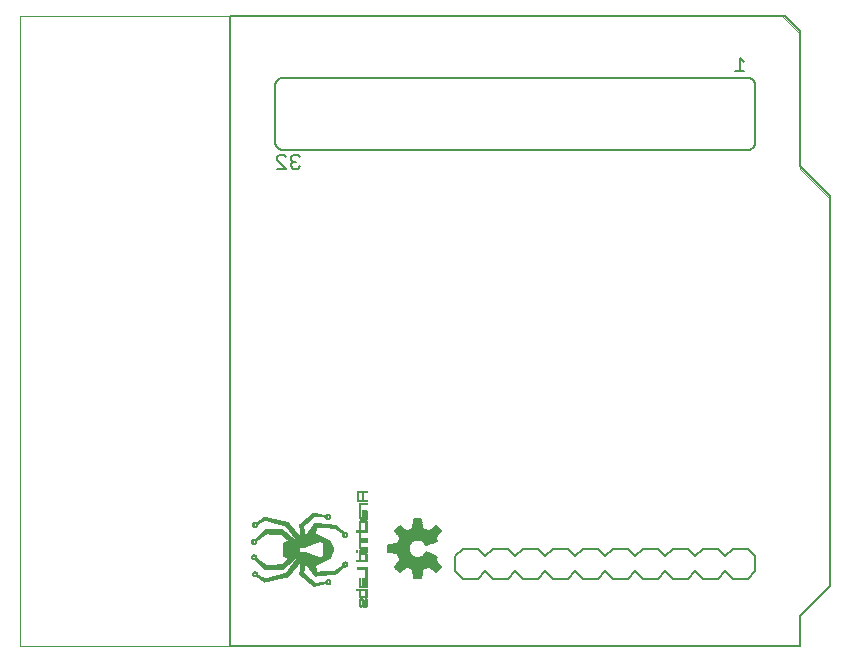
<source format=gbo>
G75*
G70*
%OFA0B0*%
%FSLAX24Y24*%
%IPPOS*%
%LPD*%
%AMOC8*
5,1,8,0,0,1.08239X$1,22.5*
%
%ADD10C,0.0060*%
%ADD11C,0.0000*%
%ADD12C,0.0050*%
%ADD13C,0.0080*%
%ADD14C,0.0001*%
%ADD15C,0.0059*%
D10*
X007500Y000500D02*
X026500Y000500D01*
X026500Y001500D01*
X027500Y002500D01*
X027500Y015500D01*
X026500Y016500D01*
X026500Y021000D01*
X026000Y021500D01*
X007500Y021500D01*
X007500Y000500D01*
X009250Y017050D02*
X024750Y017050D01*
X024780Y017052D01*
X024810Y017057D01*
X024839Y017066D01*
X024866Y017079D01*
X024892Y017094D01*
X024916Y017113D01*
X024937Y017134D01*
X024956Y017158D01*
X024971Y017184D01*
X024984Y017211D01*
X024993Y017240D01*
X024998Y017270D01*
X025000Y017300D01*
X025000Y019200D01*
X024998Y019230D01*
X024993Y019260D01*
X024984Y019289D01*
X024971Y019316D01*
X024956Y019342D01*
X024937Y019366D01*
X024916Y019387D01*
X024892Y019406D01*
X024866Y019421D01*
X024839Y019434D01*
X024810Y019443D01*
X024780Y019448D01*
X024750Y019450D01*
X009250Y019450D01*
X009220Y019448D01*
X009190Y019443D01*
X009161Y019434D01*
X009134Y019421D01*
X009108Y019406D01*
X009084Y019387D01*
X009063Y019366D01*
X009044Y019342D01*
X009029Y019316D01*
X009016Y019289D01*
X009007Y019260D01*
X009002Y019230D01*
X009000Y019200D01*
X009000Y017300D01*
X009002Y017270D01*
X009007Y017240D01*
X009016Y017211D01*
X009029Y017184D01*
X009044Y017158D01*
X009063Y017134D01*
X009084Y017113D01*
X009108Y017094D01*
X009134Y017079D01*
X009161Y017066D01*
X009190Y017057D01*
X009220Y017052D01*
X009250Y017050D01*
D11*
X000500Y021500D02*
X000500Y000500D01*
X026500Y000500D01*
X026500Y001500D01*
X027500Y002500D01*
X027500Y015400D01*
X026500Y016400D01*
X026500Y020900D01*
X025900Y021500D01*
X000500Y021500D01*
X011727Y005669D02*
X011747Y005681D01*
X011771Y005685D01*
X012058Y005685D01*
X012058Y005634D01*
X011936Y005634D01*
X011936Y005516D01*
X011936Y005488D01*
X011908Y005488D01*
X011885Y005488D01*
X011885Y005390D01*
X011771Y005390D01*
X011763Y005394D01*
X011763Y005488D01*
X011708Y005488D01*
X011708Y005402D01*
X011716Y005378D01*
X011727Y005354D01*
X011747Y005343D01*
X011771Y005339D01*
X012058Y005339D01*
X012058Y005390D01*
X011936Y005390D01*
X011936Y005488D01*
X011885Y005488D01*
X011885Y005634D01*
X011771Y005634D01*
X011763Y005630D01*
X011763Y005488D01*
X011708Y005488D01*
X011708Y005622D01*
X011716Y005650D01*
X011727Y005669D01*
X011818Y005280D02*
X011794Y005264D01*
X011782Y005244D01*
X011779Y005220D01*
X011779Y005063D01*
X011830Y005063D01*
X011830Y005220D01*
X011834Y005228D01*
X011842Y005232D01*
X012058Y005232D01*
X012058Y005283D01*
X011842Y005283D01*
X011818Y005280D01*
X011830Y005035D02*
X011830Y004886D01*
X011818Y004882D01*
X011798Y004878D01*
X011779Y004870D01*
X011779Y005035D01*
X011830Y005035D01*
X011893Y005035D02*
X011995Y005035D01*
X012019Y005031D01*
X012038Y005016D01*
X012054Y004996D01*
X012058Y004972D01*
X012058Y004870D01*
X012042Y004878D01*
X012023Y004882D01*
X012007Y004886D01*
X012007Y004972D01*
X012003Y004980D01*
X011995Y004984D01*
X011944Y004984D01*
X011944Y004890D01*
X011916Y004890D01*
X011893Y004890D01*
X011893Y005035D01*
X011893Y004890D02*
X011944Y004890D01*
X011944Y004803D01*
X012007Y004803D01*
X012007Y004886D01*
X012023Y004882D01*
X012042Y004878D01*
X012058Y004870D01*
X012058Y004752D01*
X012054Y004748D01*
X012058Y004748D01*
X012058Y004752D01*
X012054Y004748D01*
X011842Y004748D01*
X011818Y004752D01*
X011794Y004768D01*
X011782Y004787D01*
X011779Y004811D01*
X011779Y004843D01*
X011779Y004870D01*
X011798Y004878D01*
X011818Y004882D01*
X011830Y004886D01*
X011830Y004811D01*
X011834Y004807D01*
X011842Y004803D01*
X011893Y004803D01*
X011893Y004890D01*
X011842Y004701D02*
X011818Y004697D01*
X011794Y004681D01*
X011782Y004661D01*
X011779Y004638D01*
X011779Y004413D01*
X011830Y004413D01*
X011830Y004638D01*
X011834Y004646D01*
X012003Y004646D01*
X012007Y004638D01*
X012007Y004413D01*
X012058Y004413D01*
X012058Y004638D01*
X012054Y004661D01*
X012038Y004681D01*
X012019Y004697D01*
X011995Y004701D01*
X011842Y004701D01*
X011684Y004362D02*
X011684Y004307D01*
X011779Y004307D01*
X011779Y004173D01*
X011779Y004138D01*
X011782Y004114D01*
X011794Y004094D01*
X011818Y004079D01*
X011842Y004075D01*
X012058Y004075D01*
X012058Y004126D01*
X011842Y004126D01*
X011834Y004130D01*
X011830Y004138D01*
X011830Y004299D01*
X011834Y004307D01*
X012058Y004307D01*
X012058Y004362D01*
X011684Y004362D01*
X011397Y004244D02*
X011397Y004232D01*
X011393Y004197D01*
X011373Y004169D01*
X011345Y004154D01*
X011314Y004146D01*
X011279Y004154D01*
X011251Y004169D01*
X011235Y004197D01*
X011227Y004232D01*
X011247Y004240D01*
X011271Y004248D01*
X011263Y004232D01*
X011271Y004205D01*
X011286Y004189D01*
X011314Y004181D01*
X011338Y004189D01*
X011353Y004205D01*
X011361Y004232D01*
X011353Y004252D01*
X011385Y004248D01*
X011397Y004244D01*
X011385Y004248D01*
X011353Y004252D01*
X011338Y004272D01*
X011314Y004280D01*
X011286Y004272D01*
X011271Y004248D01*
X011247Y004240D01*
X011227Y004232D01*
X011231Y004252D01*
X011239Y004272D01*
X011212Y004291D01*
X011188Y004307D01*
X011160Y004327D01*
X011137Y004343D01*
X011109Y004362D01*
X011082Y004378D01*
X011058Y004398D01*
X011031Y004413D01*
X011007Y004433D01*
X010979Y004453D01*
X010912Y004453D01*
X010877Y004457D01*
X010845Y004457D01*
X010810Y004461D01*
X010779Y004461D01*
X010743Y004465D01*
X010708Y004465D01*
X010676Y004469D01*
X010641Y004469D01*
X010609Y004472D01*
X010574Y004472D01*
X010538Y004476D01*
X010507Y004476D01*
X010471Y004480D01*
X010440Y004480D01*
X010405Y004484D01*
X010369Y004484D01*
X010361Y004453D01*
X010353Y004421D01*
X010345Y004390D01*
X010338Y004358D01*
X010326Y004327D01*
X010318Y004295D01*
X010310Y004264D01*
X010342Y004248D01*
X010369Y004236D01*
X010401Y004220D01*
X010428Y004205D01*
X010460Y004189D01*
X010487Y004177D01*
X010519Y004161D01*
X010546Y004146D01*
X010578Y004130D01*
X010605Y004114D01*
X010637Y004102D01*
X010664Y004087D01*
X010696Y004071D01*
X010723Y004055D01*
X010755Y004043D01*
X010782Y004028D01*
X010814Y004012D01*
X010826Y003984D01*
X010842Y003953D01*
X010853Y003921D01*
X010865Y003894D01*
X010881Y003862D01*
X010893Y003831D01*
X010905Y003803D01*
X010920Y003772D01*
X010885Y003772D01*
X010574Y003772D01*
X010574Y003508D01*
X010546Y003496D01*
X010519Y003484D01*
X010491Y003472D01*
X010464Y003461D01*
X010432Y003472D01*
X010401Y003484D01*
X010369Y003496D01*
X010338Y003508D01*
X010306Y003520D01*
X010279Y003531D01*
X010247Y003543D01*
X010216Y003555D01*
X010184Y003567D01*
X010153Y003579D01*
X010121Y003591D01*
X010090Y003606D01*
X010058Y003618D01*
X010027Y003630D01*
X009995Y003642D01*
X009964Y003654D01*
X009826Y003654D01*
X009826Y003630D01*
X009782Y003630D01*
X009782Y003772D01*
X009251Y003772D01*
X009251Y003531D01*
X009255Y003531D01*
X009286Y003516D01*
X009314Y003500D01*
X009345Y003484D01*
X009373Y003469D01*
X009401Y003453D01*
X009432Y003437D01*
X009408Y003413D01*
X009385Y003390D01*
X009361Y003370D01*
X009338Y003346D01*
X009314Y003323D01*
X009290Y003303D01*
X009267Y003280D01*
X009243Y003256D01*
X009216Y003236D01*
X009184Y003232D01*
X009149Y003232D01*
X009117Y003228D01*
X009050Y003228D01*
X009015Y003224D01*
X008983Y003224D01*
X008948Y003220D01*
X008916Y003220D01*
X008881Y003217D01*
X008849Y003217D01*
X008814Y003213D01*
X008747Y003213D01*
X008716Y003209D01*
X008680Y003209D01*
X008653Y003228D01*
X008629Y003248D01*
X008601Y003268D01*
X008574Y003287D01*
X008546Y003307D01*
X008519Y003327D01*
X008491Y003346D01*
X008464Y003366D01*
X008436Y003386D01*
X008408Y003406D01*
X008381Y003425D01*
X008353Y003445D01*
X008357Y003461D01*
X008361Y003480D01*
X008353Y003516D01*
X008338Y003543D01*
X008310Y003559D01*
X008275Y003567D01*
X008255Y003563D01*
X008259Y003543D01*
X008263Y003524D01*
X008275Y003531D01*
X008302Y003524D01*
X008318Y003508D01*
X008326Y003480D01*
X008318Y003457D01*
X008302Y003441D01*
X008275Y003433D01*
X008259Y003441D01*
X008255Y003425D01*
X008239Y003406D01*
X008259Y003398D01*
X008298Y003398D01*
X008318Y003409D01*
X008342Y003386D01*
X008365Y003362D01*
X008389Y003339D01*
X008416Y003315D01*
X008440Y003291D01*
X008464Y003268D01*
X008487Y003244D01*
X008511Y003220D01*
X008534Y003197D01*
X008558Y003173D01*
X008582Y003150D01*
X008605Y003126D01*
X008629Y003102D01*
X008653Y003079D01*
X009231Y003079D01*
X009255Y003098D01*
X009282Y003122D01*
X009306Y003142D01*
X009334Y003165D01*
X009357Y003185D01*
X009385Y003209D01*
X009408Y003232D01*
X009436Y003252D01*
X009460Y003276D01*
X009487Y003295D01*
X009511Y003319D01*
X009538Y003339D01*
X009562Y003362D01*
X009590Y003382D01*
X009613Y003406D01*
X009641Y003429D01*
X009664Y003449D01*
X009684Y003437D01*
X009704Y003425D01*
X009684Y003398D01*
X009664Y003370D01*
X009645Y003343D01*
X009621Y003315D01*
X009601Y003287D01*
X009582Y003260D01*
X009562Y003232D01*
X009538Y003205D01*
X009519Y003177D01*
X009499Y003150D01*
X009479Y003122D01*
X009456Y003091D01*
X009436Y003063D01*
X009416Y003035D01*
X009397Y003008D01*
X009373Y002980D01*
X009353Y002953D01*
X009322Y002945D01*
X009290Y002937D01*
X009259Y002925D01*
X009227Y002917D01*
X009192Y002909D01*
X009160Y002898D01*
X009129Y002890D01*
X009097Y002882D01*
X009066Y002870D01*
X009034Y002862D01*
X009003Y002854D01*
X008968Y002843D01*
X008936Y002835D01*
X008905Y002827D01*
X008873Y002819D01*
X008842Y002807D01*
X008810Y002799D01*
X008779Y002791D01*
X008747Y002780D01*
X008712Y002772D01*
X008680Y002764D01*
X008649Y002752D01*
X008621Y002768D01*
X008594Y002783D01*
X008566Y002799D01*
X008534Y002811D01*
X008507Y002827D01*
X008479Y002843D01*
X008452Y002858D01*
X008420Y002874D01*
X008393Y002886D01*
X008397Y002913D01*
X008393Y002945D01*
X008373Y002972D01*
X008345Y002992D01*
X008314Y003000D01*
X008286Y002992D01*
X008263Y002980D01*
X008243Y002965D01*
X008231Y002941D01*
X008227Y002913D01*
X008231Y002886D01*
X008247Y002862D01*
X008267Y002843D01*
X008290Y002835D01*
X008298Y002862D01*
X008302Y002870D01*
X008275Y002886D01*
X008263Y002913D01*
X008275Y002941D01*
X008298Y002957D01*
X008294Y002976D01*
X008286Y002992D01*
X008294Y002976D01*
X008298Y002957D01*
X008314Y002961D01*
X008338Y002957D01*
X008353Y002937D01*
X008361Y002913D01*
X008353Y002890D01*
X008338Y002870D01*
X008314Y002866D01*
X008302Y002870D01*
X008298Y002862D01*
X008290Y002835D01*
X008314Y002827D01*
X008342Y002835D01*
X008369Y002850D01*
X008397Y002831D01*
X008420Y002811D01*
X008448Y002791D01*
X008471Y002772D01*
X008499Y002756D01*
X008523Y002736D01*
X008550Y002717D01*
X008574Y002697D01*
X008601Y002677D01*
X008625Y002657D01*
X008656Y002665D01*
X008692Y002673D01*
X008723Y002681D01*
X008755Y002685D01*
X008786Y002693D01*
X008818Y002701D01*
X008853Y002709D01*
X008885Y002717D01*
X008916Y002724D01*
X008948Y002728D01*
X008983Y002736D01*
X009015Y002744D01*
X009046Y002752D01*
X009078Y002760D01*
X009113Y002768D01*
X009145Y002776D01*
X009176Y002780D01*
X009208Y002787D01*
X009243Y002795D01*
X009275Y002803D01*
X009306Y002811D01*
X009338Y002819D01*
X009373Y002823D01*
X009405Y002831D01*
X009424Y002858D01*
X009448Y002882D01*
X009468Y002909D01*
X009491Y002933D01*
X009511Y002961D01*
X009534Y002984D01*
X009554Y003008D01*
X009578Y003035D01*
X009597Y003059D01*
X009621Y003087D01*
X009641Y003110D01*
X009664Y003138D01*
X009684Y003161D01*
X009708Y003189D01*
X009727Y003213D01*
X009751Y003240D01*
X009771Y003264D01*
X009794Y003287D01*
X009814Y003315D01*
X009838Y003339D01*
X009842Y003335D01*
X009838Y003303D01*
X009834Y003272D01*
X009834Y003240D01*
X009830Y003209D01*
X009826Y003173D01*
X009822Y003142D01*
X009818Y003110D01*
X009814Y003079D01*
X009814Y003047D01*
X009810Y003012D01*
X009806Y002980D01*
X009802Y002949D01*
X009798Y002917D01*
X009826Y002894D01*
X009849Y002874D01*
X009877Y002850D01*
X009905Y002827D01*
X009928Y002807D01*
X009956Y002783D01*
X009979Y002760D01*
X010007Y002736D01*
X010034Y002717D01*
X010058Y002693D01*
X010086Y002669D01*
X010109Y002650D01*
X010137Y002626D01*
X010164Y002602D01*
X010188Y002583D01*
X010216Y002559D01*
X010243Y002535D01*
X010267Y002516D01*
X010298Y002516D01*
X010330Y002524D01*
X010361Y002531D01*
X010393Y002543D01*
X010424Y002551D01*
X010456Y002559D01*
X010487Y002567D01*
X010519Y002575D01*
X010546Y002583D01*
X010578Y002594D01*
X010609Y002602D01*
X010641Y002610D01*
X010672Y002618D01*
X010688Y002594D01*
X010712Y002575D01*
X010739Y002567D01*
X010751Y002563D01*
X010782Y002571D01*
X010810Y002591D01*
X010830Y002618D01*
X010838Y002650D01*
X010830Y002681D01*
X010810Y002709D01*
X010782Y002728D01*
X010751Y002732D01*
X010747Y002732D01*
X010735Y002713D01*
X010731Y002693D01*
X010727Y002689D01*
X010751Y002697D01*
X010775Y002693D01*
X010794Y002673D01*
X010798Y002650D01*
X010794Y002626D01*
X010775Y002606D01*
X010751Y002598D01*
X010727Y002610D01*
X010731Y002594D01*
X010739Y002567D01*
X010731Y002594D01*
X010727Y002610D01*
X010708Y002626D01*
X010704Y002650D01*
X010712Y002673D01*
X010727Y002689D01*
X010731Y002693D01*
X010735Y002713D01*
X010747Y002732D01*
X010716Y002724D01*
X010692Y002709D01*
X010672Y002681D01*
X010668Y002654D01*
X010633Y002650D01*
X010601Y002646D01*
X010566Y002642D01*
X010534Y002638D01*
X010503Y002634D01*
X010468Y002630D01*
X010436Y002626D01*
X010405Y002622D01*
X010369Y002618D01*
X010338Y002614D01*
X010302Y002610D01*
X010279Y002634D01*
X010255Y002654D01*
X010227Y002677D01*
X010204Y002701D01*
X010176Y002724D01*
X010153Y002748D01*
X010125Y002768D01*
X010101Y002791D01*
X010074Y002815D01*
X010050Y002839D01*
X010027Y002858D01*
X009999Y002882D01*
X009975Y002906D01*
X009948Y002929D01*
X009924Y002949D01*
X009928Y002984D01*
X009936Y003016D01*
X009940Y003047D01*
X009948Y003079D01*
X009952Y003110D01*
X009960Y003142D01*
X009964Y003173D01*
X009971Y003209D01*
X009975Y003240D01*
X009983Y003272D01*
X010011Y003264D01*
X010031Y003236D01*
X010050Y003209D01*
X010074Y003181D01*
X010094Y003154D01*
X010113Y003126D01*
X010133Y003098D01*
X010153Y003071D01*
X010172Y003047D01*
X010196Y003020D01*
X010216Y002992D01*
X010235Y002965D01*
X010255Y002937D01*
X010275Y002909D01*
X010294Y002882D01*
X010318Y002854D01*
X010349Y002858D01*
X010385Y002862D01*
X010416Y002862D01*
X010452Y002866D01*
X010483Y002870D01*
X010519Y002874D01*
X010550Y002878D01*
X010586Y002882D01*
X010617Y002886D01*
X010653Y002890D01*
X010684Y002894D01*
X010719Y002898D01*
X010751Y002902D01*
X010786Y002906D01*
X010818Y002909D01*
X010853Y002913D01*
X010885Y002917D01*
X010920Y002921D01*
X010952Y002921D01*
X010987Y002925D01*
X011019Y002929D01*
X011042Y002953D01*
X011070Y002976D01*
X011094Y003000D01*
X011117Y003024D01*
X011145Y003051D01*
X011168Y003075D01*
X011192Y003098D01*
X011219Y003122D01*
X011243Y003146D01*
X011267Y003169D01*
X011290Y003157D01*
X011314Y003157D01*
X011345Y003161D01*
X011373Y003181D01*
X011393Y003209D01*
X011397Y003240D01*
X011393Y003260D01*
X011381Y003287D01*
X011365Y003307D01*
X011342Y003319D01*
X011314Y003327D01*
X011286Y003323D01*
X011263Y003307D01*
X011243Y003287D01*
X011231Y003264D01*
X011251Y003256D01*
X011267Y003252D01*
X011251Y003256D01*
X011231Y003264D01*
X011227Y003240D01*
X011231Y003220D01*
X011239Y003201D01*
X011212Y003181D01*
X011188Y003161D01*
X011160Y003146D01*
X011137Y003126D01*
X011109Y003110D01*
X011082Y003091D01*
X011058Y003075D01*
X011031Y003055D01*
X011007Y003039D01*
X010979Y003020D01*
X010944Y003020D01*
X010912Y003016D01*
X010877Y003016D01*
X010845Y003012D01*
X010810Y003012D01*
X010779Y003008D01*
X010743Y003008D01*
X010708Y003004D01*
X010676Y003004D01*
X010641Y003000D01*
X010609Y003000D01*
X010574Y002996D01*
X010507Y002996D01*
X010471Y002992D01*
X010440Y002992D01*
X010405Y002988D01*
X010369Y002988D01*
X010361Y003020D01*
X010353Y003051D01*
X010345Y003083D01*
X010338Y003114D01*
X010330Y003146D01*
X010318Y003177D01*
X010310Y003209D01*
X010342Y003224D01*
X010369Y003236D01*
X010401Y003252D01*
X010428Y003268D01*
X010460Y003283D01*
X010487Y003295D01*
X010519Y003311D01*
X010546Y003327D01*
X010578Y003343D01*
X010605Y003354D01*
X010637Y003370D01*
X010664Y003386D01*
X010696Y003402D01*
X010723Y003413D01*
X010755Y003429D01*
X010782Y003445D01*
X010814Y003461D01*
X010826Y003492D01*
X010842Y003520D01*
X010853Y003551D01*
X010869Y003583D01*
X010881Y003614D01*
X010897Y003642D01*
X010908Y003673D01*
X010920Y003705D01*
X010936Y003736D01*
X010928Y003756D01*
X010920Y003772D01*
X010574Y003772D01*
X010574Y003961D01*
X010546Y003976D01*
X010519Y003988D01*
X010491Y004000D01*
X010464Y004012D01*
X010432Y004000D01*
X010401Y003988D01*
X010369Y003976D01*
X010338Y003965D01*
X010306Y003953D01*
X010279Y003941D01*
X010247Y003929D01*
X010216Y003917D01*
X010184Y003902D01*
X010153Y003890D01*
X010121Y003878D01*
X010090Y003866D01*
X010058Y003854D01*
X010027Y003843D01*
X009995Y003831D01*
X009964Y003819D01*
X009826Y003819D01*
X009826Y003843D01*
X009782Y003843D01*
X009782Y003772D01*
X009251Y003772D01*
X009251Y003941D01*
X009282Y003957D01*
X009314Y003972D01*
X009342Y003988D01*
X009373Y004004D01*
X009401Y004020D01*
X009432Y004035D01*
X009408Y004059D01*
X009385Y004079D01*
X009361Y004102D01*
X009338Y004126D01*
X009314Y004146D01*
X009290Y004169D01*
X009267Y004193D01*
X009243Y004213D01*
X009216Y004236D01*
X009184Y004236D01*
X009149Y004240D01*
X009117Y004240D01*
X009082Y004244D01*
X009050Y004244D01*
X009015Y004248D01*
X008983Y004248D01*
X008948Y004252D01*
X008881Y004252D01*
X008849Y004256D01*
X008814Y004256D01*
X008782Y004260D01*
X008747Y004260D01*
X008716Y004264D01*
X008680Y004264D01*
X008653Y004244D01*
X008629Y004224D01*
X008601Y004205D01*
X008574Y004185D01*
X008546Y004165D01*
X008519Y004146D01*
X008491Y004126D01*
X008464Y004106D01*
X008436Y004087D01*
X008408Y004067D01*
X008381Y004047D01*
X008353Y004028D01*
X008357Y004008D01*
X008361Y003988D01*
X008353Y003957D01*
X008338Y003929D01*
X008310Y003913D01*
X008275Y003906D01*
X008247Y003909D01*
X008251Y003933D01*
X008251Y003953D01*
X008275Y003941D01*
X008302Y003949D01*
X008318Y003965D01*
X008326Y003992D01*
X008318Y004016D01*
X008302Y004031D01*
X008275Y004039D01*
X008251Y004028D01*
X008251Y004051D01*
X008247Y004071D01*
X008275Y004075D01*
X008298Y004071D01*
X008318Y004063D01*
X008342Y004087D01*
X008365Y004110D01*
X008389Y004134D01*
X008416Y004157D01*
X008440Y004181D01*
X008464Y004205D01*
X008487Y004228D01*
X008511Y004252D01*
X008534Y004276D01*
X008558Y004299D01*
X008582Y004323D01*
X008605Y004346D01*
X008629Y004370D01*
X008653Y004394D01*
X009231Y004394D01*
X009255Y004374D01*
X009282Y004350D01*
X009306Y004327D01*
X009334Y004307D01*
X009357Y004283D01*
X009385Y004264D01*
X009408Y004240D01*
X009436Y004220D01*
X009460Y004197D01*
X009487Y004177D01*
X009511Y004154D01*
X009538Y004130D01*
X009562Y004110D01*
X009590Y004087D01*
X009613Y004067D01*
X009641Y004043D01*
X009664Y004024D01*
X009684Y004035D01*
X009704Y004047D01*
X009684Y004075D01*
X009664Y004102D01*
X009645Y004130D01*
X009621Y004157D01*
X009601Y004185D01*
X009582Y004213D01*
X009562Y004240D01*
X009538Y004268D01*
X009519Y004295D01*
X009499Y004323D01*
X009479Y004350D01*
X009456Y004378D01*
X009436Y004406D01*
X009416Y004433D01*
X009397Y004461D01*
X009373Y004488D01*
X009353Y004516D01*
X009322Y004528D01*
X009290Y004535D01*
X009259Y004543D01*
X009227Y004555D01*
X009192Y004563D01*
X009160Y004571D01*
X009129Y004583D01*
X009097Y004591D01*
X009066Y004598D01*
X009034Y004610D01*
X009003Y004618D01*
X008968Y004626D01*
X008936Y004638D01*
X008905Y004646D01*
X008873Y004654D01*
X008842Y004665D01*
X008810Y004673D01*
X008779Y004681D01*
X008747Y004693D01*
X008712Y004701D01*
X008680Y004709D01*
X008649Y004717D01*
X008621Y004705D01*
X008594Y004689D01*
X008566Y004673D01*
X008534Y004657D01*
X008507Y004642D01*
X008479Y004630D01*
X008452Y004614D01*
X008420Y004598D01*
X008393Y004583D01*
X008397Y004559D01*
X008393Y004524D01*
X008373Y004496D01*
X008345Y004480D01*
X008314Y004472D01*
X008294Y004476D01*
X008298Y004496D01*
X008302Y004512D01*
X008314Y004508D01*
X008338Y004516D01*
X008353Y004531D01*
X008361Y004559D01*
X008353Y004583D01*
X008338Y004598D01*
X008314Y004606D01*
X008310Y004606D01*
X008306Y004626D01*
X008302Y004642D01*
X008314Y004642D01*
X008342Y004638D01*
X008369Y004622D01*
X008397Y004642D01*
X008420Y004657D01*
X008448Y004677D01*
X008471Y004697D01*
X008499Y004717D01*
X008523Y004736D01*
X008550Y004756D01*
X008574Y004776D01*
X008601Y004795D01*
X008625Y004815D01*
X008656Y004807D01*
X008692Y004799D01*
X008723Y004791D01*
X008755Y004783D01*
X008786Y004776D01*
X008818Y004772D01*
X008853Y004764D01*
X008885Y004756D01*
X008916Y004748D01*
X008948Y004740D01*
X008983Y004732D01*
X009015Y004728D01*
X009046Y004720D01*
X009078Y004713D01*
X009113Y004705D01*
X009145Y004697D01*
X009176Y004689D01*
X009208Y004681D01*
X009243Y004677D01*
X009275Y004669D01*
X009306Y004661D01*
X009338Y004654D01*
X009373Y004646D01*
X009405Y004638D01*
X009424Y004614D01*
X009448Y004591D01*
X009468Y004563D01*
X009491Y004539D01*
X009511Y004512D01*
X009534Y004488D01*
X009554Y004461D01*
X009578Y004437D01*
X009597Y004409D01*
X009621Y004386D01*
X009641Y004358D01*
X009664Y004335D01*
X009684Y004311D01*
X009708Y004283D01*
X009727Y004260D01*
X009751Y004232D01*
X009771Y004209D01*
X009794Y004181D01*
X009814Y004157D01*
X009838Y004130D01*
X009842Y004134D01*
X009838Y004169D01*
X009834Y004201D01*
X009834Y004232D01*
X009830Y004264D01*
X009826Y004295D01*
X009822Y004327D01*
X009818Y004362D01*
X009814Y004394D01*
X009814Y004425D01*
X009810Y004457D01*
X009806Y004488D01*
X009802Y004524D01*
X009798Y004555D01*
X009826Y004575D01*
X009849Y004598D01*
X009877Y004622D01*
X009905Y004646D01*
X009928Y004665D01*
X009956Y004689D01*
X009979Y004713D01*
X010007Y004732D01*
X010034Y004756D01*
X010058Y004780D01*
X010086Y004799D01*
X010109Y004823D01*
X010137Y004846D01*
X010164Y004866D01*
X010188Y004890D01*
X010216Y004913D01*
X010243Y004933D01*
X010267Y004957D01*
X010298Y004957D01*
X010330Y004945D01*
X010361Y004937D01*
X010393Y004929D01*
X010424Y004921D01*
X010456Y004913D01*
X010487Y004906D01*
X010515Y004898D01*
X010546Y004886D01*
X010578Y004878D01*
X010609Y004870D01*
X010641Y004862D01*
X010672Y004854D01*
X010688Y004882D01*
X010716Y004902D01*
X010747Y004906D01*
X010751Y004906D01*
X010782Y004902D01*
X010810Y004882D01*
X010830Y004854D01*
X010838Y004823D01*
X010830Y004795D01*
X010818Y004772D01*
X010798Y004752D01*
X010775Y004740D01*
X010767Y004756D01*
X010759Y004776D01*
X010786Y004791D01*
X010798Y004823D01*
X010794Y004846D01*
X010775Y004866D01*
X010751Y004870D01*
X010747Y004870D01*
X010747Y004906D01*
X010747Y004870D01*
X010723Y004862D01*
X010708Y004846D01*
X010704Y004823D01*
X010708Y004799D01*
X010727Y004780D01*
X010751Y004772D01*
X010759Y004776D01*
X010767Y004756D01*
X010775Y004740D01*
X010751Y004736D01*
X010719Y004744D01*
X010692Y004760D01*
X010672Y004787D01*
X010668Y004819D01*
X010633Y004823D01*
X010601Y004827D01*
X010566Y004831D01*
X010534Y004835D01*
X010503Y004839D01*
X010468Y004843D01*
X010436Y004846D01*
X010405Y004850D01*
X010369Y004854D01*
X010338Y004858D01*
X010302Y004862D01*
X010279Y004839D01*
X010255Y004815D01*
X010227Y004791D01*
X010204Y004772D01*
X010176Y004748D01*
X010153Y004724D01*
X010125Y004701D01*
X010101Y004681D01*
X010074Y004657D01*
X010050Y004634D01*
X010027Y004610D01*
X009999Y004591D01*
X009975Y004567D01*
X009948Y004543D01*
X009924Y004520D01*
X009928Y004488D01*
X009936Y004457D01*
X009940Y004425D01*
X009948Y004394D01*
X009952Y004362D01*
X009960Y004331D01*
X009964Y004295D01*
X009971Y004264D01*
X009975Y004232D01*
X009983Y004201D01*
X010011Y004209D01*
X010031Y004232D01*
X010054Y004260D01*
X010074Y004287D01*
X010094Y004315D01*
X010113Y004343D01*
X010133Y004370D01*
X010153Y004398D01*
X010172Y004425D01*
X010196Y004453D01*
X010216Y004480D01*
X010235Y004508D01*
X010255Y004535D01*
X010275Y004563D01*
X010294Y004591D01*
X010318Y004618D01*
X010349Y004614D01*
X010385Y004610D01*
X010416Y004606D01*
X010452Y004602D01*
X010483Y004598D01*
X010519Y004594D01*
X010550Y004591D01*
X010586Y004591D01*
X010617Y004587D01*
X010653Y004583D01*
X010684Y004579D01*
X010719Y004575D01*
X010751Y004571D01*
X010786Y004567D01*
X010818Y004563D01*
X010853Y004559D01*
X010885Y004555D01*
X010920Y004551D01*
X010952Y004547D01*
X010987Y004543D01*
X011019Y004539D01*
X011042Y004516D01*
X011070Y004492D01*
X011094Y004469D01*
X011117Y004445D01*
X011145Y004421D01*
X011168Y004398D01*
X011192Y004374D01*
X011219Y004350D01*
X011243Y004327D01*
X011267Y004303D01*
X011290Y004311D01*
X011314Y004315D01*
X011342Y004311D01*
X011365Y004295D01*
X011385Y004272D01*
X011397Y004244D01*
X011779Y004035D02*
X011779Y003846D01*
X011779Y003815D01*
X011782Y003791D01*
X011794Y003768D01*
X011818Y003756D01*
X011842Y003752D01*
X012058Y003752D01*
X012058Y003803D01*
X011842Y003803D01*
X011834Y003807D01*
X011830Y003815D01*
X011830Y003972D01*
X011834Y003980D01*
X011842Y003984D01*
X012058Y003984D01*
X012058Y004035D01*
X011779Y004035D01*
X011779Y003701D02*
X011779Y003650D01*
X012058Y003650D01*
X012058Y003673D01*
X012058Y003701D01*
X011779Y003701D01*
X011739Y003701D02*
X011712Y003701D01*
X011684Y003701D01*
X011684Y003650D01*
X011739Y003650D01*
X011739Y003701D01*
X011794Y003594D02*
X011818Y003610D01*
X011842Y003614D01*
X011995Y003614D01*
X012019Y003610D01*
X012038Y003594D01*
X012054Y003575D01*
X012058Y003551D01*
X012058Y003476D01*
X012038Y003488D01*
X012019Y003496D01*
X012007Y003496D01*
X012007Y003551D01*
X012003Y003559D01*
X011995Y003563D01*
X011842Y003563D01*
X011834Y003559D01*
X011830Y003551D01*
X011830Y003504D01*
X011802Y003504D01*
X011779Y003504D01*
X011779Y003551D01*
X011782Y003575D01*
X011794Y003594D01*
X011779Y003504D02*
X011779Y003472D01*
X011779Y003382D01*
X011684Y003382D01*
X011684Y003327D01*
X012058Y003327D01*
X012058Y003476D01*
X012038Y003488D01*
X012019Y003496D01*
X012007Y003496D01*
X012007Y003390D01*
X012003Y003382D01*
X011834Y003382D01*
X011830Y003390D01*
X011830Y003504D01*
X011779Y003504D01*
X011393Y003260D02*
X011369Y003252D01*
X011393Y003260D01*
X011369Y003252D02*
X011357Y003252D01*
X011342Y003280D01*
X011314Y003291D01*
X011282Y003280D01*
X011271Y003252D01*
X011267Y003252D01*
X011271Y003252D01*
X011263Y003240D01*
X011271Y003217D01*
X011286Y003197D01*
X011314Y003193D01*
X011338Y003197D01*
X011353Y003217D01*
X011361Y003240D01*
X011357Y003252D01*
X011369Y003252D01*
X011708Y003134D02*
X011708Y003083D01*
X012007Y003083D01*
X012007Y002783D01*
X012058Y002783D01*
X012058Y003102D01*
X012058Y003134D01*
X011708Y003134D01*
X011779Y002760D02*
X011779Y002728D01*
X011779Y002535D01*
X011782Y002512D01*
X011794Y002492D01*
X011818Y002476D01*
X011842Y002472D01*
X012019Y002472D01*
X012038Y002472D01*
X012058Y002472D01*
X012058Y002697D01*
X012054Y002720D01*
X012038Y002740D01*
X012015Y002756D01*
X011999Y002728D01*
X011991Y002705D01*
X012003Y002705D01*
X012007Y002697D01*
X012007Y002524D01*
X011991Y002524D01*
X011999Y002504D01*
X012007Y002488D01*
X012019Y002472D01*
X012007Y002488D01*
X011999Y002504D01*
X011991Y002524D01*
X011944Y002524D01*
X011944Y002705D01*
X011991Y002705D01*
X011999Y002728D01*
X012015Y002756D01*
X011995Y002760D01*
X011893Y002760D01*
X011893Y002524D01*
X011842Y002524D01*
X011834Y002528D01*
X011830Y002535D01*
X011830Y002760D01*
X011779Y002760D01*
X011684Y002421D02*
X011684Y002394D01*
X011684Y002370D01*
X011779Y002370D01*
X011779Y002256D01*
X011779Y002228D01*
X011779Y002197D01*
X011782Y002173D01*
X011794Y002154D01*
X011818Y002138D01*
X011842Y002134D01*
X011995Y002134D01*
X012019Y002138D01*
X012038Y002154D01*
X012054Y002173D01*
X012058Y002197D01*
X012058Y002260D01*
X012042Y002268D01*
X012023Y002272D01*
X012007Y002276D01*
X012007Y002197D01*
X012003Y002189D01*
X011834Y002189D01*
X011830Y002197D01*
X011830Y002272D01*
X011826Y002272D01*
X011802Y002268D01*
X011779Y002256D01*
X011802Y002268D01*
X011826Y002272D01*
X011830Y002272D01*
X011830Y002358D01*
X011834Y002366D01*
X011842Y002370D01*
X011995Y002370D01*
X012003Y002366D01*
X012007Y002358D01*
X012007Y002276D01*
X012023Y002272D01*
X012042Y002268D01*
X012058Y002260D01*
X012058Y002421D01*
X011684Y002421D01*
X011818Y002094D02*
X011794Y002083D01*
X011782Y002063D01*
X011779Y002039D01*
X011779Y001878D01*
X011782Y001854D01*
X011794Y001835D01*
X011818Y001819D01*
X011842Y001815D01*
X011849Y001815D01*
X011849Y001866D01*
X011842Y001866D01*
X011834Y001870D01*
X011830Y001878D01*
X011830Y002039D01*
X011834Y002047D01*
X011889Y002047D01*
X011893Y002039D01*
X011893Y001878D01*
X011897Y001854D01*
X011908Y001835D01*
X011932Y001819D01*
X011956Y001815D01*
X011995Y001815D01*
X012019Y001819D01*
X012038Y001835D01*
X012054Y001854D01*
X012058Y001878D01*
X012058Y002039D01*
X012054Y002063D01*
X012038Y002083D01*
X012019Y002094D01*
X011995Y002102D01*
X011983Y002102D01*
X011983Y002047D01*
X012003Y002047D01*
X012007Y002039D01*
X012007Y001878D01*
X012003Y001870D01*
X011995Y001866D01*
X011956Y001866D01*
X011948Y001870D01*
X011944Y001878D01*
X011944Y002039D01*
X011940Y002063D01*
X011924Y002083D01*
X011905Y002094D01*
X011881Y002102D01*
X011842Y002102D01*
X011818Y002094D01*
X008310Y004606D02*
X008286Y004598D01*
X008271Y004579D01*
X008263Y004559D01*
X008275Y004528D01*
X008302Y004512D01*
X008298Y004496D01*
X008294Y004476D01*
X008267Y004488D01*
X008247Y004504D01*
X008231Y004531D01*
X008227Y004559D01*
X008231Y004587D01*
X008251Y004614D01*
X008275Y004630D01*
X008302Y004642D01*
X008306Y004626D01*
X008310Y004606D01*
X008247Y004071D02*
X008219Y004051D01*
X008200Y004024D01*
X008192Y003988D01*
X008200Y003957D01*
X008216Y003929D01*
X008247Y003909D01*
X008251Y003933D01*
X008251Y003953D01*
X008235Y003969D01*
X008227Y003992D01*
X008235Y004012D01*
X008251Y004028D01*
X008251Y004051D01*
X008247Y004071D01*
X008255Y003563D02*
X008231Y003551D01*
X008212Y003531D01*
X008196Y003508D01*
X008192Y003480D01*
X008196Y003449D01*
X008216Y003425D01*
X008239Y003406D01*
X008255Y003425D01*
X008259Y003441D01*
X008235Y003457D01*
X008227Y003480D01*
X008239Y003508D01*
X008263Y003524D01*
X008259Y003543D01*
X008255Y003563D01*
D12*
X009064Y016425D02*
X009365Y016425D01*
X009064Y016725D01*
X009064Y016800D01*
X009139Y016875D01*
X009290Y016875D01*
X009365Y016800D01*
X009525Y016800D02*
X009525Y016725D01*
X009600Y016650D01*
X009525Y016575D01*
X009525Y016500D01*
X009600Y016425D01*
X009750Y016425D01*
X009825Y016500D01*
X009675Y016650D02*
X009600Y016650D01*
X009525Y016800D02*
X009600Y016875D01*
X009750Y016875D01*
X009825Y016800D01*
X024325Y019675D02*
X024625Y019675D01*
X024475Y019675D02*
X024475Y020125D01*
X024625Y019975D01*
D13*
X024750Y003750D02*
X024250Y003750D01*
X024000Y003500D01*
X023750Y003750D01*
X023250Y003750D01*
X023000Y003500D01*
X022750Y003750D01*
X022250Y003750D01*
X022000Y003500D01*
X021750Y003750D01*
X021250Y003750D01*
X021000Y003500D01*
X020750Y003750D01*
X020250Y003750D01*
X020000Y003500D01*
X019750Y003750D01*
X019250Y003750D01*
X019000Y003500D01*
X018750Y003750D01*
X018250Y003750D01*
X018000Y003500D01*
X017750Y003750D01*
X017250Y003750D01*
X017000Y003500D01*
X016750Y003750D01*
X016250Y003750D01*
X016000Y003500D01*
X015750Y003750D01*
X015250Y003750D01*
X015000Y003500D01*
X015000Y003000D01*
X015250Y002750D01*
X015750Y002750D01*
X016000Y003000D01*
X016250Y002750D01*
X016750Y002750D01*
X017000Y003000D01*
X017250Y002750D01*
X017750Y002750D01*
X018000Y003000D01*
X018250Y002750D01*
X018750Y002750D01*
X019000Y003000D01*
X019250Y002750D01*
X019750Y002750D01*
X020000Y003000D01*
X020250Y002750D01*
X020750Y002750D01*
X021000Y003000D01*
X021250Y002750D01*
X021750Y002750D01*
X022000Y003000D01*
X022250Y002750D01*
X022750Y002750D01*
X023000Y003000D01*
X023250Y002750D01*
X023750Y002750D01*
X024000Y003000D01*
X024250Y002750D01*
X024750Y002750D01*
X025000Y003000D01*
X025000Y003500D01*
X024750Y003750D01*
D14*
X012058Y003755D02*
X011825Y003755D01*
X011831Y003754D02*
X012058Y003754D01*
X012058Y003753D02*
X011837Y003753D01*
X011819Y003756D02*
X012058Y003756D01*
X012058Y003757D02*
X011816Y003757D01*
X011814Y003758D02*
X012058Y003758D01*
X012058Y003759D02*
X011812Y003759D01*
X011810Y003760D02*
X012058Y003760D01*
X012058Y003761D02*
X011808Y003761D01*
X011806Y003762D02*
X012058Y003762D01*
X012058Y003763D02*
X011804Y003763D01*
X011802Y003764D02*
X012058Y003764D01*
X012058Y003765D02*
X011800Y003765D01*
X011798Y003766D02*
X012058Y003766D01*
X012058Y003767D02*
X011796Y003767D01*
X011794Y003768D02*
X012058Y003768D01*
X012058Y003769D02*
X011794Y003769D01*
X011793Y003770D02*
X012058Y003770D01*
X012058Y003771D02*
X011793Y003771D01*
X011792Y003772D02*
X012058Y003772D01*
X012058Y003773D02*
X011792Y003773D01*
X011791Y003774D02*
X012058Y003774D01*
X012058Y003775D02*
X011791Y003775D01*
X011790Y003776D02*
X012058Y003776D01*
X012058Y003777D02*
X011790Y003777D01*
X011789Y003778D02*
X012058Y003778D01*
X012058Y003779D02*
X011789Y003779D01*
X011788Y003780D02*
X012058Y003780D01*
X012058Y003781D02*
X011788Y003781D01*
X011787Y003782D02*
X012058Y003782D01*
X012058Y003783D02*
X011787Y003783D01*
X011786Y003784D02*
X012058Y003784D01*
X012058Y003785D02*
X011786Y003785D01*
X011785Y003786D02*
X012058Y003786D01*
X012058Y003787D02*
X011785Y003787D01*
X011784Y003788D02*
X012058Y003788D01*
X012058Y003789D02*
X011784Y003789D01*
X011783Y003790D02*
X012058Y003790D01*
X012058Y003791D02*
X011783Y003791D01*
X011782Y003792D02*
X012058Y003792D01*
X012058Y003793D02*
X011782Y003793D01*
X011782Y003794D02*
X012058Y003794D01*
X012058Y003795D02*
X011782Y003795D01*
X011782Y003796D02*
X012058Y003796D01*
X012058Y003797D02*
X011782Y003797D01*
X011781Y003798D02*
X012058Y003798D01*
X012058Y003799D02*
X011781Y003799D01*
X011781Y003800D02*
X012058Y003800D01*
X012058Y003801D02*
X011781Y003801D01*
X011781Y003802D02*
X012058Y003802D01*
X012058Y003803D02*
X011781Y003803D01*
X011780Y003804D02*
X011840Y003804D01*
X011838Y003805D02*
X011780Y003805D01*
X011780Y003806D02*
X011836Y003806D01*
X011834Y003807D02*
X011780Y003807D01*
X011780Y003808D02*
X011833Y003808D01*
X011833Y003809D02*
X011780Y003809D01*
X011779Y003810D02*
X011832Y003810D01*
X011832Y003811D02*
X011779Y003811D01*
X011779Y003812D02*
X011831Y003812D01*
X011831Y003813D02*
X011779Y003813D01*
X011779Y003814D02*
X011830Y003814D01*
X011830Y003815D02*
X011779Y003815D01*
X011779Y003816D02*
X011830Y003816D01*
X011830Y003817D02*
X011779Y003817D01*
X011779Y003818D02*
X011830Y003818D01*
X011830Y003819D02*
X011779Y003819D01*
X011779Y003820D02*
X011830Y003820D01*
X011830Y003821D02*
X011779Y003821D01*
X011779Y003822D02*
X011830Y003822D01*
X011830Y003823D02*
X011779Y003823D01*
X011779Y003824D02*
X011830Y003824D01*
X011830Y003825D02*
X011779Y003825D01*
X011779Y003826D02*
X011830Y003826D01*
X011830Y003827D02*
X011779Y003827D01*
X011779Y003828D02*
X011830Y003828D01*
X011830Y003829D02*
X011779Y003829D01*
X011779Y003830D02*
X011830Y003830D01*
X011830Y003831D02*
X011779Y003831D01*
X011779Y003832D02*
X011830Y003832D01*
X011830Y003833D02*
X011779Y003833D01*
X011779Y003834D02*
X011830Y003834D01*
X011830Y003835D02*
X011779Y003835D01*
X011779Y003836D02*
X011830Y003836D01*
X011830Y003837D02*
X011779Y003837D01*
X011779Y003838D02*
X011830Y003838D01*
X011830Y003839D02*
X011779Y003839D01*
X011779Y003840D02*
X011830Y003840D01*
X011830Y003841D02*
X011779Y003841D01*
X011779Y003842D02*
X011830Y003842D01*
X011830Y003843D02*
X011779Y003843D01*
X011779Y003844D02*
X011830Y003844D01*
X011830Y003845D02*
X011779Y003845D01*
X011779Y003846D02*
X011830Y003846D01*
X011830Y003847D02*
X011779Y003847D01*
X011779Y003848D02*
X011830Y003848D01*
X011830Y003849D02*
X011779Y003849D01*
X011779Y003850D02*
X011830Y003850D01*
X011830Y003851D02*
X011779Y003851D01*
X011779Y003852D02*
X011830Y003852D01*
X011830Y003853D02*
X011779Y003853D01*
X011779Y003854D02*
X011830Y003854D01*
X011830Y003855D02*
X011779Y003855D01*
X011779Y003856D02*
X011830Y003856D01*
X011830Y003857D02*
X011779Y003857D01*
X011779Y003858D02*
X011830Y003858D01*
X011830Y003859D02*
X011779Y003859D01*
X011779Y003860D02*
X011830Y003860D01*
X011830Y003861D02*
X011779Y003861D01*
X011779Y003862D02*
X011830Y003862D01*
X011830Y003863D02*
X011779Y003863D01*
X011779Y003864D02*
X011830Y003864D01*
X011830Y003865D02*
X011779Y003865D01*
X011779Y003866D02*
X011830Y003866D01*
X011830Y003867D02*
X011779Y003867D01*
X011779Y003868D02*
X011830Y003868D01*
X011830Y003869D02*
X011779Y003869D01*
X011779Y003870D02*
X011830Y003870D01*
X011830Y003871D02*
X011779Y003871D01*
X011779Y003872D02*
X011830Y003872D01*
X011830Y003873D02*
X011779Y003873D01*
X011779Y003874D02*
X011830Y003874D01*
X011830Y003875D02*
X011779Y003875D01*
X011779Y003876D02*
X011830Y003876D01*
X011830Y003877D02*
X011779Y003877D01*
X011779Y003878D02*
X011830Y003878D01*
X011830Y003879D02*
X011779Y003879D01*
X011779Y003880D02*
X011830Y003880D01*
X011830Y003881D02*
X011779Y003881D01*
X011779Y003882D02*
X011830Y003882D01*
X011830Y003883D02*
X011779Y003883D01*
X011779Y003884D02*
X011830Y003884D01*
X011830Y003885D02*
X011779Y003885D01*
X011779Y003886D02*
X011830Y003886D01*
X011830Y003887D02*
X011779Y003887D01*
X011779Y003888D02*
X011830Y003888D01*
X011830Y003889D02*
X011779Y003889D01*
X011779Y003890D02*
X011830Y003890D01*
X011830Y003891D02*
X011779Y003891D01*
X011779Y003892D02*
X011830Y003892D01*
X011830Y003893D02*
X011779Y003893D01*
X011779Y003894D02*
X011830Y003894D01*
X011830Y003895D02*
X011779Y003895D01*
X011779Y003896D02*
X011830Y003896D01*
X011830Y003897D02*
X011779Y003897D01*
X011779Y003898D02*
X011830Y003898D01*
X011830Y003899D02*
X011779Y003899D01*
X011779Y003900D02*
X011830Y003900D01*
X011830Y003901D02*
X011779Y003901D01*
X011779Y003902D02*
X011830Y003902D01*
X011830Y003903D02*
X011779Y003903D01*
X011779Y003904D02*
X011830Y003904D01*
X011830Y003905D02*
X011779Y003905D01*
X011779Y003906D02*
X011830Y003906D01*
X011830Y003907D02*
X011779Y003907D01*
X011779Y003908D02*
X011830Y003908D01*
X011830Y003909D02*
X011779Y003909D01*
X011779Y003910D02*
X011830Y003910D01*
X011830Y003911D02*
X011779Y003911D01*
X011779Y003912D02*
X011830Y003912D01*
X011830Y003913D02*
X011779Y003913D01*
X011779Y003914D02*
X011830Y003914D01*
X011830Y003915D02*
X011779Y003915D01*
X011779Y003916D02*
X011830Y003916D01*
X011830Y003917D02*
X011779Y003917D01*
X011779Y003918D02*
X011830Y003918D01*
X011830Y003919D02*
X011779Y003919D01*
X011779Y003920D02*
X011830Y003920D01*
X011830Y003921D02*
X011779Y003921D01*
X011779Y003922D02*
X011830Y003922D01*
X011830Y003923D02*
X011779Y003923D01*
X011779Y003924D02*
X011830Y003924D01*
X011830Y003925D02*
X011779Y003925D01*
X011779Y003926D02*
X011830Y003926D01*
X011830Y003927D02*
X011779Y003927D01*
X011779Y003928D02*
X011830Y003928D01*
X011830Y003929D02*
X011779Y003929D01*
X011779Y003930D02*
X011830Y003930D01*
X011830Y003931D02*
X011779Y003931D01*
X011779Y003932D02*
X011830Y003932D01*
X011830Y003933D02*
X011779Y003933D01*
X011779Y003934D02*
X011830Y003934D01*
X011830Y003935D02*
X011779Y003935D01*
X011779Y003936D02*
X011830Y003936D01*
X011830Y003937D02*
X011779Y003937D01*
X011779Y003938D02*
X011830Y003938D01*
X011830Y003939D02*
X011779Y003939D01*
X011779Y003940D02*
X011830Y003940D01*
X011830Y003941D02*
X011779Y003941D01*
X011779Y003942D02*
X011830Y003942D01*
X011830Y003943D02*
X011779Y003943D01*
X011779Y003944D02*
X011830Y003944D01*
X011830Y003945D02*
X011779Y003945D01*
X011779Y003946D02*
X011830Y003946D01*
X011830Y003947D02*
X011779Y003947D01*
X011779Y003948D02*
X011830Y003948D01*
X011830Y003949D02*
X011779Y003949D01*
X011779Y003950D02*
X011830Y003950D01*
X011830Y003951D02*
X011779Y003951D01*
X011779Y003952D02*
X011830Y003952D01*
X011830Y003953D02*
X011779Y003953D01*
X011779Y003954D02*
X011830Y003954D01*
X011830Y003955D02*
X011779Y003955D01*
X011779Y003956D02*
X011830Y003956D01*
X011830Y003957D02*
X011779Y003957D01*
X011779Y003958D02*
X011830Y003958D01*
X011830Y003959D02*
X011779Y003959D01*
X011779Y003960D02*
X011830Y003960D01*
X011830Y003961D02*
X011779Y003961D01*
X011779Y003962D02*
X011830Y003962D01*
X011830Y003963D02*
X011779Y003963D01*
X011779Y003964D02*
X011830Y003964D01*
X011830Y003965D02*
X011779Y003965D01*
X011779Y003966D02*
X011830Y003966D01*
X011830Y003967D02*
X011779Y003967D01*
X011779Y003968D02*
X011830Y003968D01*
X011830Y003969D02*
X011779Y003969D01*
X011779Y003970D02*
X011830Y003970D01*
X011830Y003971D02*
X011779Y003971D01*
X011779Y003972D02*
X011830Y003972D01*
X011830Y003973D02*
X011779Y003973D01*
X011779Y003974D02*
X011830Y003974D01*
X011831Y003975D02*
X011779Y003975D01*
X011779Y003976D02*
X011831Y003976D01*
X011832Y003977D02*
X011779Y003977D01*
X011779Y003978D02*
X011832Y003978D01*
X011833Y003979D02*
X011779Y003979D01*
X011779Y003980D02*
X011833Y003980D01*
X011834Y003981D02*
X011779Y003981D01*
X011779Y003982D02*
X011836Y003982D01*
X011838Y003983D02*
X011779Y003983D01*
X011779Y003984D02*
X011840Y003984D01*
X011779Y003985D02*
X012058Y003985D01*
X012058Y003986D02*
X011779Y003986D01*
X011779Y003987D02*
X012058Y003987D01*
X012058Y003988D02*
X011779Y003988D01*
X011779Y003989D02*
X012058Y003989D01*
X012058Y003990D02*
X011779Y003990D01*
X011779Y003991D02*
X012058Y003991D01*
X012058Y003992D02*
X011779Y003992D01*
X011779Y003993D02*
X012058Y003993D01*
X012058Y003994D02*
X011779Y003994D01*
X011779Y003995D02*
X012058Y003995D01*
X012058Y003996D02*
X011779Y003996D01*
X011779Y003997D02*
X012058Y003997D01*
X012058Y003998D02*
X011779Y003998D01*
X011779Y003999D02*
X012058Y003999D01*
X012058Y004000D02*
X011779Y004000D01*
X011779Y004001D02*
X012058Y004001D01*
X012058Y004002D02*
X011779Y004002D01*
X011779Y004003D02*
X012058Y004003D01*
X012058Y004004D02*
X011779Y004004D01*
X011779Y004005D02*
X012058Y004005D01*
X012058Y004006D02*
X011779Y004006D01*
X011779Y004007D02*
X012058Y004007D01*
X012058Y004008D02*
X011779Y004008D01*
X011779Y004009D02*
X012058Y004009D01*
X012058Y004010D02*
X011779Y004010D01*
X011779Y004011D02*
X012058Y004011D01*
X012058Y004012D02*
X011779Y004012D01*
X011779Y004013D02*
X012058Y004013D01*
X012058Y004014D02*
X011779Y004014D01*
X011779Y004015D02*
X012058Y004015D01*
X012058Y004016D02*
X011779Y004016D01*
X011779Y004017D02*
X012058Y004017D01*
X012058Y004018D02*
X011779Y004018D01*
X011779Y004019D02*
X012058Y004019D01*
X012058Y004020D02*
X011779Y004020D01*
X011779Y004021D02*
X012058Y004021D01*
X012058Y004022D02*
X011779Y004022D01*
X011779Y004023D02*
X012058Y004023D01*
X012058Y004024D02*
X011779Y004024D01*
X011779Y004025D02*
X012058Y004025D01*
X012058Y004026D02*
X011779Y004026D01*
X011779Y004027D02*
X012058Y004027D01*
X012058Y004028D02*
X011779Y004028D01*
X011779Y004029D02*
X012058Y004029D01*
X012058Y004030D02*
X011779Y004030D01*
X011779Y004031D02*
X012058Y004031D01*
X012058Y004032D02*
X011779Y004032D01*
X011779Y004033D02*
X012058Y004033D01*
X012058Y004034D02*
X011779Y004034D01*
X011779Y004035D02*
X012058Y004035D01*
X012058Y004075D02*
X011837Y004075D01*
X011831Y004076D02*
X012058Y004076D01*
X012058Y004077D02*
X011826Y004077D01*
X011820Y004078D02*
X012058Y004078D01*
X012058Y004079D02*
X011817Y004079D01*
X011815Y004080D02*
X012058Y004080D01*
X012058Y004081D02*
X011814Y004081D01*
X011812Y004082D02*
X012058Y004082D01*
X012058Y004083D02*
X011811Y004083D01*
X011809Y004084D02*
X012058Y004084D01*
X012058Y004085D02*
X011808Y004085D01*
X011806Y004086D02*
X012058Y004086D01*
X012058Y004087D02*
X011805Y004087D01*
X011803Y004088D02*
X012058Y004088D01*
X012058Y004089D02*
X011802Y004089D01*
X011800Y004090D02*
X012058Y004090D01*
X012058Y004091D02*
X011799Y004091D01*
X011797Y004092D02*
X012058Y004092D01*
X012058Y004093D02*
X011796Y004093D01*
X011794Y004094D02*
X012058Y004094D01*
X012058Y004095D02*
X011794Y004095D01*
X011793Y004096D02*
X012058Y004096D01*
X012058Y004097D02*
X011793Y004097D01*
X011792Y004098D02*
X012058Y004098D01*
X012058Y004099D02*
X011791Y004099D01*
X011791Y004100D02*
X012058Y004100D01*
X012058Y004101D02*
X011790Y004101D01*
X011790Y004102D02*
X012058Y004102D01*
X012058Y004103D02*
X011789Y004103D01*
X011788Y004104D02*
X012058Y004104D01*
X012058Y004105D02*
X011788Y004105D01*
X011787Y004106D02*
X012058Y004106D01*
X012058Y004107D02*
X011787Y004107D01*
X011786Y004108D02*
X012058Y004108D01*
X012058Y004109D02*
X011785Y004109D01*
X011785Y004110D02*
X012058Y004110D01*
X012058Y004111D02*
X011784Y004111D01*
X011784Y004112D02*
X012058Y004112D01*
X012058Y004113D02*
X011783Y004113D01*
X011782Y004114D02*
X012058Y004114D01*
X012058Y004115D02*
X011782Y004115D01*
X011782Y004116D02*
X012058Y004116D01*
X012058Y004117D02*
X011782Y004117D01*
X011782Y004118D02*
X012058Y004118D01*
X012058Y004119D02*
X011782Y004119D01*
X011781Y004120D02*
X012058Y004120D01*
X012058Y004121D02*
X011781Y004121D01*
X011781Y004122D02*
X012058Y004122D01*
X012058Y004123D02*
X011781Y004123D01*
X011781Y004124D02*
X012058Y004124D01*
X012058Y004125D02*
X011781Y004125D01*
X011780Y004126D02*
X011841Y004126D01*
X011839Y004127D02*
X011780Y004127D01*
X011780Y004128D02*
X011837Y004128D01*
X011835Y004129D02*
X011780Y004129D01*
X011780Y004130D02*
X011833Y004130D01*
X011833Y004131D02*
X011780Y004131D01*
X011779Y004132D02*
X011832Y004132D01*
X011832Y004133D02*
X011779Y004133D01*
X011779Y004134D02*
X011831Y004134D01*
X011831Y004135D02*
X011779Y004135D01*
X011779Y004136D02*
X011830Y004136D01*
X011830Y004137D02*
X011779Y004137D01*
X011779Y004138D02*
X011830Y004138D01*
X011830Y004139D02*
X011779Y004139D01*
X011779Y004140D02*
X011830Y004140D01*
X011830Y004141D02*
X011779Y004141D01*
X011779Y004142D02*
X011830Y004142D01*
X011830Y004143D02*
X011779Y004143D01*
X011779Y004144D02*
X011830Y004144D01*
X011830Y004145D02*
X011779Y004145D01*
X011779Y004146D02*
X011830Y004146D01*
X011830Y004147D02*
X011779Y004147D01*
X011779Y004148D02*
X011830Y004148D01*
X011830Y004149D02*
X011779Y004149D01*
X011779Y004150D02*
X011830Y004150D01*
X011830Y004151D02*
X011779Y004151D01*
X011779Y004152D02*
X011830Y004152D01*
X011830Y004153D02*
X011779Y004153D01*
X011779Y004154D02*
X011830Y004154D01*
X011830Y004155D02*
X011779Y004155D01*
X011779Y004156D02*
X011830Y004156D01*
X011830Y004157D02*
X011779Y004157D01*
X011779Y004158D02*
X011830Y004158D01*
X011830Y004159D02*
X011779Y004159D01*
X011779Y004160D02*
X011830Y004160D01*
X011830Y004161D02*
X011779Y004161D01*
X011779Y004162D02*
X011830Y004162D01*
X011830Y004163D02*
X011779Y004163D01*
X011779Y004164D02*
X011830Y004164D01*
X011830Y004165D02*
X011779Y004165D01*
X011779Y004166D02*
X011830Y004166D01*
X011830Y004167D02*
X011779Y004167D01*
X011779Y004168D02*
X011830Y004168D01*
X011830Y004169D02*
X011779Y004169D01*
X011779Y004170D02*
X011830Y004170D01*
X011830Y004171D02*
X011779Y004171D01*
X011779Y004172D02*
X011830Y004172D01*
X011830Y004173D02*
X011779Y004173D01*
X011779Y004174D02*
X011830Y004174D01*
X011830Y004175D02*
X011779Y004175D01*
X011779Y004176D02*
X011830Y004176D01*
X011830Y004177D02*
X011779Y004177D01*
X011779Y004178D02*
X011830Y004178D01*
X011830Y004179D02*
X011779Y004179D01*
X011779Y004180D02*
X011830Y004180D01*
X011830Y004181D02*
X011779Y004181D01*
X011779Y004182D02*
X011830Y004182D01*
X011830Y004183D02*
X011779Y004183D01*
X011779Y004184D02*
X011830Y004184D01*
X011830Y004185D02*
X011779Y004185D01*
X011779Y004186D02*
X011830Y004186D01*
X011830Y004187D02*
X011779Y004187D01*
X011779Y004188D02*
X011830Y004188D01*
X011830Y004189D02*
X011779Y004189D01*
X011779Y004190D02*
X011830Y004190D01*
X011830Y004191D02*
X011779Y004191D01*
X011779Y004192D02*
X011830Y004192D01*
X011830Y004193D02*
X011779Y004193D01*
X011779Y004194D02*
X011830Y004194D01*
X011830Y004195D02*
X011779Y004195D01*
X011779Y004196D02*
X011830Y004196D01*
X011830Y004197D02*
X011779Y004197D01*
X011779Y004198D02*
X011830Y004198D01*
X011830Y004199D02*
X011779Y004199D01*
X011779Y004200D02*
X011830Y004200D01*
X011830Y004201D02*
X011779Y004201D01*
X011779Y004202D02*
X011830Y004202D01*
X011830Y004203D02*
X011779Y004203D01*
X011779Y004204D02*
X011830Y004204D01*
X011830Y004205D02*
X011779Y004205D01*
X011779Y004206D02*
X011830Y004206D01*
X011830Y004207D02*
X011779Y004207D01*
X011779Y004208D02*
X011830Y004208D01*
X011830Y004209D02*
X011779Y004209D01*
X011779Y004210D02*
X011830Y004210D01*
X011830Y004211D02*
X011779Y004211D01*
X011779Y004212D02*
X011830Y004212D01*
X011830Y004213D02*
X011779Y004213D01*
X011779Y004214D02*
X011830Y004214D01*
X011830Y004215D02*
X011779Y004215D01*
X011779Y004216D02*
X011830Y004216D01*
X011830Y004217D02*
X011779Y004217D01*
X011779Y004218D02*
X011830Y004218D01*
X011830Y004219D02*
X011779Y004219D01*
X011779Y004220D02*
X011830Y004220D01*
X011830Y004221D02*
X011779Y004221D01*
X011779Y004222D02*
X011830Y004222D01*
X011830Y004223D02*
X011779Y004223D01*
X011779Y004224D02*
X011830Y004224D01*
X011830Y004225D02*
X011779Y004225D01*
X011779Y004226D02*
X011830Y004226D01*
X011830Y004227D02*
X011779Y004227D01*
X011779Y004228D02*
X011830Y004228D01*
X011830Y004229D02*
X011779Y004229D01*
X011779Y004230D02*
X011830Y004230D01*
X011830Y004231D02*
X011779Y004231D01*
X011779Y004232D02*
X011830Y004232D01*
X011830Y004233D02*
X011779Y004233D01*
X011779Y004234D02*
X011830Y004234D01*
X011830Y004235D02*
X011779Y004235D01*
X011779Y004236D02*
X011830Y004236D01*
X011830Y004237D02*
X011779Y004237D01*
X011779Y004238D02*
X011830Y004238D01*
X011830Y004239D02*
X011779Y004239D01*
X011779Y004240D02*
X011830Y004240D01*
X011830Y004241D02*
X011779Y004241D01*
X011779Y004242D02*
X011830Y004242D01*
X011830Y004243D02*
X011779Y004243D01*
X011779Y004244D02*
X011830Y004244D01*
X011830Y004245D02*
X011779Y004245D01*
X011779Y004246D02*
X011830Y004246D01*
X011830Y004247D02*
X011779Y004247D01*
X011779Y004248D02*
X011830Y004248D01*
X011830Y004249D02*
X011779Y004249D01*
X011779Y004250D02*
X011830Y004250D01*
X011830Y004251D02*
X011779Y004251D01*
X011779Y004252D02*
X011830Y004252D01*
X011830Y004253D02*
X011779Y004253D01*
X011779Y004254D02*
X011830Y004254D01*
X011830Y004255D02*
X011779Y004255D01*
X011779Y004256D02*
X011830Y004256D01*
X011830Y004257D02*
X011779Y004257D01*
X011779Y004258D02*
X011830Y004258D01*
X011830Y004259D02*
X011779Y004259D01*
X011779Y004260D02*
X011830Y004260D01*
X011830Y004261D02*
X011779Y004261D01*
X011779Y004262D02*
X011830Y004262D01*
X011830Y004263D02*
X011779Y004263D01*
X011779Y004264D02*
X011830Y004264D01*
X011830Y004265D02*
X011779Y004265D01*
X011779Y004266D02*
X011830Y004266D01*
X011830Y004267D02*
X011779Y004267D01*
X011779Y004268D02*
X011830Y004268D01*
X011830Y004269D02*
X011779Y004269D01*
X011779Y004270D02*
X011830Y004270D01*
X011830Y004271D02*
X011779Y004271D01*
X011779Y004272D02*
X011830Y004272D01*
X011830Y004273D02*
X011779Y004273D01*
X011779Y004274D02*
X011830Y004274D01*
X011830Y004275D02*
X011779Y004275D01*
X011779Y004276D02*
X011830Y004276D01*
X011830Y004277D02*
X011779Y004277D01*
X011779Y004278D02*
X011830Y004278D01*
X011830Y004279D02*
X011779Y004279D01*
X011779Y004280D02*
X011830Y004280D01*
X011830Y004281D02*
X011779Y004281D01*
X011779Y004282D02*
X011830Y004282D01*
X011830Y004283D02*
X011779Y004283D01*
X011779Y004284D02*
X011830Y004284D01*
X011830Y004285D02*
X011779Y004285D01*
X011779Y004286D02*
X011830Y004286D01*
X011830Y004287D02*
X011779Y004287D01*
X011779Y004288D02*
X011830Y004288D01*
X011830Y004289D02*
X011779Y004289D01*
X011779Y004290D02*
X011830Y004290D01*
X011830Y004291D02*
X011779Y004291D01*
X011779Y004292D02*
X011830Y004292D01*
X011830Y004293D02*
X011779Y004293D01*
X011779Y004294D02*
X011830Y004294D01*
X011830Y004295D02*
X011779Y004295D01*
X011779Y004296D02*
X011830Y004296D01*
X011830Y004297D02*
X011779Y004297D01*
X011779Y004298D02*
X011830Y004298D01*
X011830Y004299D02*
X011779Y004299D01*
X011779Y004300D02*
X011830Y004300D01*
X011831Y004301D02*
X011779Y004301D01*
X011779Y004302D02*
X011831Y004302D01*
X011832Y004303D02*
X011779Y004303D01*
X011779Y004304D02*
X011832Y004304D01*
X011833Y004305D02*
X011779Y004305D01*
X011779Y004306D02*
X011833Y004306D01*
X011830Y004414D02*
X011779Y004414D01*
X011779Y004415D02*
X011830Y004415D01*
X011830Y004416D02*
X011779Y004416D01*
X011779Y004417D02*
X011830Y004417D01*
X011830Y004418D02*
X011779Y004418D01*
X011779Y004419D02*
X011830Y004419D01*
X011830Y004420D02*
X011779Y004420D01*
X011779Y004421D02*
X011830Y004421D01*
X011830Y004422D02*
X011779Y004422D01*
X011779Y004423D02*
X011830Y004423D01*
X011830Y004424D02*
X011779Y004424D01*
X011779Y004425D02*
X011830Y004425D01*
X011830Y004426D02*
X011779Y004426D01*
X011779Y004427D02*
X011830Y004427D01*
X011830Y004428D02*
X011779Y004428D01*
X011779Y004429D02*
X011830Y004429D01*
X011830Y004430D02*
X011779Y004430D01*
X011779Y004431D02*
X011830Y004431D01*
X011830Y004432D02*
X011779Y004432D01*
X011779Y004433D02*
X011830Y004433D01*
X011830Y004434D02*
X011779Y004434D01*
X011779Y004435D02*
X011830Y004435D01*
X011830Y004436D02*
X011779Y004436D01*
X011779Y004437D02*
X011830Y004437D01*
X011830Y004438D02*
X011779Y004438D01*
X011779Y004439D02*
X011830Y004439D01*
X011830Y004440D02*
X011779Y004440D01*
X011779Y004441D02*
X011830Y004441D01*
X011830Y004442D02*
X011779Y004442D01*
X011779Y004443D02*
X011830Y004443D01*
X011830Y004444D02*
X011779Y004444D01*
X011779Y004445D02*
X011830Y004445D01*
X011830Y004446D02*
X011779Y004446D01*
X011779Y004447D02*
X011830Y004447D01*
X011830Y004448D02*
X011779Y004448D01*
X011779Y004449D02*
X011830Y004449D01*
X011830Y004450D02*
X011779Y004450D01*
X011779Y004451D02*
X011830Y004451D01*
X011830Y004452D02*
X011779Y004452D01*
X011779Y004453D02*
X011830Y004453D01*
X011830Y004454D02*
X011779Y004454D01*
X011779Y004455D02*
X011830Y004455D01*
X011830Y004456D02*
X011779Y004456D01*
X011779Y004457D02*
X011830Y004457D01*
X011830Y004458D02*
X011779Y004458D01*
X011779Y004459D02*
X011830Y004459D01*
X011830Y004460D02*
X011779Y004460D01*
X011779Y004461D02*
X011830Y004461D01*
X011830Y004462D02*
X011779Y004462D01*
X011779Y004463D02*
X011830Y004463D01*
X011830Y004464D02*
X011779Y004464D01*
X011779Y004465D02*
X011830Y004465D01*
X011830Y004466D02*
X011779Y004466D01*
X011779Y004467D02*
X011830Y004467D01*
X011830Y004468D02*
X011779Y004468D01*
X011779Y004469D02*
X011830Y004469D01*
X011830Y004470D02*
X011779Y004470D01*
X011779Y004471D02*
X011830Y004471D01*
X011830Y004472D02*
X011779Y004472D01*
X011779Y004473D02*
X011830Y004473D01*
X011830Y004474D02*
X011779Y004474D01*
X011779Y004475D02*
X011830Y004475D01*
X011830Y004476D02*
X011779Y004476D01*
X011779Y004477D02*
X011830Y004477D01*
X011830Y004478D02*
X011779Y004478D01*
X011779Y004479D02*
X011830Y004479D01*
X011830Y004480D02*
X011779Y004480D01*
X011779Y004481D02*
X011830Y004481D01*
X011830Y004482D02*
X011779Y004482D01*
X011779Y004483D02*
X011830Y004483D01*
X011830Y004484D02*
X011779Y004484D01*
X011779Y004485D02*
X011830Y004485D01*
X011830Y004486D02*
X011779Y004486D01*
X011779Y004487D02*
X011830Y004487D01*
X011830Y004488D02*
X011779Y004488D01*
X011779Y004489D02*
X011830Y004489D01*
X011830Y004490D02*
X011779Y004490D01*
X011779Y004491D02*
X011830Y004491D01*
X011830Y004492D02*
X011779Y004492D01*
X011779Y004493D02*
X011830Y004493D01*
X011830Y004494D02*
X011779Y004494D01*
X011779Y004495D02*
X011830Y004495D01*
X011830Y004496D02*
X011779Y004496D01*
X011779Y004497D02*
X011830Y004497D01*
X011830Y004498D02*
X011779Y004498D01*
X011779Y004499D02*
X011830Y004499D01*
X011830Y004500D02*
X011779Y004500D01*
X011779Y004501D02*
X011830Y004501D01*
X011830Y004502D02*
X011779Y004502D01*
X011779Y004503D02*
X011830Y004503D01*
X011830Y004504D02*
X011779Y004504D01*
X011779Y004505D02*
X011830Y004505D01*
X011830Y004506D02*
X011779Y004506D01*
X011779Y004507D02*
X011830Y004507D01*
X011830Y004508D02*
X011779Y004508D01*
X011779Y004509D02*
X011830Y004509D01*
X011830Y004510D02*
X011779Y004510D01*
X011779Y004511D02*
X011830Y004511D01*
X011830Y004512D02*
X011779Y004512D01*
X011779Y004513D02*
X011830Y004513D01*
X011830Y004514D02*
X011779Y004514D01*
X011779Y004515D02*
X011830Y004515D01*
X011830Y004516D02*
X011779Y004516D01*
X011779Y004517D02*
X011830Y004517D01*
X011830Y004518D02*
X011779Y004518D01*
X011779Y004519D02*
X011830Y004519D01*
X011830Y004520D02*
X011779Y004520D01*
X011779Y004521D02*
X011830Y004521D01*
X011830Y004522D02*
X011779Y004522D01*
X011779Y004523D02*
X011830Y004523D01*
X011830Y004524D02*
X011779Y004524D01*
X011779Y004525D02*
X011830Y004525D01*
X011830Y004526D02*
X011779Y004526D01*
X011779Y004527D02*
X011830Y004527D01*
X011830Y004528D02*
X011779Y004528D01*
X011779Y004529D02*
X011830Y004529D01*
X011830Y004530D02*
X011779Y004530D01*
X011779Y004531D02*
X011830Y004531D01*
X011830Y004532D02*
X011779Y004532D01*
X011779Y004533D02*
X011830Y004533D01*
X011830Y004534D02*
X011779Y004534D01*
X011779Y004535D02*
X011830Y004535D01*
X011830Y004536D02*
X011779Y004536D01*
X011779Y004537D02*
X011830Y004537D01*
X011830Y004538D02*
X011779Y004538D01*
X011779Y004539D02*
X011830Y004539D01*
X011830Y004540D02*
X011779Y004540D01*
X011779Y004541D02*
X011830Y004541D01*
X011830Y004542D02*
X011779Y004542D01*
X011779Y004543D02*
X011830Y004543D01*
X011830Y004544D02*
X011779Y004544D01*
X011779Y004545D02*
X011830Y004545D01*
X011830Y004546D02*
X011779Y004546D01*
X011779Y004547D02*
X011830Y004547D01*
X011830Y004548D02*
X011779Y004548D01*
X011779Y004549D02*
X011830Y004549D01*
X011830Y004550D02*
X011779Y004550D01*
X011779Y004551D02*
X011830Y004551D01*
X011830Y004552D02*
X011779Y004552D01*
X011779Y004553D02*
X011830Y004553D01*
X011830Y004554D02*
X011779Y004554D01*
X011779Y004555D02*
X011830Y004555D01*
X011830Y004556D02*
X011779Y004556D01*
X011779Y004557D02*
X011830Y004557D01*
X011830Y004558D02*
X011779Y004558D01*
X011779Y004559D02*
X011830Y004559D01*
X011830Y004560D02*
X011779Y004560D01*
X011779Y004561D02*
X011830Y004561D01*
X011830Y004562D02*
X011779Y004562D01*
X011779Y004563D02*
X011830Y004563D01*
X011830Y004564D02*
X011779Y004564D01*
X011779Y004565D02*
X011830Y004565D01*
X011830Y004566D02*
X011779Y004566D01*
X011779Y004567D02*
X011830Y004567D01*
X011830Y004568D02*
X011779Y004568D01*
X011779Y004569D02*
X011830Y004569D01*
X011830Y004570D02*
X011779Y004570D01*
X011779Y004571D02*
X011830Y004571D01*
X011830Y004572D02*
X011779Y004572D01*
X011779Y004573D02*
X011830Y004573D01*
X011830Y004574D02*
X011779Y004574D01*
X011779Y004575D02*
X011830Y004575D01*
X011830Y004576D02*
X011779Y004576D01*
X011779Y004577D02*
X011830Y004577D01*
X011830Y004578D02*
X011779Y004578D01*
X011779Y004579D02*
X011830Y004579D01*
X011830Y004580D02*
X011779Y004580D01*
X011779Y004581D02*
X011830Y004581D01*
X011830Y004582D02*
X011779Y004582D01*
X011779Y004583D02*
X011830Y004583D01*
X011830Y004584D02*
X011779Y004584D01*
X011779Y004585D02*
X011830Y004585D01*
X011830Y004586D02*
X011779Y004586D01*
X011779Y004587D02*
X011830Y004587D01*
X011830Y004588D02*
X011779Y004588D01*
X011779Y004589D02*
X011830Y004589D01*
X011830Y004590D02*
X011779Y004590D01*
X011779Y004591D02*
X011830Y004591D01*
X011830Y004592D02*
X011779Y004592D01*
X011779Y004593D02*
X011830Y004593D01*
X011830Y004594D02*
X011779Y004594D01*
X011779Y004595D02*
X011830Y004595D01*
X011830Y004596D02*
X011779Y004596D01*
X011779Y004597D02*
X011830Y004597D01*
X011830Y004598D02*
X011779Y004598D01*
X011779Y004599D02*
X011830Y004599D01*
X011830Y004600D02*
X011779Y004600D01*
X011779Y004601D02*
X011830Y004601D01*
X011830Y004602D02*
X011779Y004602D01*
X011779Y004603D02*
X011830Y004603D01*
X011830Y004604D02*
X011779Y004604D01*
X011779Y004605D02*
X011830Y004605D01*
X011830Y004606D02*
X011779Y004606D01*
X011779Y004607D02*
X011830Y004607D01*
X011830Y004608D02*
X011779Y004608D01*
X011779Y004609D02*
X011830Y004609D01*
X011830Y004610D02*
X011779Y004610D01*
X011779Y004611D02*
X011830Y004611D01*
X011830Y004612D02*
X011779Y004612D01*
X011779Y004613D02*
X011830Y004613D01*
X011830Y004614D02*
X011779Y004614D01*
X011779Y004615D02*
X011830Y004615D01*
X011830Y004616D02*
X011779Y004616D01*
X011779Y004617D02*
X011830Y004617D01*
X011830Y004618D02*
X011779Y004618D01*
X011779Y004619D02*
X011830Y004619D01*
X011830Y004620D02*
X011779Y004620D01*
X011779Y004621D02*
X011830Y004621D01*
X011830Y004622D02*
X011779Y004622D01*
X011779Y004623D02*
X011830Y004623D01*
X011830Y004624D02*
X011779Y004624D01*
X011779Y004625D02*
X011830Y004625D01*
X011830Y004626D02*
X011779Y004626D01*
X011779Y004627D02*
X011830Y004627D01*
X011830Y004628D02*
X011779Y004628D01*
X011779Y004629D02*
X011830Y004629D01*
X011830Y004630D02*
X011779Y004630D01*
X011779Y004631D02*
X011830Y004631D01*
X011830Y004632D02*
X011779Y004632D01*
X011779Y004633D02*
X011830Y004633D01*
X011830Y004634D02*
X011779Y004634D01*
X011779Y004635D02*
X011830Y004635D01*
X011830Y004636D02*
X011779Y004636D01*
X011779Y004637D02*
X011830Y004637D01*
X011830Y004638D02*
X011779Y004638D01*
X011779Y004639D02*
X011830Y004639D01*
X011831Y004640D02*
X011779Y004640D01*
X011779Y004641D02*
X011831Y004641D01*
X011832Y004642D02*
X011779Y004642D01*
X011779Y004643D02*
X011832Y004643D01*
X011833Y004644D02*
X011780Y004644D01*
X011780Y004645D02*
X011833Y004645D01*
X011804Y004688D02*
X012030Y004688D01*
X012029Y004689D02*
X011806Y004689D01*
X011807Y004690D02*
X012027Y004690D01*
X012026Y004691D02*
X011809Y004691D01*
X011810Y004692D02*
X012025Y004692D01*
X012024Y004693D02*
X011812Y004693D01*
X011813Y004694D02*
X012022Y004694D01*
X012021Y004695D02*
X011815Y004695D01*
X011816Y004696D02*
X012020Y004696D01*
X012019Y004697D02*
X011818Y004697D01*
X011824Y004698D02*
X012013Y004698D01*
X012007Y004699D02*
X011830Y004699D01*
X011836Y004700D02*
X012001Y004700D01*
X012031Y004687D02*
X011803Y004687D01*
X011801Y004686D02*
X012032Y004686D01*
X012034Y004685D02*
X011800Y004685D01*
X011798Y004684D02*
X012035Y004684D01*
X012036Y004683D02*
X011797Y004683D01*
X011795Y004682D02*
X012037Y004682D01*
X012039Y004681D02*
X011794Y004681D01*
X011794Y004680D02*
X012039Y004680D01*
X012040Y004679D02*
X011793Y004679D01*
X011792Y004678D02*
X012041Y004678D01*
X012042Y004677D02*
X011792Y004677D01*
X011791Y004676D02*
X012043Y004676D01*
X012043Y004675D02*
X011791Y004675D01*
X011790Y004674D02*
X012044Y004674D01*
X012045Y004673D02*
X011789Y004673D01*
X011789Y004672D02*
X012046Y004672D01*
X012047Y004671D02*
X011788Y004671D01*
X011788Y004670D02*
X012047Y004670D01*
X012048Y004669D02*
X011787Y004669D01*
X011786Y004668D02*
X012049Y004668D01*
X012050Y004667D02*
X011786Y004667D01*
X011785Y004666D02*
X012051Y004666D01*
X012051Y004665D02*
X011785Y004665D01*
X011784Y004664D02*
X012052Y004664D01*
X012053Y004663D02*
X011783Y004663D01*
X011783Y004662D02*
X012054Y004662D01*
X012054Y004661D02*
X011782Y004661D01*
X011782Y004660D02*
X012054Y004660D01*
X012055Y004659D02*
X011782Y004659D01*
X011782Y004658D02*
X012055Y004658D01*
X012055Y004657D02*
X011782Y004657D01*
X011782Y004656D02*
X012055Y004656D01*
X012055Y004655D02*
X011781Y004655D01*
X011781Y004654D02*
X012055Y004654D01*
X012056Y004653D02*
X011781Y004653D01*
X011781Y004652D02*
X012056Y004652D01*
X012056Y004651D02*
X011781Y004651D01*
X011781Y004650D02*
X012056Y004650D01*
X012056Y004649D02*
X011780Y004649D01*
X011780Y004648D02*
X012056Y004648D01*
X012057Y004647D02*
X011780Y004647D01*
X011780Y004646D02*
X012057Y004646D01*
X012057Y004645D02*
X012003Y004645D01*
X012004Y004644D02*
X012057Y004644D01*
X012057Y004643D02*
X012004Y004643D01*
X012005Y004642D02*
X012057Y004642D01*
X012058Y004641D02*
X012005Y004641D01*
X012006Y004640D02*
X012058Y004640D01*
X012058Y004639D02*
X012006Y004639D01*
X012007Y004638D02*
X012058Y004638D01*
X012058Y004637D02*
X012007Y004637D01*
X012007Y004636D02*
X012058Y004636D01*
X012058Y004635D02*
X012007Y004635D01*
X012007Y004634D02*
X012058Y004634D01*
X012058Y004633D02*
X012007Y004633D01*
X012007Y004632D02*
X012058Y004632D01*
X012058Y004631D02*
X012007Y004631D01*
X012007Y004630D02*
X012058Y004630D01*
X012058Y004629D02*
X012007Y004629D01*
X012007Y004628D02*
X012058Y004628D01*
X012058Y004627D02*
X012007Y004627D01*
X012007Y004626D02*
X012058Y004626D01*
X012058Y004625D02*
X012007Y004625D01*
X012007Y004624D02*
X012058Y004624D01*
X012058Y004623D02*
X012007Y004623D01*
X012007Y004622D02*
X012058Y004622D01*
X012058Y004621D02*
X012007Y004621D01*
X012007Y004620D02*
X012058Y004620D01*
X012058Y004619D02*
X012007Y004619D01*
X012007Y004618D02*
X012058Y004618D01*
X012058Y004617D02*
X012007Y004617D01*
X012007Y004616D02*
X012058Y004616D01*
X012058Y004615D02*
X012007Y004615D01*
X012007Y004614D02*
X012058Y004614D01*
X012058Y004613D02*
X012007Y004613D01*
X012007Y004612D02*
X012058Y004612D01*
X012058Y004611D02*
X012007Y004611D01*
X012007Y004610D02*
X012058Y004610D01*
X012058Y004609D02*
X012007Y004609D01*
X012007Y004608D02*
X012058Y004608D01*
X012058Y004607D02*
X012007Y004607D01*
X012007Y004606D02*
X012058Y004606D01*
X012058Y004605D02*
X012007Y004605D01*
X012007Y004604D02*
X012058Y004604D01*
X012058Y004603D02*
X012007Y004603D01*
X012007Y004602D02*
X012058Y004602D01*
X012058Y004601D02*
X012007Y004601D01*
X012007Y004600D02*
X012058Y004600D01*
X012058Y004599D02*
X012007Y004599D01*
X012007Y004598D02*
X012058Y004598D01*
X012058Y004597D02*
X012007Y004597D01*
X012007Y004596D02*
X012058Y004596D01*
X012058Y004595D02*
X012007Y004595D01*
X012007Y004594D02*
X012058Y004594D01*
X012058Y004593D02*
X012007Y004593D01*
X012007Y004592D02*
X012058Y004592D01*
X012058Y004591D02*
X012007Y004591D01*
X012007Y004590D02*
X012058Y004590D01*
X012058Y004589D02*
X012007Y004589D01*
X012007Y004588D02*
X012058Y004588D01*
X012058Y004587D02*
X012007Y004587D01*
X012007Y004586D02*
X012058Y004586D01*
X012058Y004585D02*
X012007Y004585D01*
X012007Y004584D02*
X012058Y004584D01*
X012058Y004583D02*
X012007Y004583D01*
X012007Y004582D02*
X012058Y004582D01*
X012058Y004581D02*
X012007Y004581D01*
X012007Y004580D02*
X012058Y004580D01*
X012058Y004579D02*
X012007Y004579D01*
X012007Y004578D02*
X012058Y004578D01*
X012058Y004577D02*
X012007Y004577D01*
X012007Y004576D02*
X012058Y004576D01*
X012058Y004575D02*
X012007Y004575D01*
X012007Y004574D02*
X012058Y004574D01*
X012058Y004573D02*
X012007Y004573D01*
X012007Y004572D02*
X012058Y004572D01*
X012058Y004571D02*
X012007Y004571D01*
X012007Y004570D02*
X012058Y004570D01*
X012058Y004569D02*
X012007Y004569D01*
X012007Y004568D02*
X012058Y004568D01*
X012058Y004567D02*
X012007Y004567D01*
X012007Y004566D02*
X012058Y004566D01*
X012058Y004565D02*
X012007Y004565D01*
X012007Y004564D02*
X012058Y004564D01*
X012058Y004563D02*
X012007Y004563D01*
X012007Y004562D02*
X012058Y004562D01*
X012058Y004561D02*
X012007Y004561D01*
X012007Y004560D02*
X012058Y004560D01*
X012058Y004559D02*
X012007Y004559D01*
X012007Y004558D02*
X012058Y004558D01*
X012058Y004557D02*
X012007Y004557D01*
X012007Y004556D02*
X012058Y004556D01*
X012058Y004555D02*
X012007Y004555D01*
X012007Y004554D02*
X012058Y004554D01*
X012058Y004553D02*
X012007Y004553D01*
X012007Y004552D02*
X012058Y004552D01*
X012058Y004551D02*
X012007Y004551D01*
X012007Y004550D02*
X012058Y004550D01*
X012058Y004549D02*
X012007Y004549D01*
X012007Y004548D02*
X012058Y004548D01*
X012058Y004547D02*
X012007Y004547D01*
X012007Y004546D02*
X012058Y004546D01*
X012058Y004545D02*
X012007Y004545D01*
X012007Y004544D02*
X012058Y004544D01*
X012058Y004543D02*
X012007Y004543D01*
X012007Y004542D02*
X012058Y004542D01*
X012058Y004541D02*
X012007Y004541D01*
X012007Y004540D02*
X012058Y004540D01*
X012058Y004539D02*
X012007Y004539D01*
X012007Y004538D02*
X012058Y004538D01*
X012058Y004537D02*
X012007Y004537D01*
X012007Y004536D02*
X012058Y004536D01*
X012058Y004535D02*
X012007Y004535D01*
X012007Y004534D02*
X012058Y004534D01*
X012058Y004533D02*
X012007Y004533D01*
X012007Y004532D02*
X012058Y004532D01*
X012058Y004531D02*
X012007Y004531D01*
X012007Y004530D02*
X012058Y004530D01*
X012058Y004529D02*
X012007Y004529D01*
X012007Y004528D02*
X012058Y004528D01*
X012058Y004527D02*
X012007Y004527D01*
X012007Y004526D02*
X012058Y004526D01*
X012058Y004525D02*
X012007Y004525D01*
X012007Y004524D02*
X012058Y004524D01*
X012058Y004523D02*
X012007Y004523D01*
X012007Y004522D02*
X012058Y004522D01*
X012058Y004521D02*
X012007Y004521D01*
X012007Y004520D02*
X012058Y004520D01*
X012058Y004519D02*
X012007Y004519D01*
X012007Y004518D02*
X012058Y004518D01*
X012058Y004517D02*
X012007Y004517D01*
X012007Y004516D02*
X012058Y004516D01*
X012058Y004515D02*
X012007Y004515D01*
X012007Y004514D02*
X012058Y004514D01*
X012058Y004513D02*
X012007Y004513D01*
X012007Y004512D02*
X012058Y004512D01*
X012058Y004511D02*
X012007Y004511D01*
X012007Y004510D02*
X012058Y004510D01*
X012058Y004509D02*
X012007Y004509D01*
X012007Y004508D02*
X012058Y004508D01*
X012058Y004507D02*
X012007Y004507D01*
X012007Y004506D02*
X012058Y004506D01*
X012058Y004505D02*
X012007Y004505D01*
X012007Y004504D02*
X012058Y004504D01*
X012058Y004503D02*
X012007Y004503D01*
X012007Y004502D02*
X012058Y004502D01*
X012058Y004501D02*
X012007Y004501D01*
X012007Y004500D02*
X012058Y004500D01*
X012058Y004499D02*
X012007Y004499D01*
X012007Y004498D02*
X012058Y004498D01*
X012058Y004497D02*
X012007Y004497D01*
X012007Y004496D02*
X012058Y004496D01*
X012058Y004495D02*
X012007Y004495D01*
X012007Y004494D02*
X012058Y004494D01*
X012058Y004493D02*
X012007Y004493D01*
X012007Y004492D02*
X012058Y004492D01*
X012058Y004491D02*
X012007Y004491D01*
X012007Y004490D02*
X012058Y004490D01*
X012058Y004489D02*
X012007Y004489D01*
X012007Y004488D02*
X012058Y004488D01*
X012058Y004487D02*
X012007Y004487D01*
X012007Y004486D02*
X012058Y004486D01*
X012058Y004485D02*
X012007Y004485D01*
X012007Y004484D02*
X012058Y004484D01*
X012058Y004483D02*
X012007Y004483D01*
X012007Y004482D02*
X012058Y004482D01*
X012058Y004481D02*
X012007Y004481D01*
X012007Y004480D02*
X012058Y004480D01*
X012058Y004479D02*
X012007Y004479D01*
X012007Y004478D02*
X012058Y004478D01*
X012058Y004477D02*
X012007Y004477D01*
X012007Y004476D02*
X012058Y004476D01*
X012058Y004475D02*
X012007Y004475D01*
X012007Y004474D02*
X012058Y004474D01*
X012058Y004473D02*
X012007Y004473D01*
X012007Y004472D02*
X012058Y004472D01*
X012058Y004471D02*
X012007Y004471D01*
X012007Y004470D02*
X012058Y004470D01*
X012058Y004469D02*
X012007Y004469D01*
X012007Y004468D02*
X012058Y004468D01*
X012058Y004467D02*
X012007Y004467D01*
X012007Y004466D02*
X012058Y004466D01*
X012058Y004465D02*
X012007Y004465D01*
X012007Y004464D02*
X012058Y004464D01*
X012058Y004463D02*
X012007Y004463D01*
X012007Y004462D02*
X012058Y004462D01*
X012058Y004461D02*
X012007Y004461D01*
X012007Y004460D02*
X012058Y004460D01*
X012058Y004459D02*
X012007Y004459D01*
X012007Y004458D02*
X012058Y004458D01*
X012058Y004457D02*
X012007Y004457D01*
X012007Y004456D02*
X012058Y004456D01*
X012058Y004455D02*
X012007Y004455D01*
X012007Y004454D02*
X012058Y004454D01*
X012058Y004453D02*
X012007Y004453D01*
X012007Y004452D02*
X012058Y004452D01*
X012058Y004451D02*
X012007Y004451D01*
X012007Y004450D02*
X012058Y004450D01*
X012058Y004449D02*
X012007Y004449D01*
X012007Y004448D02*
X012058Y004448D01*
X012058Y004447D02*
X012007Y004447D01*
X012007Y004446D02*
X012058Y004446D01*
X012058Y004445D02*
X012007Y004445D01*
X012007Y004444D02*
X012058Y004444D01*
X012058Y004443D02*
X012007Y004443D01*
X012007Y004442D02*
X012058Y004442D01*
X012058Y004441D02*
X012007Y004441D01*
X012007Y004440D02*
X012058Y004440D01*
X012058Y004439D02*
X012007Y004439D01*
X012007Y004438D02*
X012058Y004438D01*
X012058Y004437D02*
X012007Y004437D01*
X012007Y004436D02*
X012058Y004436D01*
X012058Y004435D02*
X012007Y004435D01*
X012007Y004434D02*
X012058Y004434D01*
X012058Y004433D02*
X012007Y004433D01*
X012007Y004432D02*
X012058Y004432D01*
X012058Y004431D02*
X012007Y004431D01*
X012007Y004430D02*
X012058Y004430D01*
X012058Y004429D02*
X012007Y004429D01*
X012007Y004428D02*
X012058Y004428D01*
X012058Y004427D02*
X012007Y004427D01*
X012007Y004426D02*
X012058Y004426D01*
X012058Y004425D02*
X012007Y004425D01*
X012007Y004424D02*
X012058Y004424D01*
X012058Y004423D02*
X012007Y004423D01*
X012007Y004422D02*
X012058Y004422D01*
X012058Y004421D02*
X012007Y004421D01*
X012007Y004420D02*
X012058Y004420D01*
X012058Y004419D02*
X012007Y004419D01*
X012007Y004418D02*
X012058Y004418D01*
X012058Y004417D02*
X012007Y004417D01*
X012007Y004416D02*
X012058Y004416D01*
X012058Y004415D02*
X012007Y004415D01*
X012007Y004414D02*
X012058Y004414D01*
X012058Y004362D02*
X011684Y004362D01*
X011684Y004361D02*
X012058Y004361D01*
X012058Y004360D02*
X011684Y004360D01*
X011684Y004359D02*
X012058Y004359D01*
X012058Y004358D02*
X011684Y004358D01*
X011684Y004357D02*
X012058Y004357D01*
X012058Y004356D02*
X011684Y004356D01*
X011684Y004355D02*
X012058Y004355D01*
X012058Y004354D02*
X011684Y004354D01*
X011684Y004353D02*
X012058Y004353D01*
X012058Y004352D02*
X011684Y004352D01*
X011684Y004351D02*
X012058Y004351D01*
X012058Y004350D02*
X011684Y004350D01*
X011684Y004349D02*
X012058Y004349D01*
X012058Y004348D02*
X011684Y004348D01*
X011684Y004347D02*
X012058Y004347D01*
X012058Y004346D02*
X011684Y004346D01*
X011684Y004345D02*
X012058Y004345D01*
X012058Y004344D02*
X011684Y004344D01*
X011684Y004343D02*
X012058Y004343D01*
X012058Y004342D02*
X011684Y004342D01*
X011684Y004341D02*
X012058Y004341D01*
X012058Y004340D02*
X011684Y004340D01*
X011684Y004339D02*
X012058Y004339D01*
X012058Y004338D02*
X011684Y004338D01*
X011684Y004337D02*
X012058Y004337D01*
X012058Y004336D02*
X011684Y004336D01*
X011684Y004335D02*
X012058Y004335D01*
X012058Y004334D02*
X011684Y004334D01*
X011684Y004333D02*
X012058Y004333D01*
X012058Y004332D02*
X011684Y004332D01*
X011684Y004331D02*
X012058Y004331D01*
X012058Y004330D02*
X011684Y004330D01*
X011684Y004329D02*
X012058Y004329D01*
X012058Y004328D02*
X011684Y004328D01*
X011684Y004327D02*
X012058Y004327D01*
X012058Y004326D02*
X011684Y004326D01*
X011684Y004325D02*
X012058Y004325D01*
X012058Y004324D02*
X011684Y004324D01*
X011684Y004323D02*
X012058Y004323D01*
X012058Y004322D02*
X011684Y004322D01*
X011684Y004321D02*
X012058Y004321D01*
X012058Y004320D02*
X011684Y004320D01*
X011684Y004319D02*
X012058Y004319D01*
X012058Y004318D02*
X011684Y004318D01*
X011684Y004317D02*
X012058Y004317D01*
X012058Y004316D02*
X011684Y004316D01*
X011684Y004315D02*
X012058Y004315D01*
X012058Y004314D02*
X011684Y004314D01*
X011684Y004313D02*
X012058Y004313D01*
X012058Y004312D02*
X011684Y004312D01*
X011684Y004311D02*
X012058Y004311D01*
X012058Y004310D02*
X011684Y004310D01*
X011684Y004309D02*
X012058Y004309D01*
X012058Y004308D02*
X011684Y004308D01*
X011684Y004307D02*
X012058Y004307D01*
X012055Y004749D02*
X012058Y004749D01*
X012058Y004750D02*
X012056Y004750D01*
X011831Y004750D01*
X011837Y004749D02*
X012055Y004749D01*
X012057Y004751D02*
X012058Y004751D01*
X012058Y004752D02*
X012058Y004752D01*
X011819Y004752D01*
X011817Y004753D02*
X012058Y004753D01*
X012058Y004754D02*
X011815Y004754D01*
X011814Y004755D02*
X012058Y004755D01*
X012058Y004756D02*
X011812Y004756D01*
X011811Y004757D02*
X012058Y004757D01*
X012058Y004758D02*
X011809Y004758D01*
X011808Y004759D02*
X012058Y004759D01*
X012058Y004760D02*
X011806Y004760D01*
X011805Y004761D02*
X012058Y004761D01*
X012058Y004762D02*
X011803Y004762D01*
X011802Y004763D02*
X012058Y004763D01*
X012058Y004764D02*
X011800Y004764D01*
X011799Y004765D02*
X012058Y004765D01*
X012058Y004766D02*
X011797Y004766D01*
X011796Y004767D02*
X012058Y004767D01*
X012058Y004768D02*
X011794Y004768D01*
X011794Y004769D02*
X012058Y004769D01*
X012058Y004770D02*
X011793Y004770D01*
X011792Y004771D02*
X012058Y004771D01*
X012058Y004772D02*
X011792Y004772D01*
X011791Y004773D02*
X012058Y004773D01*
X012058Y004774D02*
X011791Y004774D01*
X011790Y004775D02*
X012058Y004775D01*
X012058Y004776D02*
X011789Y004776D01*
X011789Y004777D02*
X012058Y004777D01*
X012058Y004778D02*
X011788Y004778D01*
X011788Y004779D02*
X012058Y004779D01*
X012058Y004780D02*
X011787Y004780D01*
X011786Y004781D02*
X012058Y004781D01*
X012058Y004782D02*
X011786Y004782D01*
X011785Y004783D02*
X012058Y004783D01*
X012058Y004784D02*
X011785Y004784D01*
X011784Y004785D02*
X012058Y004785D01*
X012058Y004786D02*
X011783Y004786D01*
X011783Y004787D02*
X012058Y004787D01*
X012058Y004788D02*
X011782Y004788D01*
X011782Y004789D02*
X012058Y004789D01*
X012058Y004790D02*
X011782Y004790D01*
X011782Y004791D02*
X012058Y004791D01*
X012058Y004792D02*
X011782Y004792D01*
X011782Y004793D02*
X012058Y004793D01*
X012058Y004794D02*
X011781Y004794D01*
X011781Y004795D02*
X012058Y004795D01*
X012058Y004796D02*
X011781Y004796D01*
X011781Y004797D02*
X012058Y004797D01*
X012058Y004798D02*
X011781Y004798D01*
X011781Y004799D02*
X012058Y004799D01*
X012058Y004800D02*
X011780Y004800D01*
X011780Y004801D02*
X012058Y004801D01*
X012058Y004802D02*
X011780Y004802D01*
X011780Y004803D02*
X012058Y004803D01*
X012058Y004804D02*
X012007Y004804D01*
X012007Y004805D02*
X012058Y004805D01*
X012058Y004806D02*
X012007Y004806D01*
X012007Y004807D02*
X012058Y004807D01*
X012058Y004808D02*
X012007Y004808D01*
X012007Y004809D02*
X012058Y004809D01*
X012058Y004810D02*
X012007Y004810D01*
X012007Y004811D02*
X012058Y004811D01*
X012058Y004812D02*
X012007Y004812D01*
X012007Y004813D02*
X012058Y004813D01*
X012058Y004814D02*
X012007Y004814D01*
X012007Y004815D02*
X012058Y004815D01*
X012058Y004816D02*
X012007Y004816D01*
X012007Y004817D02*
X012058Y004817D01*
X012058Y004818D02*
X012007Y004818D01*
X012007Y004819D02*
X012058Y004819D01*
X012058Y004820D02*
X012007Y004820D01*
X012007Y004821D02*
X012058Y004821D01*
X012058Y004822D02*
X012007Y004822D01*
X012007Y004823D02*
X012058Y004823D01*
X012058Y004824D02*
X012007Y004824D01*
X012007Y004825D02*
X012058Y004825D01*
X012058Y004826D02*
X012007Y004826D01*
X012007Y004827D02*
X012058Y004827D01*
X012058Y004828D02*
X012007Y004828D01*
X012007Y004829D02*
X012058Y004829D01*
X012058Y004830D02*
X012007Y004830D01*
X012007Y004831D02*
X012058Y004831D01*
X012058Y004832D02*
X012007Y004832D01*
X012007Y004833D02*
X012058Y004833D01*
X012058Y004834D02*
X012007Y004834D01*
X012007Y004835D02*
X012058Y004835D01*
X012058Y004836D02*
X012007Y004836D01*
X012007Y004837D02*
X012058Y004837D01*
X012058Y004838D02*
X012007Y004838D01*
X012007Y004839D02*
X012058Y004839D01*
X012058Y004840D02*
X012007Y004840D01*
X012007Y004841D02*
X012058Y004841D01*
X012058Y004842D02*
X012007Y004842D01*
X012007Y004843D02*
X012058Y004843D01*
X012058Y004844D02*
X012007Y004844D01*
X012007Y004845D02*
X012058Y004845D01*
X012058Y004846D02*
X012007Y004846D01*
X012007Y004847D02*
X012058Y004847D01*
X012058Y004848D02*
X012007Y004848D01*
X012007Y004849D02*
X012058Y004849D01*
X012058Y004850D02*
X012007Y004850D01*
X012007Y004851D02*
X012058Y004851D01*
X012058Y004852D02*
X012007Y004852D01*
X012007Y004853D02*
X012058Y004853D01*
X012058Y004854D02*
X012007Y004854D01*
X012007Y004855D02*
X012058Y004855D01*
X012058Y004856D02*
X012007Y004856D01*
X012007Y004857D02*
X012058Y004857D01*
X012058Y004858D02*
X012007Y004858D01*
X012007Y004859D02*
X012058Y004859D01*
X012058Y004860D02*
X012007Y004860D01*
X012007Y004861D02*
X012058Y004861D01*
X012058Y004862D02*
X012007Y004862D01*
X012007Y004863D02*
X012058Y004863D01*
X012058Y004864D02*
X012007Y004864D01*
X012007Y004865D02*
X012058Y004865D01*
X012058Y004866D02*
X012007Y004866D01*
X012007Y004867D02*
X012058Y004867D01*
X012058Y004868D02*
X012007Y004868D01*
X012007Y004869D02*
X012058Y004869D01*
X012058Y004870D02*
X012007Y004870D01*
X012007Y004871D02*
X012057Y004871D01*
X012058Y004871D01*
X012058Y004872D02*
X012055Y004872D01*
X012007Y004872D01*
X012007Y004873D02*
X012053Y004873D01*
X012058Y004873D01*
X012058Y004874D02*
X012051Y004874D01*
X012007Y004874D01*
X012007Y004875D02*
X012049Y004875D01*
X012058Y004875D01*
X012058Y004876D02*
X012047Y004876D01*
X012007Y004876D01*
X012007Y004877D02*
X012045Y004877D01*
X012058Y004877D01*
X012058Y004878D02*
X012043Y004878D01*
X012007Y004878D01*
X012007Y004879D02*
X012039Y004879D01*
X012058Y004879D01*
X012058Y004880D02*
X012034Y004880D01*
X012007Y004880D01*
X012007Y004881D02*
X012029Y004881D01*
X012058Y004881D01*
X012058Y004882D02*
X012024Y004882D01*
X012007Y004882D01*
X012007Y004883D02*
X012019Y004883D01*
X012058Y004883D01*
X012058Y004884D02*
X012015Y004884D01*
X012007Y004884D01*
X012007Y004885D02*
X012011Y004885D01*
X012058Y004885D01*
X012058Y004886D02*
X012007Y004886D01*
X012007Y004886D01*
X012007Y004887D02*
X012058Y004887D01*
X012058Y004888D02*
X012007Y004888D01*
X012007Y004889D02*
X012058Y004889D01*
X012058Y004890D02*
X012007Y004890D01*
X012007Y004891D02*
X012058Y004891D01*
X012058Y004892D02*
X012007Y004892D01*
X012007Y004893D02*
X012058Y004893D01*
X012058Y004894D02*
X012007Y004894D01*
X012007Y004895D02*
X012058Y004895D01*
X012058Y004896D02*
X012007Y004896D01*
X012007Y004897D02*
X012058Y004897D01*
X012058Y004898D02*
X012007Y004898D01*
X012007Y004899D02*
X012058Y004899D01*
X012058Y004900D02*
X012007Y004900D01*
X012007Y004901D02*
X012058Y004901D01*
X012058Y004902D02*
X012007Y004902D01*
X012007Y004903D02*
X012058Y004903D01*
X012058Y004904D02*
X012007Y004904D01*
X012007Y004905D02*
X012058Y004905D01*
X012058Y004906D02*
X012007Y004906D01*
X012007Y004907D02*
X012058Y004907D01*
X012058Y004908D02*
X012007Y004908D01*
X012007Y004909D02*
X012058Y004909D01*
X012058Y004910D02*
X012007Y004910D01*
X012007Y004911D02*
X012058Y004911D01*
X012058Y004912D02*
X012007Y004912D01*
X012007Y004913D02*
X012058Y004913D01*
X012058Y004914D02*
X012007Y004914D01*
X012007Y004915D02*
X012058Y004915D01*
X012058Y004916D02*
X012007Y004916D01*
X012007Y004917D02*
X012058Y004917D01*
X012058Y004918D02*
X012007Y004918D01*
X012007Y004919D02*
X012058Y004919D01*
X012058Y004920D02*
X012007Y004920D01*
X012007Y004921D02*
X012058Y004921D01*
X012058Y004922D02*
X012007Y004922D01*
X012007Y004923D02*
X012058Y004923D01*
X012058Y004924D02*
X012007Y004924D01*
X012007Y004925D02*
X012058Y004925D01*
X012058Y004926D02*
X012007Y004926D01*
X012007Y004927D02*
X012058Y004927D01*
X012058Y004928D02*
X012007Y004928D01*
X012007Y004929D02*
X012058Y004929D01*
X012058Y004930D02*
X012007Y004930D01*
X012007Y004931D02*
X012058Y004931D01*
X012058Y004932D02*
X012007Y004932D01*
X012007Y004933D02*
X012058Y004933D01*
X012058Y004934D02*
X012007Y004934D01*
X012007Y004935D02*
X012058Y004935D01*
X012058Y004936D02*
X012007Y004936D01*
X012007Y004937D02*
X012058Y004937D01*
X012058Y004938D02*
X012007Y004938D01*
X012007Y004939D02*
X012058Y004939D01*
X012058Y004940D02*
X012007Y004940D01*
X012007Y004941D02*
X012058Y004941D01*
X012058Y004942D02*
X012007Y004942D01*
X012007Y004943D02*
X012058Y004943D01*
X012058Y004944D02*
X012007Y004944D01*
X012007Y004945D02*
X012058Y004945D01*
X012058Y004946D02*
X012007Y004946D01*
X012007Y004947D02*
X012058Y004947D01*
X012058Y004948D02*
X012007Y004948D01*
X012007Y004949D02*
X012058Y004949D01*
X012058Y004950D02*
X012007Y004950D01*
X012007Y004951D02*
X012058Y004951D01*
X012058Y004952D02*
X012007Y004952D01*
X012007Y004953D02*
X012058Y004953D01*
X012058Y004954D02*
X012007Y004954D01*
X012007Y004955D02*
X012058Y004955D01*
X012058Y004956D02*
X012007Y004956D01*
X012007Y004957D02*
X012058Y004957D01*
X012058Y004958D02*
X012007Y004958D01*
X012007Y004959D02*
X012058Y004959D01*
X012058Y004960D02*
X012007Y004960D01*
X012007Y004961D02*
X012058Y004961D01*
X012058Y004962D02*
X012007Y004962D01*
X012007Y004963D02*
X012058Y004963D01*
X012058Y004964D02*
X012007Y004964D01*
X012007Y004965D02*
X012058Y004965D01*
X012058Y004966D02*
X012007Y004966D01*
X012007Y004967D02*
X012058Y004967D01*
X012058Y004968D02*
X012007Y004968D01*
X012007Y004969D02*
X012058Y004969D01*
X012058Y004970D02*
X012007Y004970D01*
X012007Y004971D02*
X012058Y004971D01*
X012058Y004972D02*
X012007Y004972D01*
X012007Y004973D02*
X012058Y004973D01*
X012058Y004974D02*
X012006Y004974D01*
X012006Y004975D02*
X012058Y004975D01*
X012058Y004976D02*
X012005Y004976D01*
X012005Y004977D02*
X012057Y004977D01*
X012057Y004978D02*
X012004Y004978D01*
X012004Y004979D02*
X012057Y004979D01*
X012057Y004980D02*
X012003Y004980D01*
X012002Y004981D02*
X012057Y004981D01*
X012057Y004982D02*
X012000Y004982D01*
X011998Y004983D02*
X012056Y004983D01*
X012056Y004984D02*
X011996Y004984D01*
X012006Y005034D02*
X011893Y005034D01*
X011893Y005035D02*
X012000Y005035D01*
X012012Y005033D02*
X011893Y005033D01*
X011893Y005032D02*
X012018Y005032D01*
X012020Y005031D02*
X011893Y005031D01*
X011893Y005030D02*
X012021Y005030D01*
X012022Y005029D02*
X011893Y005029D01*
X011893Y005028D02*
X012024Y005028D01*
X012025Y005027D02*
X011893Y005027D01*
X011893Y005026D02*
X012026Y005026D01*
X012027Y005025D02*
X011893Y005025D01*
X011893Y005024D02*
X012029Y005024D01*
X012030Y005023D02*
X011893Y005023D01*
X011893Y005022D02*
X012031Y005022D01*
X012032Y005021D02*
X011893Y005021D01*
X011893Y005020D02*
X012034Y005020D01*
X012035Y005019D02*
X011893Y005019D01*
X011893Y005018D02*
X012036Y005018D01*
X012037Y005017D02*
X011893Y005017D01*
X011893Y005016D02*
X012039Y005016D01*
X012039Y005015D02*
X011893Y005015D01*
X011893Y005014D02*
X012040Y005014D01*
X012041Y005013D02*
X011893Y005013D01*
X011893Y005012D02*
X012042Y005012D01*
X012043Y005011D02*
X011893Y005011D01*
X011893Y005010D02*
X012043Y005010D01*
X012044Y005009D02*
X011893Y005009D01*
X011893Y005008D02*
X012045Y005008D01*
X012046Y005007D02*
X011893Y005007D01*
X011893Y005006D02*
X012047Y005006D01*
X012047Y005005D02*
X011893Y005005D01*
X011893Y005004D02*
X012048Y005004D01*
X012049Y005003D02*
X011893Y005003D01*
X011893Y005002D02*
X012050Y005002D01*
X012051Y005001D02*
X011893Y005001D01*
X011893Y005000D02*
X012051Y005000D01*
X012052Y004999D02*
X011893Y004999D01*
X011893Y004998D02*
X012053Y004998D01*
X012054Y004997D02*
X011893Y004997D01*
X011893Y004996D02*
X012054Y004996D01*
X012054Y004995D02*
X011893Y004995D01*
X011893Y004994D02*
X012055Y004994D01*
X012055Y004993D02*
X011893Y004993D01*
X011893Y004992D02*
X012055Y004992D01*
X012055Y004991D02*
X011893Y004991D01*
X011893Y004990D02*
X012055Y004990D01*
X012055Y004989D02*
X011893Y004989D01*
X011893Y004988D02*
X012056Y004988D01*
X012056Y004987D02*
X011893Y004987D01*
X011893Y004986D02*
X012056Y004986D01*
X012056Y004985D02*
X011893Y004985D01*
X011893Y004984D02*
X011944Y004984D01*
X011944Y004983D02*
X011893Y004983D01*
X011893Y004982D02*
X011944Y004982D01*
X011944Y004981D02*
X011893Y004981D01*
X011893Y004980D02*
X011944Y004980D01*
X011944Y004979D02*
X011893Y004979D01*
X011893Y004978D02*
X011944Y004978D01*
X011944Y004977D02*
X011893Y004977D01*
X011893Y004976D02*
X011944Y004976D01*
X011944Y004975D02*
X011893Y004975D01*
X011893Y004974D02*
X011944Y004974D01*
X011944Y004973D02*
X011893Y004973D01*
X011893Y004972D02*
X011944Y004972D01*
X011944Y004971D02*
X011893Y004971D01*
X011893Y004970D02*
X011944Y004970D01*
X011944Y004969D02*
X011893Y004969D01*
X011893Y004968D02*
X011944Y004968D01*
X011944Y004967D02*
X011893Y004967D01*
X011893Y004966D02*
X011944Y004966D01*
X011944Y004965D02*
X011893Y004965D01*
X011893Y004964D02*
X011944Y004964D01*
X011944Y004963D02*
X011893Y004963D01*
X011893Y004962D02*
X011944Y004962D01*
X011944Y004961D02*
X011893Y004961D01*
X011893Y004960D02*
X011944Y004960D01*
X011944Y004959D02*
X011893Y004959D01*
X011893Y004958D02*
X011944Y004958D01*
X011944Y004957D02*
X011893Y004957D01*
X011893Y004956D02*
X011944Y004956D01*
X011944Y004955D02*
X011893Y004955D01*
X011893Y004954D02*
X011944Y004954D01*
X011944Y004953D02*
X011893Y004953D01*
X011893Y004952D02*
X011944Y004952D01*
X011944Y004951D02*
X011893Y004951D01*
X011893Y004950D02*
X011944Y004950D01*
X011944Y004949D02*
X011893Y004949D01*
X011893Y004948D02*
X011944Y004948D01*
X011944Y004947D02*
X011893Y004947D01*
X011893Y004946D02*
X011944Y004946D01*
X011944Y004945D02*
X011893Y004945D01*
X011893Y004944D02*
X011944Y004944D01*
X011944Y004943D02*
X011893Y004943D01*
X011893Y004942D02*
X011944Y004942D01*
X011944Y004941D02*
X011893Y004941D01*
X011893Y004940D02*
X011944Y004940D01*
X011944Y004939D02*
X011893Y004939D01*
X011893Y004938D02*
X011944Y004938D01*
X011944Y004937D02*
X011893Y004937D01*
X011893Y004936D02*
X011944Y004936D01*
X011944Y004935D02*
X011893Y004935D01*
X011893Y004934D02*
X011944Y004934D01*
X011944Y004933D02*
X011893Y004933D01*
X011893Y004932D02*
X011944Y004932D01*
X011944Y004931D02*
X011893Y004931D01*
X011893Y004930D02*
X011944Y004930D01*
X011944Y004929D02*
X011893Y004929D01*
X011893Y004928D02*
X011944Y004928D01*
X011944Y004927D02*
X011893Y004927D01*
X011893Y004926D02*
X011944Y004926D01*
X011944Y004925D02*
X011893Y004925D01*
X011893Y004924D02*
X011944Y004924D01*
X011944Y004923D02*
X011893Y004923D01*
X011893Y004922D02*
X011944Y004922D01*
X011944Y004921D02*
X011893Y004921D01*
X011893Y004920D02*
X011944Y004920D01*
X011944Y004919D02*
X011893Y004919D01*
X011893Y004918D02*
X011944Y004918D01*
X011944Y004917D02*
X011893Y004917D01*
X011893Y004916D02*
X011944Y004916D01*
X011944Y004915D02*
X011893Y004915D01*
X011893Y004914D02*
X011944Y004914D01*
X011944Y004913D02*
X011893Y004913D01*
X011893Y004912D02*
X011944Y004912D01*
X011944Y004911D02*
X011893Y004911D01*
X011893Y004910D02*
X011944Y004910D01*
X011944Y004909D02*
X011893Y004909D01*
X011893Y004908D02*
X011944Y004908D01*
X011944Y004907D02*
X011893Y004907D01*
X011893Y004906D02*
X011944Y004906D01*
X011944Y004905D02*
X011893Y004905D01*
X011893Y004904D02*
X011944Y004904D01*
X011944Y004903D02*
X011893Y004903D01*
X011893Y004902D02*
X011944Y004902D01*
X011944Y004901D02*
X011893Y004901D01*
X011893Y004900D02*
X011944Y004900D01*
X011944Y004899D02*
X011893Y004899D01*
X011893Y004898D02*
X011944Y004898D01*
X011944Y004897D02*
X011893Y004897D01*
X011893Y004896D02*
X011944Y004896D01*
X011944Y004895D02*
X011893Y004895D01*
X011893Y004894D02*
X011944Y004894D01*
X011944Y004893D02*
X011893Y004893D01*
X011893Y004892D02*
X011944Y004892D01*
X011944Y004891D02*
X011893Y004891D01*
X011893Y004890D02*
X011944Y004890D01*
X011944Y004889D02*
X011893Y004889D01*
X011893Y004888D02*
X011944Y004888D01*
X011944Y004887D02*
X011893Y004887D01*
X011893Y004886D02*
X011944Y004886D01*
X011944Y004885D02*
X011893Y004885D01*
X011893Y004884D02*
X011944Y004884D01*
X011944Y004883D02*
X011893Y004883D01*
X011893Y004882D02*
X011944Y004882D01*
X011944Y004881D02*
X011893Y004881D01*
X011893Y004880D02*
X011944Y004880D01*
X011944Y004879D02*
X011893Y004879D01*
X011893Y004878D02*
X011944Y004878D01*
X011944Y004877D02*
X011893Y004877D01*
X011893Y004876D02*
X011944Y004876D01*
X011944Y004875D02*
X011893Y004875D01*
X011893Y004874D02*
X011944Y004874D01*
X011944Y004873D02*
X011893Y004873D01*
X011893Y004872D02*
X011944Y004872D01*
X011944Y004871D02*
X011893Y004871D01*
X011893Y004870D02*
X011944Y004870D01*
X011944Y004869D02*
X011893Y004869D01*
X011893Y004868D02*
X011944Y004868D01*
X011944Y004867D02*
X011893Y004867D01*
X011893Y004866D02*
X011944Y004866D01*
X011944Y004865D02*
X011893Y004865D01*
X011893Y004864D02*
X011944Y004864D01*
X011944Y004863D02*
X011893Y004863D01*
X011893Y004862D02*
X011944Y004862D01*
X011944Y004861D02*
X011893Y004861D01*
X011893Y004860D02*
X011944Y004860D01*
X011944Y004859D02*
X011893Y004859D01*
X011893Y004858D02*
X011944Y004858D01*
X011944Y004857D02*
X011893Y004857D01*
X011893Y004856D02*
X011944Y004856D01*
X011944Y004855D02*
X011893Y004855D01*
X011893Y004854D02*
X011944Y004854D01*
X011944Y004853D02*
X011893Y004853D01*
X011893Y004852D02*
X011944Y004852D01*
X011944Y004851D02*
X011893Y004851D01*
X011893Y004850D02*
X011944Y004850D01*
X011944Y004849D02*
X011893Y004849D01*
X011893Y004848D02*
X011944Y004848D01*
X011944Y004847D02*
X011893Y004847D01*
X011893Y004846D02*
X011944Y004846D01*
X011944Y004845D02*
X011893Y004845D01*
X011893Y004844D02*
X011944Y004844D01*
X011944Y004843D02*
X011893Y004843D01*
X011893Y004842D02*
X011944Y004842D01*
X011944Y004841D02*
X011893Y004841D01*
X011893Y004840D02*
X011944Y004840D01*
X011944Y004839D02*
X011893Y004839D01*
X011893Y004838D02*
X011944Y004838D01*
X011944Y004837D02*
X011893Y004837D01*
X011893Y004836D02*
X011944Y004836D01*
X011944Y004835D02*
X011893Y004835D01*
X011893Y004834D02*
X011944Y004834D01*
X011944Y004833D02*
X011893Y004833D01*
X011893Y004832D02*
X011944Y004832D01*
X011944Y004831D02*
X011893Y004831D01*
X011893Y004830D02*
X011944Y004830D01*
X011944Y004829D02*
X011893Y004829D01*
X011893Y004828D02*
X011944Y004828D01*
X011944Y004827D02*
X011893Y004827D01*
X011893Y004826D02*
X011944Y004826D01*
X011944Y004825D02*
X011893Y004825D01*
X011893Y004824D02*
X011944Y004824D01*
X011944Y004823D02*
X011893Y004823D01*
X011893Y004822D02*
X011944Y004822D01*
X011944Y004821D02*
X011893Y004821D01*
X011893Y004820D02*
X011944Y004820D01*
X011944Y004819D02*
X011893Y004819D01*
X011893Y004818D02*
X011944Y004818D01*
X011944Y004817D02*
X011893Y004817D01*
X011893Y004816D02*
X011944Y004816D01*
X011944Y004815D02*
X011893Y004815D01*
X011893Y004814D02*
X011944Y004814D01*
X011944Y004813D02*
X011893Y004813D01*
X011893Y004812D02*
X011944Y004812D01*
X011944Y004811D02*
X011893Y004811D01*
X011893Y004810D02*
X011944Y004810D01*
X011944Y004809D02*
X011893Y004809D01*
X011893Y004808D02*
X011944Y004808D01*
X011944Y004807D02*
X011893Y004807D01*
X011893Y004806D02*
X011944Y004806D01*
X011944Y004805D02*
X011893Y004805D01*
X011893Y004804D02*
X011944Y004804D01*
X011840Y004804D02*
X011780Y004804D01*
X011780Y004805D02*
X011838Y004805D01*
X011836Y004806D02*
X011779Y004806D01*
X011779Y004807D02*
X011834Y004807D01*
X011833Y004808D02*
X011779Y004808D01*
X011779Y004809D02*
X011832Y004809D01*
X011831Y004810D02*
X011779Y004810D01*
X011779Y004811D02*
X011830Y004811D01*
X011830Y004812D02*
X011779Y004812D01*
X011779Y004813D02*
X011830Y004813D01*
X011830Y004814D02*
X011779Y004814D01*
X011779Y004815D02*
X011830Y004815D01*
X011830Y004816D02*
X011779Y004816D01*
X011779Y004817D02*
X011830Y004817D01*
X011830Y004818D02*
X011779Y004818D01*
X011779Y004819D02*
X011830Y004819D01*
X011830Y004820D02*
X011779Y004820D01*
X011779Y004821D02*
X011830Y004821D01*
X011830Y004822D02*
X011779Y004822D01*
X011779Y004823D02*
X011830Y004823D01*
X011830Y004824D02*
X011779Y004824D01*
X011779Y004825D02*
X011830Y004825D01*
X011830Y004826D02*
X011779Y004826D01*
X011779Y004827D02*
X011830Y004827D01*
X011830Y004828D02*
X011779Y004828D01*
X011779Y004829D02*
X011830Y004829D01*
X011830Y004830D02*
X011779Y004830D01*
X011779Y004831D02*
X011830Y004831D01*
X011830Y004832D02*
X011779Y004832D01*
X011779Y004833D02*
X011830Y004833D01*
X011830Y004834D02*
X011779Y004834D01*
X011779Y004835D02*
X011830Y004835D01*
X011830Y004836D02*
X011779Y004836D01*
X011779Y004837D02*
X011830Y004837D01*
X011830Y004838D02*
X011779Y004838D01*
X011779Y004839D02*
X011830Y004839D01*
X011830Y004840D02*
X011779Y004840D01*
X011779Y004841D02*
X011830Y004841D01*
X011830Y004842D02*
X011779Y004842D01*
X011779Y004843D02*
X011830Y004843D01*
X011830Y004844D02*
X011779Y004844D01*
X011779Y004845D02*
X011830Y004845D01*
X011830Y004846D02*
X011779Y004846D01*
X011779Y004847D02*
X011830Y004847D01*
X011830Y004848D02*
X011779Y004848D01*
X011779Y004849D02*
X011830Y004849D01*
X011830Y004850D02*
X011779Y004850D01*
X011779Y004851D02*
X011830Y004851D01*
X011830Y004852D02*
X011779Y004852D01*
X011779Y004853D02*
X011830Y004853D01*
X011830Y004854D02*
X011779Y004854D01*
X011779Y004855D02*
X011830Y004855D01*
X011830Y004856D02*
X011779Y004856D01*
X011779Y004857D02*
X011830Y004857D01*
X011830Y004858D02*
X011779Y004858D01*
X011779Y004859D02*
X011830Y004859D01*
X011830Y004860D02*
X011779Y004860D01*
X011779Y004861D02*
X011830Y004861D01*
X011830Y004862D02*
X011779Y004862D01*
X011779Y004863D02*
X011830Y004863D01*
X011830Y004864D02*
X011779Y004864D01*
X011779Y004865D02*
X011830Y004865D01*
X011830Y004866D02*
X011779Y004866D01*
X011779Y004867D02*
X011830Y004867D01*
X011830Y004868D02*
X011779Y004868D01*
X011779Y004869D02*
X011830Y004869D01*
X011830Y004870D02*
X011779Y004870D01*
X011779Y004871D02*
X011780Y004871D01*
X011830Y004871D01*
X011830Y004872D02*
X011783Y004872D01*
X011779Y004872D01*
X011779Y004873D02*
X011785Y004873D01*
X011830Y004873D01*
X011830Y004874D02*
X011788Y004874D01*
X011779Y004874D01*
X011779Y004875D02*
X011790Y004875D01*
X011830Y004875D01*
X011830Y004876D02*
X011793Y004876D01*
X011779Y004876D01*
X011779Y004877D02*
X011795Y004877D01*
X011830Y004877D01*
X011830Y004878D02*
X011798Y004878D01*
X011779Y004878D01*
X011779Y004879D02*
X011802Y004879D01*
X011830Y004879D01*
X011830Y004880D02*
X011807Y004880D01*
X011779Y004880D01*
X011779Y004881D02*
X011812Y004881D01*
X011830Y004881D01*
X011830Y004882D02*
X011817Y004882D01*
X011779Y004882D01*
X011779Y004883D02*
X011820Y004883D01*
X011830Y004883D01*
X011830Y004884D02*
X011823Y004884D01*
X011779Y004884D01*
X011779Y004885D02*
X011826Y004885D01*
X011830Y004885D01*
X011829Y004886D02*
X011830Y004886D01*
X011830Y004887D02*
X011779Y004887D01*
X011779Y004888D02*
X011830Y004888D01*
X011830Y004889D02*
X011779Y004889D01*
X011779Y004890D02*
X011830Y004890D01*
X011830Y004891D02*
X011779Y004891D01*
X011779Y004892D02*
X011830Y004892D01*
X011830Y004893D02*
X011779Y004893D01*
X011779Y004894D02*
X011830Y004894D01*
X011830Y004895D02*
X011779Y004895D01*
X011779Y004896D02*
X011830Y004896D01*
X011830Y004897D02*
X011779Y004897D01*
X011779Y004898D02*
X011830Y004898D01*
X011830Y004899D02*
X011779Y004899D01*
X011779Y004900D02*
X011830Y004900D01*
X011830Y004901D02*
X011779Y004901D01*
X011779Y004902D02*
X011830Y004902D01*
X011830Y004903D02*
X011779Y004903D01*
X011779Y004904D02*
X011830Y004904D01*
X011830Y004905D02*
X011779Y004905D01*
X011779Y004906D02*
X011830Y004906D01*
X011830Y004907D02*
X011779Y004907D01*
X011779Y004908D02*
X011830Y004908D01*
X011830Y004909D02*
X011779Y004909D01*
X011779Y004910D02*
X011830Y004910D01*
X011830Y004911D02*
X011779Y004911D01*
X011779Y004912D02*
X011830Y004912D01*
X011830Y004913D02*
X011779Y004913D01*
X011779Y004914D02*
X011830Y004914D01*
X011830Y004915D02*
X011779Y004915D01*
X011779Y004916D02*
X011830Y004916D01*
X011830Y004917D02*
X011779Y004917D01*
X011779Y004918D02*
X011830Y004918D01*
X011830Y004919D02*
X011779Y004919D01*
X011779Y004920D02*
X011830Y004920D01*
X011830Y004921D02*
X011779Y004921D01*
X011779Y004922D02*
X011830Y004922D01*
X011830Y004923D02*
X011779Y004923D01*
X011779Y004924D02*
X011830Y004924D01*
X011830Y004925D02*
X011779Y004925D01*
X011779Y004926D02*
X011830Y004926D01*
X011830Y004927D02*
X011779Y004927D01*
X011779Y004928D02*
X011830Y004928D01*
X011830Y004929D02*
X011779Y004929D01*
X011779Y004930D02*
X011830Y004930D01*
X011830Y004931D02*
X011779Y004931D01*
X011779Y004932D02*
X011830Y004932D01*
X011830Y004933D02*
X011779Y004933D01*
X011779Y004934D02*
X011830Y004934D01*
X011830Y004935D02*
X011779Y004935D01*
X011779Y004936D02*
X011830Y004936D01*
X011830Y004937D02*
X011779Y004937D01*
X011779Y004938D02*
X011830Y004938D01*
X011830Y004939D02*
X011779Y004939D01*
X011779Y004940D02*
X011830Y004940D01*
X011830Y004941D02*
X011779Y004941D01*
X011779Y004942D02*
X011830Y004942D01*
X011830Y004943D02*
X011779Y004943D01*
X011779Y004944D02*
X011830Y004944D01*
X011830Y004945D02*
X011779Y004945D01*
X011779Y004946D02*
X011830Y004946D01*
X011830Y004947D02*
X011779Y004947D01*
X011779Y004948D02*
X011830Y004948D01*
X011830Y004949D02*
X011779Y004949D01*
X011779Y004950D02*
X011830Y004950D01*
X011830Y004951D02*
X011779Y004951D01*
X011779Y004952D02*
X011830Y004952D01*
X011830Y004953D02*
X011779Y004953D01*
X011779Y004954D02*
X011830Y004954D01*
X011830Y004955D02*
X011779Y004955D01*
X011779Y004956D02*
X011830Y004956D01*
X011830Y004957D02*
X011779Y004957D01*
X011779Y004958D02*
X011830Y004958D01*
X011830Y004959D02*
X011779Y004959D01*
X011779Y004960D02*
X011830Y004960D01*
X011830Y004961D02*
X011779Y004961D01*
X011779Y004962D02*
X011830Y004962D01*
X011830Y004963D02*
X011779Y004963D01*
X011779Y004964D02*
X011830Y004964D01*
X011830Y004965D02*
X011779Y004965D01*
X011779Y004966D02*
X011830Y004966D01*
X011830Y004967D02*
X011779Y004967D01*
X011779Y004968D02*
X011830Y004968D01*
X011830Y004969D02*
X011779Y004969D01*
X011779Y004970D02*
X011830Y004970D01*
X011830Y004971D02*
X011779Y004971D01*
X011779Y004972D02*
X011830Y004972D01*
X011830Y004973D02*
X011779Y004973D01*
X011779Y004974D02*
X011830Y004974D01*
X011830Y004975D02*
X011779Y004975D01*
X011779Y004976D02*
X011830Y004976D01*
X011830Y004977D02*
X011779Y004977D01*
X011779Y004978D02*
X011830Y004978D01*
X011830Y004979D02*
X011779Y004979D01*
X011779Y004980D02*
X011830Y004980D01*
X011830Y004981D02*
X011779Y004981D01*
X011779Y004982D02*
X011830Y004982D01*
X011830Y004983D02*
X011779Y004983D01*
X011779Y004984D02*
X011830Y004984D01*
X011830Y004985D02*
X011779Y004985D01*
X011779Y004986D02*
X011830Y004986D01*
X011830Y004987D02*
X011779Y004987D01*
X011779Y004988D02*
X011830Y004988D01*
X011830Y004989D02*
X011779Y004989D01*
X011779Y004990D02*
X011830Y004990D01*
X011830Y004991D02*
X011779Y004991D01*
X011779Y004992D02*
X011830Y004992D01*
X011830Y004993D02*
X011779Y004993D01*
X011779Y004994D02*
X011830Y004994D01*
X011830Y004995D02*
X011779Y004995D01*
X011779Y004996D02*
X011830Y004996D01*
X011830Y004997D02*
X011779Y004997D01*
X011779Y004998D02*
X011830Y004998D01*
X011830Y004999D02*
X011779Y004999D01*
X011779Y005000D02*
X011830Y005000D01*
X011830Y005001D02*
X011779Y005001D01*
X011779Y005002D02*
X011830Y005002D01*
X011830Y005003D02*
X011779Y005003D01*
X011779Y005004D02*
X011830Y005004D01*
X011830Y005005D02*
X011779Y005005D01*
X011779Y005006D02*
X011830Y005006D01*
X011830Y005007D02*
X011779Y005007D01*
X011779Y005008D02*
X011830Y005008D01*
X011830Y005009D02*
X011779Y005009D01*
X011779Y005010D02*
X011830Y005010D01*
X011830Y005011D02*
X011779Y005011D01*
X011779Y005012D02*
X011830Y005012D01*
X011830Y005013D02*
X011779Y005013D01*
X011779Y005014D02*
X011830Y005014D01*
X011830Y005015D02*
X011779Y005015D01*
X011779Y005016D02*
X011830Y005016D01*
X011830Y005017D02*
X011779Y005017D01*
X011779Y005018D02*
X011830Y005018D01*
X011830Y005019D02*
X011779Y005019D01*
X011779Y005020D02*
X011830Y005020D01*
X011830Y005021D02*
X011779Y005021D01*
X011779Y005022D02*
X011830Y005022D01*
X011830Y005023D02*
X011779Y005023D01*
X011779Y005024D02*
X011830Y005024D01*
X011830Y005025D02*
X011779Y005025D01*
X011779Y005026D02*
X011830Y005026D01*
X011830Y005027D02*
X011779Y005027D01*
X011779Y005028D02*
X011830Y005028D01*
X011830Y005029D02*
X011779Y005029D01*
X011779Y005030D02*
X011830Y005030D01*
X011830Y005031D02*
X011779Y005031D01*
X011779Y005032D02*
X011830Y005032D01*
X011830Y005033D02*
X011779Y005033D01*
X011779Y005034D02*
X011830Y005034D01*
X011830Y005035D02*
X011779Y005035D01*
X011779Y005064D02*
X011830Y005064D01*
X011830Y005065D02*
X011779Y005065D01*
X011779Y005066D02*
X011830Y005066D01*
X011830Y005067D02*
X011779Y005067D01*
X011779Y005068D02*
X011830Y005068D01*
X011779Y005068D01*
X011779Y005069D02*
X011830Y005069D01*
X011830Y005070D02*
X011779Y005070D01*
X011779Y005071D02*
X011830Y005071D01*
X011830Y005072D02*
X011779Y005072D01*
X011779Y005073D02*
X011830Y005073D01*
X011830Y005074D02*
X011779Y005074D01*
X011779Y005075D02*
X011830Y005075D01*
X011830Y005076D02*
X011779Y005076D01*
X011779Y005077D02*
X011830Y005077D01*
X011830Y005078D02*
X011779Y005078D01*
X011779Y005079D02*
X011830Y005079D01*
X011830Y005080D02*
X011779Y005080D01*
X011779Y005081D02*
X011830Y005081D01*
X011830Y005082D02*
X011779Y005082D01*
X011779Y005083D02*
X011830Y005083D01*
X011830Y005084D02*
X011779Y005084D01*
X011779Y005085D02*
X011830Y005085D01*
X011830Y005086D02*
X011779Y005086D01*
X011779Y005087D02*
X011830Y005087D01*
X011830Y005088D02*
X011779Y005088D01*
X011779Y005089D02*
X011830Y005089D01*
X011830Y005090D02*
X011779Y005090D01*
X011779Y005091D02*
X011830Y005091D01*
X011830Y005092D02*
X011779Y005092D01*
X011779Y005093D02*
X011830Y005093D01*
X011830Y005094D02*
X011779Y005094D01*
X011779Y005095D02*
X011830Y005095D01*
X011830Y005096D02*
X011779Y005096D01*
X011779Y005097D02*
X011830Y005097D01*
X011830Y005098D02*
X011779Y005098D01*
X011779Y005099D02*
X011830Y005099D01*
X011830Y005100D02*
X011779Y005100D01*
X011779Y005101D02*
X011830Y005101D01*
X011830Y005102D02*
X011779Y005102D01*
X011779Y005103D02*
X011830Y005103D01*
X011830Y005104D02*
X011779Y005104D01*
X011779Y005105D02*
X011830Y005105D01*
X011830Y005106D02*
X011779Y005106D01*
X011779Y005107D02*
X011830Y005107D01*
X011830Y005108D02*
X011779Y005108D01*
X011779Y005109D02*
X011830Y005109D01*
X011830Y005110D02*
X011779Y005110D01*
X011779Y005111D02*
X011830Y005111D01*
X011830Y005112D02*
X011779Y005112D01*
X011779Y005113D02*
X011830Y005113D01*
X011830Y005114D02*
X011779Y005114D01*
X011779Y005115D02*
X011830Y005115D01*
X011830Y005116D02*
X011779Y005116D01*
X011779Y005117D02*
X011830Y005117D01*
X011830Y005118D02*
X011779Y005118D01*
X011779Y005119D02*
X011830Y005119D01*
X011830Y005120D02*
X011779Y005120D01*
X011779Y005121D02*
X011830Y005121D01*
X011830Y005122D02*
X011779Y005122D01*
X011779Y005123D02*
X011830Y005123D01*
X011830Y005124D02*
X011779Y005124D01*
X011779Y005125D02*
X011830Y005125D01*
X011830Y005126D02*
X011779Y005126D01*
X011779Y005127D02*
X011830Y005127D01*
X011830Y005128D02*
X011779Y005128D01*
X011779Y005129D02*
X011830Y005129D01*
X011830Y005130D02*
X011779Y005130D01*
X011779Y005131D02*
X011830Y005131D01*
X011830Y005132D02*
X011779Y005132D01*
X011779Y005133D02*
X011830Y005133D01*
X011830Y005134D02*
X011779Y005134D01*
X011779Y005135D02*
X011830Y005135D01*
X011830Y005136D02*
X011779Y005136D01*
X011779Y005137D02*
X011830Y005137D01*
X011830Y005138D02*
X011779Y005138D01*
X011779Y005139D02*
X011830Y005139D01*
X011830Y005140D02*
X011779Y005140D01*
X011779Y005141D02*
X011830Y005141D01*
X011830Y005142D02*
X011779Y005142D01*
X011779Y005143D02*
X011830Y005143D01*
X011830Y005144D02*
X011779Y005144D01*
X011779Y005145D02*
X011830Y005145D01*
X011830Y005146D02*
X011779Y005146D01*
X011779Y005147D02*
X011830Y005147D01*
X011830Y005148D02*
X011779Y005148D01*
X011779Y005149D02*
X011830Y005149D01*
X011830Y005150D02*
X011779Y005150D01*
X011779Y005151D02*
X011830Y005151D01*
X011830Y005152D02*
X011779Y005152D01*
X011779Y005153D02*
X011830Y005153D01*
X011830Y005154D02*
X011779Y005154D01*
X011779Y005155D02*
X011830Y005155D01*
X011830Y005156D02*
X011779Y005156D01*
X011779Y005157D02*
X011830Y005157D01*
X011830Y005158D02*
X011779Y005158D01*
X011779Y005159D02*
X011830Y005159D01*
X011830Y005160D02*
X011779Y005160D01*
X011779Y005161D02*
X011830Y005161D01*
X011830Y005162D02*
X011779Y005162D01*
X011779Y005163D02*
X011830Y005163D01*
X011830Y005164D02*
X011779Y005164D01*
X011779Y005165D02*
X011830Y005165D01*
X011830Y005166D02*
X011779Y005166D01*
X011779Y005167D02*
X011830Y005167D01*
X011830Y005168D02*
X011779Y005168D01*
X011779Y005169D02*
X011830Y005169D01*
X011830Y005170D02*
X011779Y005170D01*
X011779Y005171D02*
X011830Y005171D01*
X011830Y005172D02*
X011779Y005172D01*
X011779Y005173D02*
X011830Y005173D01*
X011830Y005174D02*
X011779Y005174D01*
X011779Y005175D02*
X011830Y005175D01*
X011830Y005176D02*
X011779Y005176D01*
X011779Y005177D02*
X011830Y005177D01*
X011830Y005178D02*
X011779Y005178D01*
X011779Y005179D02*
X011830Y005179D01*
X011830Y005180D02*
X011779Y005180D01*
X011779Y005181D02*
X011830Y005181D01*
X011830Y005182D02*
X011779Y005182D01*
X011779Y005183D02*
X011830Y005183D01*
X011830Y005184D02*
X011779Y005184D01*
X011779Y005185D02*
X011830Y005185D01*
X011830Y005186D02*
X011779Y005186D01*
X011779Y005187D02*
X011830Y005187D01*
X011830Y005188D02*
X011779Y005188D01*
X011779Y005189D02*
X011830Y005189D01*
X011830Y005190D02*
X011779Y005190D01*
X011779Y005191D02*
X011830Y005191D01*
X011830Y005192D02*
X011779Y005192D01*
X011779Y005193D02*
X011830Y005193D01*
X011830Y005194D02*
X011779Y005194D01*
X011779Y005195D02*
X011830Y005195D01*
X011830Y005196D02*
X011779Y005196D01*
X011779Y005197D02*
X011830Y005197D01*
X011830Y005198D02*
X011779Y005198D01*
X011779Y005199D02*
X011830Y005199D01*
X011830Y005200D02*
X011779Y005200D01*
X011779Y005201D02*
X011830Y005201D01*
X011830Y005202D02*
X011779Y005202D01*
X011779Y005203D02*
X011830Y005203D01*
X011830Y005204D02*
X011779Y005204D01*
X011779Y005205D02*
X011830Y005205D01*
X011830Y005206D02*
X011779Y005206D01*
X011779Y005207D02*
X011830Y005207D01*
X011830Y005208D02*
X011779Y005208D01*
X011779Y005209D02*
X011830Y005209D01*
X011830Y005210D02*
X011779Y005210D01*
X011779Y005211D02*
X011830Y005211D01*
X011830Y005212D02*
X011779Y005212D01*
X011779Y005213D02*
X011830Y005213D01*
X011830Y005214D02*
X011779Y005214D01*
X011779Y005215D02*
X011830Y005215D01*
X011830Y005216D02*
X011779Y005216D01*
X011779Y005217D02*
X011830Y005217D01*
X011830Y005218D02*
X011779Y005218D01*
X011779Y005219D02*
X011830Y005219D01*
X011830Y005220D02*
X011779Y005220D01*
X011779Y005221D02*
X011830Y005221D01*
X011831Y005222D02*
X011779Y005222D01*
X011779Y005223D02*
X011831Y005223D01*
X011832Y005224D02*
X011779Y005224D01*
X011779Y005225D02*
X011832Y005225D01*
X011833Y005226D02*
X011780Y005226D01*
X011780Y005227D02*
X011833Y005227D01*
X011834Y005228D02*
X011780Y005228D01*
X011780Y005229D02*
X011836Y005229D01*
X011838Y005230D02*
X011780Y005230D01*
X011780Y005231D02*
X011840Y005231D01*
X011834Y005282D02*
X012058Y005282D01*
X012058Y005281D02*
X011828Y005281D01*
X011822Y005280D02*
X012058Y005280D01*
X012058Y005279D02*
X011818Y005279D01*
X011816Y005278D02*
X012058Y005278D01*
X012058Y005277D02*
X011815Y005277D01*
X011813Y005276D02*
X012058Y005276D01*
X012058Y005275D02*
X011812Y005275D01*
X011810Y005274D02*
X012058Y005274D01*
X012058Y005273D02*
X011809Y005273D01*
X011807Y005272D02*
X012058Y005272D01*
X012058Y005271D02*
X011806Y005271D01*
X011804Y005270D02*
X012058Y005270D01*
X012058Y005269D02*
X011803Y005269D01*
X011801Y005268D02*
X012058Y005268D01*
X012058Y005267D02*
X011800Y005267D01*
X011798Y005266D02*
X012058Y005266D01*
X012058Y005265D02*
X011797Y005265D01*
X011795Y005264D02*
X012058Y005264D01*
X012058Y005263D02*
X011794Y005263D01*
X011793Y005262D02*
X012058Y005262D01*
X012058Y005261D02*
X011793Y005261D01*
X011792Y005260D02*
X012058Y005260D01*
X012058Y005259D02*
X011792Y005259D01*
X011791Y005258D02*
X012058Y005258D01*
X012058Y005257D02*
X011790Y005257D01*
X011790Y005256D02*
X012058Y005256D01*
X012058Y005255D02*
X011789Y005255D01*
X011789Y005254D02*
X012058Y005254D01*
X012058Y005253D02*
X011788Y005253D01*
X011787Y005252D02*
X012058Y005252D01*
X012058Y005251D02*
X011787Y005251D01*
X011786Y005250D02*
X012058Y005250D01*
X012058Y005249D02*
X011786Y005249D01*
X011785Y005248D02*
X012058Y005248D01*
X012058Y005247D02*
X011784Y005247D01*
X011784Y005246D02*
X012058Y005246D01*
X012058Y005245D02*
X011783Y005245D01*
X011783Y005244D02*
X012058Y005244D01*
X012058Y005243D02*
X011782Y005243D01*
X011782Y005242D02*
X012058Y005242D01*
X012058Y005241D02*
X011782Y005241D01*
X011782Y005240D02*
X012058Y005240D01*
X012058Y005239D02*
X011782Y005239D01*
X011782Y005238D02*
X012058Y005238D01*
X012058Y005237D02*
X011781Y005237D01*
X011781Y005236D02*
X012058Y005236D01*
X012058Y005235D02*
X011781Y005235D01*
X011781Y005234D02*
X012058Y005234D01*
X012058Y005233D02*
X011781Y005233D01*
X011781Y005232D02*
X012058Y005232D01*
X012058Y005283D02*
X011840Y005283D01*
X011767Y005339D02*
X012058Y005339D01*
X012058Y005340D02*
X011761Y005340D01*
X011755Y005341D02*
X012058Y005341D01*
X012058Y005342D02*
X011749Y005342D01*
X011746Y005343D02*
X012058Y005343D01*
X012058Y005344D02*
X011744Y005344D01*
X011743Y005345D02*
X012058Y005345D01*
X012058Y005346D02*
X011741Y005346D01*
X011739Y005347D02*
X012058Y005347D01*
X012058Y005348D02*
X011738Y005348D01*
X011736Y005349D02*
X012058Y005349D01*
X012058Y005350D02*
X011734Y005350D01*
X011733Y005351D02*
X012058Y005351D01*
X012058Y005352D02*
X011731Y005352D01*
X011729Y005353D02*
X012058Y005353D01*
X012058Y005354D02*
X011728Y005354D01*
X011727Y005355D02*
X012058Y005355D01*
X012058Y005356D02*
X011726Y005356D01*
X011726Y005357D02*
X012058Y005357D01*
X012058Y005358D02*
X011725Y005358D01*
X011725Y005359D02*
X012058Y005359D01*
X012058Y005360D02*
X011724Y005360D01*
X011724Y005361D02*
X012058Y005361D01*
X012058Y005362D02*
X011723Y005362D01*
X011723Y005363D02*
X012058Y005363D01*
X012058Y005364D02*
X011722Y005364D01*
X011722Y005365D02*
X012058Y005365D01*
X012058Y005366D02*
X011721Y005366D01*
X011721Y005367D02*
X012058Y005367D01*
X012058Y005368D02*
X011720Y005368D01*
X011720Y005369D02*
X012058Y005369D01*
X012058Y005370D02*
X011719Y005370D01*
X011719Y005371D02*
X012058Y005371D01*
X012058Y005372D02*
X011718Y005372D01*
X011718Y005373D02*
X012058Y005373D01*
X012058Y005374D02*
X011717Y005374D01*
X011717Y005375D02*
X012058Y005375D01*
X012058Y005376D02*
X011716Y005376D01*
X011716Y005377D02*
X012058Y005377D01*
X012058Y005378D02*
X011715Y005378D01*
X011715Y005379D02*
X012058Y005379D01*
X012058Y005380D02*
X011715Y005380D01*
X011714Y005381D02*
X012058Y005381D01*
X012058Y005382D02*
X011714Y005382D01*
X011714Y005383D02*
X012058Y005383D01*
X012058Y005384D02*
X011713Y005384D01*
X011713Y005385D02*
X012058Y005385D01*
X012058Y005386D02*
X011713Y005386D01*
X011712Y005387D02*
X012058Y005387D01*
X012058Y005388D02*
X011712Y005388D01*
X011712Y005389D02*
X012058Y005389D01*
X011936Y005390D02*
X011885Y005390D01*
X011885Y005391D02*
X011936Y005391D01*
X011936Y005392D02*
X011885Y005392D01*
X011885Y005393D02*
X011936Y005393D01*
X011936Y005394D02*
X011885Y005394D01*
X011885Y005395D02*
X011936Y005395D01*
X011936Y005396D02*
X011885Y005396D01*
X011885Y005397D02*
X011936Y005397D01*
X011936Y005398D02*
X011885Y005398D01*
X011885Y005399D02*
X011936Y005399D01*
X011936Y005400D02*
X011885Y005400D01*
X011885Y005401D02*
X011936Y005401D01*
X011936Y005402D02*
X011885Y005402D01*
X011885Y005403D02*
X011936Y005403D01*
X011936Y005404D02*
X011885Y005404D01*
X011885Y005405D02*
X011936Y005405D01*
X011936Y005406D02*
X011885Y005406D01*
X011885Y005407D02*
X011936Y005407D01*
X011936Y005408D02*
X011885Y005408D01*
X011885Y005409D02*
X011936Y005409D01*
X011936Y005410D02*
X011885Y005410D01*
X011885Y005411D02*
X011936Y005411D01*
X011936Y005412D02*
X011885Y005412D01*
X011885Y005413D02*
X011936Y005413D01*
X011936Y005414D02*
X011885Y005414D01*
X011885Y005415D02*
X011936Y005415D01*
X011936Y005416D02*
X011885Y005416D01*
X011885Y005417D02*
X011936Y005417D01*
X011936Y005418D02*
X011885Y005418D01*
X011885Y005419D02*
X011936Y005419D01*
X011936Y005420D02*
X011885Y005420D01*
X011885Y005421D02*
X011936Y005421D01*
X011936Y005422D02*
X011885Y005422D01*
X011885Y005423D02*
X011936Y005423D01*
X011936Y005424D02*
X011885Y005424D01*
X011885Y005425D02*
X011936Y005425D01*
X011936Y005426D02*
X011885Y005426D01*
X011885Y005427D02*
X011936Y005427D01*
X011936Y005428D02*
X011885Y005428D01*
X011885Y005429D02*
X011936Y005429D01*
X011936Y005430D02*
X011885Y005430D01*
X011885Y005431D02*
X011936Y005431D01*
X011936Y005432D02*
X011885Y005432D01*
X011885Y005433D02*
X011936Y005433D01*
X011936Y005434D02*
X011885Y005434D01*
X011885Y005435D02*
X011936Y005435D01*
X011936Y005436D02*
X011885Y005436D01*
X011885Y005437D02*
X011936Y005437D01*
X011936Y005438D02*
X011885Y005438D01*
X011885Y005439D02*
X011936Y005439D01*
X011936Y005440D02*
X011885Y005440D01*
X011885Y005441D02*
X011936Y005441D01*
X011936Y005442D02*
X011885Y005442D01*
X011885Y005443D02*
X011936Y005443D01*
X011936Y005444D02*
X011885Y005444D01*
X011885Y005445D02*
X011936Y005445D01*
X011936Y005446D02*
X011885Y005446D01*
X011885Y005447D02*
X011936Y005447D01*
X011936Y005448D02*
X011885Y005448D01*
X011885Y005449D02*
X011936Y005449D01*
X011936Y005450D02*
X011885Y005450D01*
X011885Y005451D02*
X011936Y005451D01*
X011936Y005452D02*
X011885Y005452D01*
X011885Y005453D02*
X011936Y005453D01*
X011936Y005454D02*
X011885Y005454D01*
X011885Y005455D02*
X011936Y005455D01*
X011936Y005456D02*
X011885Y005456D01*
X011885Y005457D02*
X011936Y005457D01*
X011936Y005458D02*
X011885Y005458D01*
X011885Y005459D02*
X011936Y005459D01*
X011936Y005460D02*
X011885Y005460D01*
X011885Y005461D02*
X011936Y005461D01*
X011936Y005462D02*
X011885Y005462D01*
X011885Y005463D02*
X011936Y005463D01*
X011936Y005464D02*
X011885Y005464D01*
X011885Y005465D02*
X011936Y005465D01*
X011936Y005466D02*
X011885Y005466D01*
X011885Y005467D02*
X011936Y005467D01*
X011936Y005468D02*
X011885Y005468D01*
X011885Y005469D02*
X011936Y005469D01*
X011936Y005470D02*
X011885Y005470D01*
X011885Y005471D02*
X011936Y005471D01*
X011936Y005472D02*
X011885Y005472D01*
X011885Y005473D02*
X011936Y005473D01*
X011936Y005474D02*
X011885Y005474D01*
X011885Y005475D02*
X011936Y005475D01*
X011936Y005476D02*
X011885Y005476D01*
X011885Y005477D02*
X011936Y005477D01*
X011936Y005478D02*
X011885Y005478D01*
X011885Y005479D02*
X011936Y005479D01*
X011936Y005480D02*
X011885Y005480D01*
X011885Y005481D02*
X011936Y005481D01*
X011936Y005482D02*
X011885Y005482D01*
X011885Y005483D02*
X011936Y005483D01*
X011936Y005484D02*
X011885Y005484D01*
X011885Y005485D02*
X011936Y005485D01*
X011936Y005486D02*
X011885Y005486D01*
X011885Y005487D02*
X011936Y005487D01*
X011936Y005488D02*
X011885Y005488D01*
X011885Y005489D02*
X011936Y005489D01*
X011936Y005490D02*
X011885Y005490D01*
X011885Y005491D02*
X011936Y005491D01*
X011936Y005492D02*
X011885Y005492D01*
X011885Y005493D02*
X011936Y005493D01*
X011936Y005494D02*
X011885Y005494D01*
X011885Y005495D02*
X011936Y005495D01*
X011936Y005496D02*
X011885Y005496D01*
X011885Y005497D02*
X011936Y005497D01*
X011936Y005498D02*
X011885Y005498D01*
X011885Y005499D02*
X011936Y005499D01*
X011936Y005500D02*
X011885Y005500D01*
X011885Y005501D02*
X011936Y005501D01*
X011936Y005502D02*
X011885Y005502D01*
X011885Y005503D02*
X011936Y005503D01*
X011936Y005504D02*
X011885Y005504D01*
X011885Y005505D02*
X011936Y005505D01*
X011936Y005506D02*
X011885Y005506D01*
X011885Y005507D02*
X011936Y005507D01*
X011936Y005508D02*
X011885Y005508D01*
X011885Y005509D02*
X011936Y005509D01*
X011936Y005510D02*
X011885Y005510D01*
X011885Y005511D02*
X011936Y005511D01*
X011936Y005512D02*
X011885Y005512D01*
X011885Y005513D02*
X011936Y005513D01*
X011936Y005514D02*
X011885Y005514D01*
X011885Y005515D02*
X011936Y005515D01*
X011936Y005516D02*
X011885Y005516D01*
X011885Y005517D02*
X011936Y005517D01*
X011936Y005518D02*
X011885Y005518D01*
X011885Y005519D02*
X011936Y005519D01*
X011936Y005520D02*
X011885Y005520D01*
X011885Y005521D02*
X011936Y005521D01*
X011936Y005522D02*
X011885Y005522D01*
X011885Y005523D02*
X011936Y005523D01*
X011936Y005524D02*
X011885Y005524D01*
X011885Y005525D02*
X011936Y005525D01*
X011936Y005526D02*
X011885Y005526D01*
X011885Y005527D02*
X011936Y005527D01*
X011936Y005528D02*
X011885Y005528D01*
X011885Y005529D02*
X011936Y005529D01*
X011936Y005530D02*
X011885Y005530D01*
X011885Y005531D02*
X011936Y005531D01*
X011936Y005532D02*
X011885Y005532D01*
X011885Y005533D02*
X011936Y005533D01*
X011936Y005534D02*
X011885Y005534D01*
X011885Y005535D02*
X011936Y005535D01*
X011936Y005536D02*
X011885Y005536D01*
X011885Y005537D02*
X011936Y005537D01*
X011936Y005538D02*
X011885Y005538D01*
X011885Y005539D02*
X011936Y005539D01*
X011936Y005540D02*
X011885Y005540D01*
X011885Y005541D02*
X011936Y005541D01*
X011936Y005542D02*
X011885Y005542D01*
X011885Y005543D02*
X011936Y005543D01*
X011936Y005544D02*
X011885Y005544D01*
X011885Y005545D02*
X011936Y005545D01*
X011936Y005546D02*
X011885Y005546D01*
X011885Y005547D02*
X011936Y005547D01*
X011936Y005548D02*
X011885Y005548D01*
X011885Y005549D02*
X011936Y005549D01*
X011936Y005550D02*
X011885Y005550D01*
X011885Y005551D02*
X011936Y005551D01*
X011936Y005552D02*
X011885Y005552D01*
X011885Y005553D02*
X011936Y005553D01*
X011936Y005554D02*
X011885Y005554D01*
X011885Y005555D02*
X011936Y005555D01*
X011936Y005556D02*
X011885Y005556D01*
X011885Y005557D02*
X011936Y005557D01*
X011936Y005558D02*
X011885Y005558D01*
X011885Y005559D02*
X011936Y005559D01*
X011936Y005560D02*
X011885Y005560D01*
X011885Y005561D02*
X011936Y005561D01*
X011936Y005562D02*
X011885Y005562D01*
X011885Y005563D02*
X011936Y005563D01*
X011936Y005564D02*
X011885Y005564D01*
X011885Y005565D02*
X011936Y005565D01*
X011936Y005566D02*
X011885Y005566D01*
X011885Y005567D02*
X011936Y005567D01*
X011936Y005568D02*
X011885Y005568D01*
X011885Y005569D02*
X011936Y005569D01*
X011936Y005570D02*
X011885Y005570D01*
X011885Y005571D02*
X011936Y005571D01*
X011936Y005572D02*
X011885Y005572D01*
X011885Y005573D02*
X011936Y005573D01*
X011936Y005574D02*
X011885Y005574D01*
X011885Y005575D02*
X011936Y005575D01*
X011936Y005576D02*
X011885Y005576D01*
X011885Y005577D02*
X011936Y005577D01*
X011936Y005578D02*
X011885Y005578D01*
X011885Y005579D02*
X011936Y005579D01*
X011936Y005580D02*
X011885Y005580D01*
X011885Y005581D02*
X011936Y005581D01*
X011936Y005582D02*
X011885Y005582D01*
X011885Y005583D02*
X011936Y005583D01*
X011936Y005584D02*
X011885Y005584D01*
X011885Y005585D02*
X011936Y005585D01*
X011936Y005586D02*
X011885Y005586D01*
X011885Y005587D02*
X011936Y005587D01*
X011936Y005588D02*
X011885Y005588D01*
X011885Y005589D02*
X011936Y005589D01*
X011936Y005590D02*
X011885Y005590D01*
X011885Y005591D02*
X011936Y005591D01*
X011936Y005592D02*
X011885Y005592D01*
X011885Y005593D02*
X011936Y005593D01*
X011936Y005594D02*
X011885Y005594D01*
X011885Y005595D02*
X011936Y005595D01*
X011936Y005596D02*
X011885Y005596D01*
X011885Y005597D02*
X011936Y005597D01*
X011936Y005598D02*
X011885Y005598D01*
X011885Y005599D02*
X011936Y005599D01*
X011936Y005600D02*
X011885Y005600D01*
X011885Y005601D02*
X011936Y005601D01*
X011936Y005602D02*
X011885Y005602D01*
X011885Y005603D02*
X011936Y005603D01*
X011936Y005604D02*
X011885Y005604D01*
X011885Y005605D02*
X011936Y005605D01*
X011936Y005606D02*
X011885Y005606D01*
X011885Y005607D02*
X011936Y005607D01*
X011936Y005608D02*
X011885Y005608D01*
X011885Y005609D02*
X011936Y005609D01*
X011936Y005610D02*
X011885Y005610D01*
X011885Y005611D02*
X011936Y005611D01*
X011936Y005612D02*
X011885Y005612D01*
X011885Y005613D02*
X011936Y005613D01*
X011936Y005614D02*
X011885Y005614D01*
X011885Y005615D02*
X011936Y005615D01*
X011936Y005616D02*
X011885Y005616D01*
X011885Y005617D02*
X011936Y005617D01*
X011936Y005618D02*
X011885Y005618D01*
X011885Y005619D02*
X011936Y005619D01*
X011936Y005620D02*
X011885Y005620D01*
X011885Y005621D02*
X011936Y005621D01*
X011936Y005622D02*
X011885Y005622D01*
X011885Y005623D02*
X011936Y005623D01*
X011936Y005624D02*
X011885Y005624D01*
X011885Y005625D02*
X011936Y005625D01*
X011936Y005626D02*
X011885Y005626D01*
X011885Y005627D02*
X011936Y005627D01*
X011936Y005628D02*
X011885Y005628D01*
X011885Y005629D02*
X011936Y005629D01*
X011936Y005630D02*
X011885Y005630D01*
X011885Y005631D02*
X011936Y005631D01*
X011936Y005632D02*
X011885Y005632D01*
X011885Y005633D02*
X011936Y005633D01*
X012058Y005634D02*
X011711Y005634D01*
X011711Y005635D02*
X012058Y005635D01*
X012058Y005636D02*
X011712Y005636D01*
X011712Y005637D02*
X012058Y005637D01*
X012058Y005638D02*
X011712Y005638D01*
X011713Y005639D02*
X012058Y005639D01*
X012058Y005640D02*
X011713Y005640D01*
X011713Y005641D02*
X012058Y005641D01*
X012058Y005642D02*
X011713Y005642D01*
X011714Y005643D02*
X012058Y005643D01*
X012058Y005644D02*
X011714Y005644D01*
X011714Y005645D02*
X012058Y005645D01*
X012058Y005646D02*
X011715Y005646D01*
X011715Y005647D02*
X012058Y005647D01*
X012058Y005648D02*
X011715Y005648D01*
X011715Y005649D02*
X012058Y005649D01*
X012058Y005650D02*
X011716Y005650D01*
X011716Y005651D02*
X012058Y005651D01*
X012058Y005652D02*
X011717Y005652D01*
X011718Y005653D02*
X012058Y005653D01*
X012058Y005654D02*
X011718Y005654D01*
X011719Y005655D02*
X012058Y005655D01*
X012058Y005656D02*
X011719Y005656D01*
X011720Y005657D02*
X012058Y005657D01*
X012058Y005658D02*
X011721Y005658D01*
X011721Y005659D02*
X012058Y005659D01*
X012058Y005660D02*
X011722Y005660D01*
X011722Y005661D02*
X012058Y005661D01*
X012058Y005662D02*
X011723Y005662D01*
X011724Y005663D02*
X012058Y005663D01*
X012058Y005664D02*
X011724Y005664D01*
X011725Y005665D02*
X012058Y005665D01*
X012058Y005666D02*
X011725Y005666D01*
X011726Y005667D02*
X012058Y005667D01*
X012058Y005668D02*
X011727Y005668D01*
X011727Y005669D02*
X012058Y005669D01*
X012058Y005670D02*
X011728Y005670D01*
X011730Y005671D02*
X012058Y005671D01*
X012058Y005672D02*
X011732Y005672D01*
X011733Y005673D02*
X012058Y005673D01*
X012058Y005674D02*
X011735Y005674D01*
X011737Y005675D02*
X012058Y005675D01*
X012058Y005676D02*
X011738Y005676D01*
X011740Y005677D02*
X012058Y005677D01*
X012058Y005678D02*
X011742Y005678D01*
X011743Y005679D02*
X012058Y005679D01*
X012058Y005680D02*
X011745Y005680D01*
X011747Y005681D02*
X012058Y005681D01*
X012058Y005682D02*
X011752Y005682D01*
X011758Y005683D02*
X012058Y005683D01*
X012058Y005684D02*
X011764Y005684D01*
X011770Y005685D02*
X012058Y005685D01*
X011769Y005633D02*
X011711Y005633D01*
X011711Y005632D02*
X011767Y005632D01*
X011765Y005631D02*
X011710Y005631D01*
X011710Y005630D02*
X011763Y005630D01*
X011763Y005629D02*
X011710Y005629D01*
X011709Y005628D02*
X011763Y005628D01*
X011763Y005627D02*
X011709Y005627D01*
X011709Y005626D02*
X011763Y005626D01*
X011763Y005625D02*
X011709Y005625D01*
X011708Y005624D02*
X011763Y005624D01*
X011763Y005623D02*
X011708Y005623D01*
X011708Y005622D02*
X011763Y005622D01*
X011763Y005621D02*
X011708Y005621D01*
X011708Y005620D02*
X011763Y005620D01*
X011763Y005619D02*
X011708Y005619D01*
X011708Y005618D02*
X011763Y005618D01*
X011763Y005617D02*
X011708Y005617D01*
X011708Y005616D02*
X011763Y005616D01*
X011763Y005615D02*
X011708Y005615D01*
X011708Y005614D02*
X011763Y005614D01*
X011763Y005613D02*
X011708Y005613D01*
X011708Y005612D02*
X011763Y005612D01*
X011763Y005611D02*
X011708Y005611D01*
X011708Y005610D02*
X011763Y005610D01*
X011763Y005609D02*
X011708Y005609D01*
X011708Y005608D02*
X011763Y005608D01*
X011763Y005607D02*
X011708Y005607D01*
X011708Y005606D02*
X011763Y005606D01*
X011763Y005605D02*
X011708Y005605D01*
X011708Y005604D02*
X011763Y005604D01*
X011763Y005603D02*
X011708Y005603D01*
X011708Y005602D02*
X011763Y005602D01*
X011763Y005601D02*
X011708Y005601D01*
X011708Y005600D02*
X011763Y005600D01*
X011763Y005599D02*
X011708Y005599D01*
X011708Y005598D02*
X011763Y005598D01*
X011763Y005597D02*
X011708Y005597D01*
X011708Y005596D02*
X011763Y005596D01*
X011763Y005595D02*
X011708Y005595D01*
X011708Y005594D02*
X011763Y005594D01*
X011763Y005593D02*
X011708Y005593D01*
X011708Y005592D02*
X011763Y005592D01*
X011763Y005591D02*
X011708Y005591D01*
X011708Y005590D02*
X011763Y005590D01*
X011763Y005589D02*
X011708Y005589D01*
X011708Y005588D02*
X011763Y005588D01*
X011763Y005587D02*
X011708Y005587D01*
X011708Y005586D02*
X011763Y005586D01*
X011763Y005585D02*
X011708Y005585D01*
X011708Y005584D02*
X011763Y005584D01*
X011763Y005583D02*
X011708Y005583D01*
X011708Y005582D02*
X011763Y005582D01*
X011763Y005581D02*
X011708Y005581D01*
X011708Y005580D02*
X011763Y005580D01*
X011763Y005579D02*
X011708Y005579D01*
X011708Y005578D02*
X011763Y005578D01*
X011763Y005577D02*
X011708Y005577D01*
X011708Y005576D02*
X011763Y005576D01*
X011763Y005575D02*
X011708Y005575D01*
X011708Y005574D02*
X011763Y005574D01*
X011763Y005573D02*
X011708Y005573D01*
X011708Y005572D02*
X011763Y005572D01*
X011763Y005571D02*
X011708Y005571D01*
X011708Y005570D02*
X011763Y005570D01*
X011763Y005569D02*
X011708Y005569D01*
X011708Y005568D02*
X011763Y005568D01*
X011763Y005567D02*
X011708Y005567D01*
X011708Y005566D02*
X011763Y005566D01*
X011763Y005565D02*
X011708Y005565D01*
X011708Y005564D02*
X011763Y005564D01*
X011763Y005563D02*
X011708Y005563D01*
X011708Y005562D02*
X011763Y005562D01*
X011763Y005561D02*
X011708Y005561D01*
X011708Y005560D02*
X011763Y005560D01*
X011763Y005559D02*
X011708Y005559D01*
X011708Y005558D02*
X011763Y005558D01*
X011763Y005557D02*
X011708Y005557D01*
X011708Y005556D02*
X011763Y005556D01*
X011763Y005555D02*
X011708Y005555D01*
X011708Y005554D02*
X011763Y005554D01*
X011763Y005553D02*
X011708Y005553D01*
X011708Y005552D02*
X011763Y005552D01*
X011763Y005551D02*
X011708Y005551D01*
X011708Y005550D02*
X011763Y005550D01*
X011763Y005549D02*
X011708Y005549D01*
X011708Y005548D02*
X011763Y005548D01*
X011763Y005547D02*
X011708Y005547D01*
X011708Y005546D02*
X011763Y005546D01*
X011763Y005545D02*
X011708Y005545D01*
X011708Y005544D02*
X011763Y005544D01*
X011763Y005543D02*
X011708Y005543D01*
X011708Y005542D02*
X011763Y005542D01*
X011763Y005541D02*
X011708Y005541D01*
X011708Y005540D02*
X011763Y005540D01*
X011763Y005539D02*
X011708Y005539D01*
X011708Y005538D02*
X011763Y005538D01*
X011763Y005537D02*
X011708Y005537D01*
X011708Y005536D02*
X011763Y005536D01*
X011763Y005535D02*
X011708Y005535D01*
X011708Y005534D02*
X011763Y005534D01*
X011763Y005533D02*
X011708Y005533D01*
X011708Y005532D02*
X011763Y005532D01*
X011763Y005531D02*
X011708Y005531D01*
X011708Y005530D02*
X011763Y005530D01*
X011763Y005529D02*
X011708Y005529D01*
X011708Y005528D02*
X011763Y005528D01*
X011763Y005527D02*
X011708Y005527D01*
X011708Y005526D02*
X011763Y005526D01*
X011763Y005525D02*
X011708Y005525D01*
X011708Y005524D02*
X011763Y005524D01*
X011763Y005523D02*
X011708Y005523D01*
X011708Y005522D02*
X011763Y005522D01*
X011763Y005521D02*
X011708Y005521D01*
X011708Y005520D02*
X011763Y005520D01*
X011763Y005519D02*
X011708Y005519D01*
X011708Y005518D02*
X011763Y005518D01*
X011763Y005517D02*
X011708Y005517D01*
X011708Y005516D02*
X011763Y005516D01*
X011763Y005515D02*
X011708Y005515D01*
X011708Y005514D02*
X011763Y005514D01*
X011763Y005513D02*
X011708Y005513D01*
X011708Y005512D02*
X011763Y005512D01*
X011763Y005511D02*
X011708Y005511D01*
X011708Y005510D02*
X011763Y005510D01*
X011763Y005509D02*
X011708Y005509D01*
X011708Y005508D02*
X011763Y005508D01*
X011763Y005507D02*
X011708Y005507D01*
X011708Y005506D02*
X011763Y005506D01*
X011763Y005505D02*
X011708Y005505D01*
X011708Y005504D02*
X011763Y005504D01*
X011763Y005503D02*
X011708Y005503D01*
X011708Y005502D02*
X011763Y005502D01*
X011763Y005501D02*
X011708Y005501D01*
X011708Y005500D02*
X011763Y005500D01*
X011763Y005499D02*
X011708Y005499D01*
X011708Y005498D02*
X011763Y005498D01*
X011763Y005497D02*
X011708Y005497D01*
X011708Y005496D02*
X011763Y005496D01*
X011763Y005495D02*
X011708Y005495D01*
X011708Y005494D02*
X011763Y005494D01*
X011763Y005493D02*
X011708Y005493D01*
X011708Y005492D02*
X011763Y005492D01*
X011763Y005491D02*
X011708Y005491D01*
X011708Y005490D02*
X011763Y005490D01*
X011763Y005489D02*
X011708Y005489D01*
X011708Y005488D02*
X011763Y005488D01*
X011763Y005487D02*
X011708Y005487D01*
X011708Y005486D02*
X011763Y005486D01*
X011763Y005485D02*
X011708Y005485D01*
X011708Y005484D02*
X011763Y005484D01*
X011763Y005483D02*
X011708Y005483D01*
X011708Y005482D02*
X011763Y005482D01*
X011763Y005481D02*
X011708Y005481D01*
X011708Y005480D02*
X011763Y005480D01*
X011763Y005479D02*
X011708Y005479D01*
X011708Y005478D02*
X011763Y005478D01*
X011763Y005477D02*
X011708Y005477D01*
X011708Y005476D02*
X011763Y005476D01*
X011763Y005475D02*
X011708Y005475D01*
X011708Y005474D02*
X011763Y005474D01*
X011763Y005473D02*
X011708Y005473D01*
X011708Y005472D02*
X011763Y005472D01*
X011763Y005471D02*
X011708Y005471D01*
X011708Y005470D02*
X011763Y005470D01*
X011763Y005469D02*
X011708Y005469D01*
X011708Y005468D02*
X011763Y005468D01*
X011763Y005467D02*
X011708Y005467D01*
X011708Y005466D02*
X011763Y005466D01*
X011763Y005465D02*
X011708Y005465D01*
X011708Y005464D02*
X011763Y005464D01*
X011763Y005463D02*
X011708Y005463D01*
X011708Y005462D02*
X011763Y005462D01*
X011763Y005461D02*
X011708Y005461D01*
X011708Y005460D02*
X011763Y005460D01*
X011763Y005459D02*
X011708Y005459D01*
X011708Y005458D02*
X011763Y005458D01*
X011763Y005457D02*
X011708Y005457D01*
X011708Y005456D02*
X011763Y005456D01*
X011763Y005455D02*
X011708Y005455D01*
X011708Y005454D02*
X011763Y005454D01*
X011763Y005453D02*
X011708Y005453D01*
X011708Y005452D02*
X011763Y005452D01*
X011763Y005451D02*
X011708Y005451D01*
X011708Y005450D02*
X011763Y005450D01*
X011763Y005449D02*
X011708Y005449D01*
X011708Y005448D02*
X011763Y005448D01*
X011763Y005447D02*
X011708Y005447D01*
X011708Y005446D02*
X011763Y005446D01*
X011763Y005445D02*
X011708Y005445D01*
X011708Y005444D02*
X011763Y005444D01*
X011763Y005443D02*
X011708Y005443D01*
X011708Y005442D02*
X011763Y005442D01*
X011763Y005441D02*
X011708Y005441D01*
X011708Y005440D02*
X011763Y005440D01*
X011763Y005439D02*
X011708Y005439D01*
X011708Y005438D02*
X011763Y005438D01*
X011763Y005437D02*
X011708Y005437D01*
X011708Y005436D02*
X011763Y005436D01*
X011763Y005435D02*
X011708Y005435D01*
X011708Y005434D02*
X011763Y005434D01*
X011763Y005433D02*
X011708Y005433D01*
X011708Y005432D02*
X011763Y005432D01*
X011763Y005431D02*
X011708Y005431D01*
X011708Y005430D02*
X011763Y005430D01*
X011763Y005429D02*
X011708Y005429D01*
X011708Y005428D02*
X011763Y005428D01*
X011763Y005427D02*
X011708Y005427D01*
X011708Y005426D02*
X011763Y005426D01*
X011763Y005425D02*
X011708Y005425D01*
X011708Y005424D02*
X011763Y005424D01*
X011763Y005423D02*
X011708Y005423D01*
X011708Y005422D02*
X011763Y005422D01*
X011763Y005421D02*
X011708Y005421D01*
X011708Y005420D02*
X011763Y005420D01*
X011763Y005419D02*
X011708Y005419D01*
X011708Y005418D02*
X011763Y005418D01*
X011763Y005417D02*
X011708Y005417D01*
X011708Y005416D02*
X011763Y005416D01*
X011763Y005415D02*
X011708Y005415D01*
X011708Y005414D02*
X011763Y005414D01*
X011763Y005413D02*
X011708Y005413D01*
X011708Y005412D02*
X011763Y005412D01*
X011763Y005411D02*
X011708Y005411D01*
X011708Y005410D02*
X011763Y005410D01*
X011763Y005409D02*
X011708Y005409D01*
X011708Y005408D02*
X011763Y005408D01*
X011763Y005407D02*
X011708Y005407D01*
X011708Y005406D02*
X011763Y005406D01*
X011763Y005405D02*
X011708Y005405D01*
X011708Y005404D02*
X011763Y005404D01*
X011763Y005403D02*
X011708Y005403D01*
X011708Y005402D02*
X011763Y005402D01*
X011763Y005401D02*
X011708Y005401D01*
X011708Y005400D02*
X011763Y005400D01*
X011763Y005399D02*
X011708Y005399D01*
X011709Y005398D02*
X011763Y005398D01*
X011763Y005397D02*
X011709Y005397D01*
X011709Y005396D02*
X011763Y005396D01*
X011763Y005395D02*
X011710Y005395D01*
X011710Y005394D02*
X011763Y005394D01*
X011764Y005393D02*
X011710Y005393D01*
X011711Y005392D02*
X011766Y005392D01*
X011768Y005391D02*
X011711Y005391D01*
X011711Y005390D02*
X011770Y005390D01*
X011779Y004886D02*
X011829Y004886D01*
X011825Y004751D02*
X012057Y004751D01*
X011384Y004272D02*
X011336Y004272D01*
X011338Y004271D02*
X011385Y004271D01*
X011385Y004270D02*
X011339Y004270D01*
X011339Y004269D02*
X011386Y004269D01*
X011386Y004268D02*
X011340Y004268D01*
X011341Y004267D02*
X011387Y004267D01*
X011387Y004266D02*
X011342Y004266D01*
X011343Y004265D02*
X011388Y004265D01*
X011388Y004264D02*
X011343Y004264D01*
X011344Y004263D02*
X011388Y004263D01*
X011389Y004262D02*
X011345Y004262D01*
X011346Y004261D02*
X011389Y004261D01*
X011390Y004260D02*
X011347Y004260D01*
X011347Y004259D02*
X011390Y004259D01*
X011391Y004258D02*
X011348Y004258D01*
X011349Y004257D02*
X011391Y004257D01*
X011391Y004256D02*
X011350Y004256D01*
X011351Y004255D02*
X011392Y004255D01*
X011392Y004254D02*
X011351Y004254D01*
X011352Y004253D02*
X011393Y004253D01*
X011393Y004252D02*
X011353Y004252D01*
X011354Y004251D02*
X011359Y004251D01*
X011394Y004251D01*
X011394Y004250D02*
X011367Y004250D01*
X011354Y004250D01*
X011354Y004249D02*
X011375Y004249D01*
X011394Y004249D01*
X011395Y004248D02*
X011383Y004248D01*
X011355Y004248D01*
X011355Y004247D02*
X011387Y004247D01*
X011395Y004247D01*
X011396Y004246D02*
X011390Y004246D01*
X011356Y004246D01*
X011356Y004245D02*
X011393Y004245D01*
X011396Y004245D01*
X011396Y004244D02*
X011356Y004244D01*
X011357Y004243D02*
X011397Y004243D01*
X011397Y004242D02*
X011357Y004242D01*
X011358Y004241D02*
X011397Y004241D01*
X011397Y004240D02*
X011358Y004240D01*
X011358Y004239D02*
X011397Y004239D01*
X011397Y004238D02*
X011359Y004238D01*
X011359Y004237D02*
X011397Y004237D01*
X011397Y004236D02*
X011360Y004236D01*
X011360Y004235D02*
X011397Y004235D01*
X011397Y004234D02*
X011360Y004234D01*
X011361Y004233D02*
X011397Y004233D01*
X011397Y004232D02*
X011361Y004232D01*
X011361Y004231D02*
X011397Y004231D01*
X011396Y004230D02*
X011361Y004230D01*
X011360Y004229D02*
X011396Y004229D01*
X011396Y004228D02*
X011360Y004228D01*
X011360Y004227D02*
X011396Y004227D01*
X011396Y004226D02*
X011360Y004226D01*
X011359Y004225D02*
X011396Y004225D01*
X011396Y004224D02*
X011359Y004224D01*
X011359Y004223D02*
X011396Y004223D01*
X011396Y004222D02*
X011358Y004222D01*
X011358Y004221D02*
X011395Y004221D01*
X011395Y004220D02*
X011358Y004220D01*
X011358Y004219D02*
X011395Y004219D01*
X011395Y004218D02*
X011357Y004218D01*
X011357Y004217D02*
X011395Y004217D01*
X011395Y004216D02*
X011357Y004216D01*
X011356Y004215D02*
X011395Y004215D01*
X011395Y004214D02*
X011356Y004214D01*
X011356Y004213D02*
X011395Y004213D01*
X011394Y004212D02*
X011356Y004212D01*
X011355Y004211D02*
X011394Y004211D01*
X011394Y004210D02*
X011355Y004210D01*
X011355Y004209D02*
X011394Y004209D01*
X011394Y004208D02*
X011354Y004208D01*
X011354Y004207D02*
X011394Y004207D01*
X011394Y004206D02*
X011354Y004206D01*
X011354Y004205D02*
X011394Y004205D01*
X011394Y004204D02*
X011353Y004204D01*
X011352Y004203D02*
X011393Y004203D01*
X011393Y004202D02*
X011351Y004202D01*
X011350Y004201D02*
X011393Y004201D01*
X011393Y004200D02*
X011349Y004200D01*
X011348Y004199D02*
X011393Y004199D01*
X011393Y004198D02*
X011347Y004198D01*
X011346Y004197D02*
X011393Y004197D01*
X011392Y004196D02*
X011345Y004196D01*
X011344Y004195D02*
X011392Y004195D01*
X011391Y004194D02*
X011343Y004194D01*
X011342Y004193D02*
X011390Y004193D01*
X011390Y004192D02*
X011341Y004192D01*
X011340Y004191D02*
X011389Y004191D01*
X011388Y004190D02*
X011339Y004190D01*
X011338Y004189D02*
X011387Y004189D01*
X011387Y004188D02*
X011336Y004188D01*
X011333Y004187D02*
X011386Y004187D01*
X011385Y004186D02*
X011330Y004186D01*
X011327Y004185D02*
X011385Y004185D01*
X011384Y004184D02*
X011324Y004184D01*
X011321Y004183D02*
X011383Y004183D01*
X011382Y004182D02*
X011318Y004182D01*
X011315Y004181D02*
X011382Y004181D01*
X011381Y004180D02*
X011245Y004180D01*
X011245Y004179D02*
X011380Y004179D01*
X011380Y004178D02*
X011246Y004178D01*
X011246Y004177D02*
X011379Y004177D01*
X011378Y004176D02*
X011247Y004176D01*
X011248Y004175D02*
X011377Y004175D01*
X011377Y004174D02*
X011248Y004174D01*
X011249Y004173D02*
X011376Y004173D01*
X011375Y004172D02*
X011249Y004172D01*
X011250Y004171D02*
X011375Y004171D01*
X011374Y004170D02*
X011250Y004170D01*
X011251Y004169D02*
X011373Y004169D01*
X011371Y004168D02*
X011253Y004168D01*
X011254Y004167D02*
X011370Y004167D01*
X011368Y004166D02*
X011256Y004166D01*
X011258Y004165D02*
X011366Y004165D01*
X011364Y004164D02*
X011260Y004164D01*
X011261Y004163D02*
X011363Y004163D01*
X011361Y004162D02*
X011263Y004162D01*
X011265Y004161D02*
X011359Y004161D01*
X011357Y004160D02*
X011267Y004160D01*
X011268Y004159D02*
X011356Y004159D01*
X011354Y004158D02*
X011270Y004158D01*
X011272Y004157D02*
X011352Y004157D01*
X011350Y004156D02*
X011274Y004156D01*
X011275Y004155D02*
X011349Y004155D01*
X011347Y004154D02*
X011277Y004154D01*
X011279Y004153D02*
X011345Y004153D01*
X011341Y004152D02*
X011284Y004152D01*
X011288Y004151D02*
X011337Y004151D01*
X011333Y004150D02*
X011293Y004150D01*
X011297Y004149D02*
X011329Y004149D01*
X011325Y004148D02*
X011302Y004148D01*
X011306Y004147D02*
X011321Y004147D01*
X011317Y004146D02*
X011311Y004146D01*
X011313Y004181D02*
X011244Y004181D01*
X011244Y004182D02*
X011310Y004182D01*
X011306Y004183D02*
X011243Y004183D01*
X011242Y004184D02*
X011303Y004184D01*
X011299Y004185D02*
X011242Y004185D01*
X011241Y004186D02*
X011296Y004186D01*
X011292Y004187D02*
X011241Y004187D01*
X011240Y004188D02*
X011289Y004188D01*
X011286Y004189D02*
X011240Y004189D01*
X011239Y004190D02*
X011285Y004190D01*
X011284Y004191D02*
X011238Y004191D01*
X011238Y004192D02*
X011283Y004192D01*
X011282Y004193D02*
X011237Y004193D01*
X011237Y004194D02*
X011281Y004194D01*
X011280Y004195D02*
X011236Y004195D01*
X011236Y004196D02*
X011279Y004196D01*
X011278Y004197D02*
X011235Y004197D01*
X011235Y004198D02*
X011277Y004198D01*
X011276Y004199D02*
X011235Y004199D01*
X011234Y004200D02*
X011275Y004200D01*
X011274Y004201D02*
X011234Y004201D01*
X011234Y004202D02*
X011273Y004202D01*
X011272Y004203D02*
X011234Y004203D01*
X011234Y004204D02*
X011271Y004204D01*
X011270Y004205D02*
X011233Y004205D01*
X011233Y004206D02*
X011270Y004206D01*
X011270Y004207D02*
X011233Y004207D01*
X011233Y004208D02*
X011270Y004208D01*
X011269Y004209D02*
X011232Y004209D01*
X011232Y004210D02*
X011269Y004210D01*
X011269Y004211D02*
X011232Y004211D01*
X011232Y004212D02*
X011268Y004212D01*
X011268Y004213D02*
X011232Y004213D01*
X011231Y004214D02*
X011268Y004214D01*
X011268Y004215D02*
X011231Y004215D01*
X011231Y004216D02*
X011267Y004216D01*
X011267Y004217D02*
X011231Y004217D01*
X011230Y004218D02*
X011267Y004218D01*
X011266Y004219D02*
X011230Y004219D01*
X011230Y004220D02*
X011266Y004220D01*
X011266Y004221D02*
X011230Y004221D01*
X011230Y004222D02*
X011266Y004222D01*
X011265Y004223D02*
X011229Y004223D01*
X011229Y004224D02*
X011265Y004224D01*
X011265Y004225D02*
X011229Y004225D01*
X011229Y004226D02*
X011264Y004226D01*
X011264Y004227D02*
X011228Y004227D01*
X011228Y004228D02*
X011264Y004228D01*
X011264Y004229D02*
X011228Y004229D01*
X011228Y004230D02*
X011263Y004230D01*
X011263Y004231D02*
X011228Y004231D01*
X011227Y004232D02*
X011263Y004232D01*
X011263Y004233D02*
X011230Y004233D01*
X011228Y004233D01*
X011227Y004232D02*
X011227Y004232D01*
X011228Y004234D02*
X011232Y004234D01*
X011264Y004234D01*
X011264Y004235D02*
X011235Y004235D01*
X011228Y004235D01*
X011228Y004236D02*
X011237Y004236D01*
X011265Y004236D01*
X011265Y004237D02*
X011240Y004237D01*
X011228Y004237D01*
X011229Y004238D02*
X011242Y004238D01*
X011266Y004238D01*
X011266Y004239D02*
X011245Y004239D01*
X011229Y004239D01*
X011229Y004240D02*
X011248Y004240D01*
X011267Y004240D01*
X011267Y004241D02*
X011251Y004241D01*
X011229Y004241D01*
X011229Y004242D02*
X011254Y004242D01*
X011268Y004242D01*
X011268Y004243D02*
X011257Y004243D01*
X011230Y004243D01*
X011230Y004244D02*
X011260Y004244D01*
X011269Y004244D01*
X011269Y004245D02*
X011263Y004245D01*
X011230Y004245D01*
X011230Y004246D02*
X011266Y004246D01*
X011270Y004246D01*
X011270Y004247D02*
X011268Y004247D01*
X011230Y004247D01*
X011231Y004248D02*
X011271Y004248D01*
X011272Y004249D02*
X011231Y004249D01*
X011231Y004250D02*
X011272Y004250D01*
X011273Y004251D02*
X011231Y004251D01*
X011231Y004252D02*
X011274Y004252D01*
X011274Y004253D02*
X011232Y004253D01*
X011232Y004254D02*
X011275Y004254D01*
X011276Y004255D02*
X011233Y004255D01*
X011233Y004256D02*
X011276Y004256D01*
X011277Y004257D02*
X011233Y004257D01*
X011234Y004258D02*
X011278Y004258D01*
X011278Y004259D02*
X011234Y004259D01*
X011235Y004260D02*
X011279Y004260D01*
X011280Y004261D02*
X011235Y004261D01*
X011235Y004262D02*
X011280Y004262D01*
X011281Y004263D02*
X011236Y004263D01*
X011236Y004264D02*
X011282Y004264D01*
X011282Y004265D02*
X011237Y004265D01*
X011237Y004266D02*
X011283Y004266D01*
X011284Y004267D02*
X011237Y004267D01*
X011238Y004268D02*
X011284Y004268D01*
X011285Y004269D02*
X011238Y004269D01*
X011239Y004270D02*
X011286Y004270D01*
X011286Y004271D02*
X011239Y004271D01*
X011238Y004272D02*
X011289Y004272D01*
X011292Y004273D02*
X011237Y004273D01*
X011235Y004274D02*
X011296Y004274D01*
X011299Y004275D02*
X011234Y004275D01*
X011233Y004276D02*
X011303Y004276D01*
X011306Y004277D02*
X011231Y004277D01*
X011230Y004278D02*
X011310Y004278D01*
X011313Y004279D02*
X011229Y004279D01*
X011227Y004280D02*
X011378Y004280D01*
X011378Y004279D02*
X011315Y004279D01*
X011318Y004278D02*
X011379Y004278D01*
X011380Y004277D02*
X011321Y004277D01*
X011324Y004276D02*
X011381Y004276D01*
X011382Y004275D02*
X011327Y004275D01*
X011330Y004274D02*
X011383Y004274D01*
X011383Y004273D02*
X011333Y004273D01*
X011353Y004303D02*
X011267Y004303D01*
X011194Y004303D01*
X011195Y004302D02*
X011355Y004302D01*
X011356Y004301D02*
X011197Y004301D01*
X011198Y004300D02*
X011358Y004300D01*
X011359Y004299D02*
X011200Y004299D01*
X011201Y004298D02*
X011361Y004298D01*
X011362Y004297D02*
X011203Y004297D01*
X011204Y004296D02*
X011364Y004296D01*
X011365Y004295D02*
X011206Y004295D01*
X011207Y004294D02*
X011366Y004294D01*
X011367Y004293D02*
X011209Y004293D01*
X011210Y004292D02*
X011368Y004292D01*
X011368Y004291D02*
X011212Y004291D01*
X011213Y004290D02*
X011369Y004290D01*
X011370Y004289D02*
X011215Y004289D01*
X011216Y004288D02*
X011371Y004288D01*
X011372Y004287D02*
X011217Y004287D01*
X011219Y004286D02*
X011373Y004286D01*
X011373Y004285D02*
X011220Y004285D01*
X011222Y004284D02*
X011374Y004284D01*
X011375Y004283D02*
X011223Y004283D01*
X011224Y004282D02*
X011376Y004282D01*
X011377Y004281D02*
X011226Y004281D01*
X011192Y004304D02*
X011266Y004304D01*
X011265Y004305D02*
X011191Y004305D01*
X011189Y004306D02*
X011264Y004306D01*
X011263Y004307D02*
X011188Y004307D01*
X011186Y004308D02*
X011262Y004308D01*
X011261Y004309D02*
X011185Y004309D01*
X011184Y004310D02*
X011260Y004310D01*
X011259Y004311D02*
X011182Y004311D01*
X011181Y004312D02*
X011258Y004312D01*
X011257Y004313D02*
X011179Y004313D01*
X011178Y004314D02*
X011256Y004314D01*
X011255Y004315D02*
X011177Y004315D01*
X011175Y004316D02*
X011254Y004316D01*
X011253Y004317D02*
X011174Y004317D01*
X011172Y004318D02*
X011252Y004318D01*
X011251Y004319D02*
X011171Y004319D01*
X011170Y004320D02*
X011250Y004320D01*
X011249Y004321D02*
X011168Y004321D01*
X011167Y004322D02*
X011248Y004322D01*
X011247Y004323D02*
X011165Y004323D01*
X011164Y004324D02*
X011246Y004324D01*
X011245Y004325D02*
X011163Y004325D01*
X011161Y004326D02*
X011244Y004326D01*
X011243Y004327D02*
X011160Y004327D01*
X011158Y004328D02*
X011242Y004328D01*
X011241Y004329D02*
X011157Y004329D01*
X011155Y004330D02*
X011240Y004330D01*
X011239Y004331D02*
X011154Y004331D01*
X011152Y004332D02*
X011238Y004332D01*
X011237Y004333D02*
X011151Y004333D01*
X011149Y004334D02*
X011236Y004334D01*
X011235Y004335D02*
X011148Y004335D01*
X011146Y004336D02*
X011234Y004336D01*
X011233Y004337D02*
X011145Y004337D01*
X011143Y004338D02*
X011232Y004338D01*
X011231Y004339D02*
X011142Y004339D01*
X011140Y004340D02*
X011230Y004340D01*
X011229Y004341D02*
X011139Y004341D01*
X011137Y004342D02*
X011228Y004342D01*
X011227Y004343D02*
X011136Y004343D01*
X011134Y004344D02*
X011226Y004344D01*
X011225Y004345D02*
X011133Y004345D01*
X011132Y004346D02*
X011224Y004346D01*
X011223Y004347D02*
X011130Y004347D01*
X011129Y004348D02*
X011222Y004348D01*
X011221Y004349D02*
X011127Y004349D01*
X011126Y004350D02*
X011220Y004350D01*
X011219Y004351D02*
X011125Y004351D01*
X011123Y004352D02*
X011217Y004352D01*
X011216Y004353D02*
X011122Y004353D01*
X011120Y004354D02*
X011215Y004354D01*
X011214Y004355D02*
X011119Y004355D01*
X011118Y004356D02*
X011213Y004356D01*
X011212Y004357D02*
X011116Y004357D01*
X011115Y004358D02*
X011210Y004358D01*
X011209Y004359D02*
X011113Y004359D01*
X011112Y004360D02*
X011208Y004360D01*
X011207Y004361D02*
X011111Y004361D01*
X011109Y004362D02*
X011206Y004362D01*
X011205Y004363D02*
X011108Y004363D01*
X011106Y004364D02*
X011203Y004364D01*
X011202Y004365D02*
X011104Y004365D01*
X011102Y004366D02*
X011201Y004366D01*
X011200Y004367D02*
X011101Y004367D01*
X011099Y004368D02*
X011199Y004368D01*
X011198Y004369D02*
X011097Y004369D01*
X011095Y004370D02*
X011196Y004370D01*
X011195Y004371D02*
X011094Y004371D01*
X011092Y004372D02*
X011194Y004372D01*
X011193Y004373D02*
X011090Y004373D01*
X011088Y004374D02*
X011192Y004374D01*
X011191Y004375D02*
X011087Y004375D01*
X011085Y004376D02*
X011190Y004376D01*
X011189Y004377D02*
X011083Y004377D01*
X011081Y004378D02*
X011188Y004378D01*
X011187Y004379D02*
X011080Y004379D01*
X011079Y004380D02*
X011186Y004380D01*
X011185Y004381D02*
X011078Y004381D01*
X011077Y004382D02*
X011184Y004382D01*
X011183Y004383D02*
X011075Y004383D01*
X011074Y004384D02*
X011182Y004384D01*
X011181Y004385D02*
X011073Y004385D01*
X011072Y004386D02*
X011180Y004386D01*
X011179Y004387D02*
X011071Y004387D01*
X011069Y004388D02*
X011178Y004388D01*
X011177Y004389D02*
X011068Y004389D01*
X011067Y004390D02*
X011176Y004390D01*
X011175Y004391D02*
X011066Y004391D01*
X011065Y004392D02*
X011174Y004392D01*
X011173Y004393D02*
X011063Y004393D01*
X011062Y004394D02*
X011172Y004394D01*
X011171Y004395D02*
X011061Y004395D01*
X011060Y004396D02*
X011170Y004396D01*
X011169Y004397D02*
X011059Y004397D01*
X011057Y004398D02*
X011168Y004398D01*
X011167Y004399D02*
X011055Y004399D01*
X011054Y004400D02*
X011166Y004400D01*
X011165Y004401D02*
X011052Y004401D01*
X011050Y004402D02*
X011164Y004402D01*
X011163Y004403D02*
X011048Y004403D01*
X011047Y004404D02*
X011162Y004404D01*
X011161Y004405D02*
X011045Y004405D01*
X011043Y004406D02*
X011160Y004406D01*
X011159Y004407D02*
X011041Y004407D01*
X011040Y004408D02*
X011158Y004408D01*
X011157Y004409D02*
X011038Y004409D01*
X011036Y004410D02*
X011156Y004410D01*
X011155Y004411D02*
X011034Y004411D01*
X011033Y004412D02*
X011154Y004412D01*
X011153Y004413D02*
X011031Y004413D01*
X011030Y004414D02*
X011152Y004414D01*
X011151Y004415D02*
X011028Y004415D01*
X011027Y004416D02*
X011150Y004416D01*
X011149Y004417D02*
X011026Y004417D01*
X011025Y004418D02*
X011148Y004418D01*
X011147Y004419D02*
X011024Y004419D01*
X011022Y004420D02*
X011146Y004420D01*
X011145Y004421D02*
X011021Y004421D01*
X011020Y004422D02*
X011144Y004422D01*
X011142Y004423D02*
X011019Y004423D01*
X011018Y004424D02*
X011141Y004424D01*
X011140Y004425D02*
X011016Y004425D01*
X011015Y004426D02*
X011139Y004426D01*
X011138Y004427D02*
X011014Y004427D01*
X011013Y004428D02*
X011137Y004428D01*
X011136Y004429D02*
X011012Y004429D01*
X011010Y004430D02*
X011134Y004430D01*
X011133Y004431D02*
X011009Y004431D01*
X011008Y004432D02*
X011132Y004432D01*
X011131Y004433D02*
X011007Y004433D01*
X011005Y004434D02*
X011130Y004434D01*
X011129Y004435D02*
X011004Y004435D01*
X011003Y004436D02*
X011127Y004436D01*
X011126Y004437D02*
X011001Y004437D01*
X011000Y004438D02*
X011125Y004438D01*
X011124Y004439D02*
X010998Y004439D01*
X010997Y004440D02*
X011123Y004440D01*
X011122Y004441D02*
X010996Y004441D01*
X010994Y004442D02*
X011120Y004442D01*
X011119Y004443D02*
X010993Y004443D01*
X010991Y004444D02*
X011118Y004444D01*
X011117Y004445D02*
X010990Y004445D01*
X010989Y004446D02*
X011116Y004446D01*
X011115Y004447D02*
X010987Y004447D01*
X010986Y004448D02*
X011114Y004448D01*
X011113Y004449D02*
X010984Y004449D01*
X010983Y004450D02*
X011112Y004450D01*
X011111Y004451D02*
X010982Y004451D01*
X010980Y004452D02*
X011110Y004452D01*
X011109Y004453D02*
X010909Y004453D01*
X010900Y004454D02*
X011108Y004454D01*
X011107Y004455D02*
X010891Y004455D01*
X010882Y004456D02*
X011106Y004456D01*
X011105Y004457D02*
X010842Y004457D01*
X010833Y004458D02*
X011104Y004458D01*
X011103Y004459D02*
X010824Y004459D01*
X010815Y004460D02*
X011102Y004460D01*
X011101Y004461D02*
X010774Y004461D01*
X010765Y004462D02*
X011100Y004462D01*
X011099Y004463D02*
X010756Y004463D01*
X010747Y004464D02*
X011098Y004464D01*
X011097Y004465D02*
X010703Y004465D01*
X010695Y004466D02*
X011096Y004466D01*
X011095Y004467D02*
X010687Y004467D01*
X010679Y004468D02*
X011094Y004468D01*
X011093Y004469D02*
X010636Y004469D01*
X010628Y004470D02*
X011092Y004470D01*
X011091Y004471D02*
X010620Y004471D01*
X010612Y004472D02*
X011090Y004472D01*
X011089Y004473D02*
X010568Y004473D01*
X010559Y004474D02*
X011088Y004474D01*
X011087Y004475D02*
X010550Y004475D01*
X010541Y004476D02*
X011086Y004476D01*
X011085Y004477D02*
X010501Y004477D01*
X010492Y004478D02*
X011084Y004478D01*
X011083Y004479D02*
X010483Y004479D01*
X010474Y004480D02*
X011082Y004480D01*
X011081Y004481D02*
X010433Y004481D01*
X010424Y004482D02*
X011080Y004482D01*
X011079Y004483D02*
X010415Y004483D01*
X010406Y004484D02*
X011078Y004484D01*
X011077Y004485D02*
X010219Y004485D01*
X010218Y004484D02*
X010369Y004484D01*
X010369Y004483D02*
X010218Y004483D01*
X010217Y004482D02*
X010369Y004482D01*
X010368Y004481D02*
X010216Y004481D01*
X010215Y004480D02*
X010368Y004480D01*
X010368Y004479D02*
X010215Y004479D01*
X010214Y004478D02*
X010368Y004478D01*
X010367Y004477D02*
X010213Y004477D01*
X010213Y004476D02*
X010367Y004476D01*
X010367Y004475D02*
X010212Y004475D01*
X010211Y004474D02*
X010367Y004474D01*
X010366Y004473D02*
X010210Y004473D01*
X010210Y004472D02*
X010366Y004472D01*
X010366Y004471D02*
X010209Y004471D01*
X010208Y004470D02*
X010366Y004470D01*
X010365Y004469D02*
X010208Y004469D01*
X010207Y004468D02*
X010365Y004468D01*
X010365Y004467D02*
X010206Y004467D01*
X010205Y004466D02*
X010365Y004466D01*
X010364Y004465D02*
X010205Y004465D01*
X010204Y004464D02*
X010364Y004464D01*
X010364Y004463D02*
X010203Y004463D01*
X010203Y004462D02*
X010364Y004462D01*
X010363Y004461D02*
X010202Y004461D01*
X010201Y004460D02*
X010363Y004460D01*
X010363Y004459D02*
X010200Y004459D01*
X010200Y004458D02*
X010363Y004458D01*
X010362Y004457D02*
X010199Y004457D01*
X010198Y004456D02*
X010362Y004456D01*
X010362Y004455D02*
X010198Y004455D01*
X010197Y004454D02*
X010362Y004454D01*
X010361Y004453D02*
X010196Y004453D01*
X010195Y004452D02*
X010361Y004452D01*
X010361Y004451D02*
X010194Y004451D01*
X010194Y004450D02*
X010361Y004450D01*
X010360Y004449D02*
X010193Y004449D01*
X010192Y004448D02*
X010360Y004448D01*
X010360Y004447D02*
X010191Y004447D01*
X010190Y004446D02*
X010360Y004446D01*
X010359Y004445D02*
X010189Y004445D01*
X010188Y004444D02*
X010359Y004444D01*
X010359Y004443D02*
X010188Y004443D01*
X010187Y004442D02*
X010359Y004442D01*
X010358Y004441D02*
X010186Y004441D01*
X010185Y004440D02*
X010358Y004440D01*
X010358Y004439D02*
X010184Y004439D01*
X010183Y004438D02*
X010358Y004438D01*
X010357Y004437D02*
X010182Y004437D01*
X010182Y004436D02*
X010357Y004436D01*
X010357Y004435D02*
X010181Y004435D01*
X010180Y004434D02*
X010357Y004434D01*
X010356Y004433D02*
X010179Y004433D01*
X010178Y004432D02*
X010356Y004432D01*
X010356Y004431D02*
X010177Y004431D01*
X010176Y004430D02*
X010356Y004430D01*
X010355Y004429D02*
X010176Y004429D01*
X010175Y004428D02*
X010355Y004428D01*
X010355Y004427D02*
X010174Y004427D01*
X010173Y004426D02*
X010355Y004426D01*
X010354Y004425D02*
X010172Y004425D01*
X010171Y004424D02*
X010354Y004424D01*
X010354Y004423D02*
X010171Y004423D01*
X010170Y004422D02*
X010354Y004422D01*
X010353Y004421D02*
X010169Y004421D01*
X010169Y004420D02*
X010353Y004420D01*
X010353Y004419D02*
X010168Y004419D01*
X010167Y004418D02*
X010353Y004418D01*
X010352Y004417D02*
X010166Y004417D01*
X010166Y004416D02*
X010352Y004416D01*
X010352Y004415D02*
X010165Y004415D01*
X010164Y004414D02*
X010352Y004414D01*
X010351Y004413D02*
X010164Y004413D01*
X010163Y004412D02*
X010351Y004412D01*
X010351Y004411D02*
X010162Y004411D01*
X010161Y004410D02*
X010351Y004410D01*
X010350Y004409D02*
X010161Y004409D01*
X010160Y004408D02*
X010350Y004408D01*
X010350Y004407D02*
X010159Y004407D01*
X010159Y004406D02*
X010350Y004406D01*
X010349Y004405D02*
X010158Y004405D01*
X010157Y004404D02*
X010349Y004404D01*
X010349Y004403D02*
X010156Y004403D01*
X010156Y004402D02*
X010349Y004402D01*
X010348Y004401D02*
X010155Y004401D01*
X010154Y004400D02*
X010348Y004400D01*
X010348Y004399D02*
X010154Y004399D01*
X010153Y004398D02*
X010348Y004398D01*
X010347Y004397D02*
X010152Y004397D01*
X010152Y004396D02*
X010347Y004396D01*
X010347Y004395D02*
X010151Y004395D01*
X010150Y004394D02*
X010347Y004394D01*
X010346Y004393D02*
X010149Y004393D01*
X010149Y004392D02*
X010346Y004392D01*
X010346Y004391D02*
X010148Y004391D01*
X010147Y004390D02*
X010346Y004390D01*
X010345Y004389D02*
X010147Y004389D01*
X010146Y004388D02*
X010345Y004388D01*
X010345Y004387D02*
X010145Y004387D01*
X010144Y004386D02*
X010345Y004386D01*
X010344Y004385D02*
X010144Y004385D01*
X010143Y004384D02*
X010344Y004384D01*
X010344Y004383D02*
X010142Y004383D01*
X010142Y004382D02*
X010344Y004382D01*
X010343Y004381D02*
X010141Y004381D01*
X010140Y004380D02*
X010343Y004380D01*
X010343Y004379D02*
X010139Y004379D01*
X010139Y004378D02*
X010343Y004378D01*
X010342Y004377D02*
X010138Y004377D01*
X010137Y004376D02*
X010342Y004376D01*
X010342Y004375D02*
X010137Y004375D01*
X010136Y004374D02*
X010342Y004374D01*
X010341Y004373D02*
X010135Y004373D01*
X010134Y004372D02*
X010341Y004372D01*
X010341Y004371D02*
X010134Y004371D01*
X010133Y004370D02*
X010341Y004370D01*
X010340Y004369D02*
X010132Y004369D01*
X010132Y004368D02*
X010340Y004368D01*
X010340Y004367D02*
X010131Y004367D01*
X010130Y004366D02*
X010340Y004366D01*
X010339Y004365D02*
X010129Y004365D01*
X010129Y004364D02*
X010339Y004364D01*
X010339Y004363D02*
X010128Y004363D01*
X010127Y004362D02*
X010339Y004362D01*
X010338Y004361D02*
X010127Y004361D01*
X010126Y004360D02*
X010338Y004360D01*
X010338Y004359D02*
X010125Y004359D01*
X010124Y004358D02*
X010338Y004358D01*
X010337Y004357D02*
X010124Y004357D01*
X010123Y004356D02*
X010337Y004356D01*
X010336Y004355D02*
X010122Y004355D01*
X010122Y004354D02*
X010336Y004354D01*
X010336Y004353D02*
X010121Y004353D01*
X010120Y004352D02*
X010335Y004352D01*
X010335Y004351D02*
X010119Y004351D01*
X010119Y004350D02*
X010335Y004350D01*
X010334Y004349D02*
X010118Y004349D01*
X010117Y004348D02*
X010334Y004348D01*
X010333Y004347D02*
X010117Y004347D01*
X010116Y004346D02*
X010333Y004346D01*
X010333Y004345D02*
X010115Y004345D01*
X010114Y004344D02*
X010332Y004344D01*
X010332Y004343D02*
X010114Y004343D01*
X010113Y004342D02*
X010332Y004342D01*
X010331Y004341D02*
X010112Y004341D01*
X010112Y004340D02*
X010331Y004340D01*
X010330Y004339D02*
X010111Y004339D01*
X010110Y004338D02*
X010330Y004338D01*
X010330Y004337D02*
X010109Y004337D01*
X010109Y004336D02*
X010329Y004336D01*
X010329Y004335D02*
X010108Y004335D01*
X010107Y004334D02*
X010329Y004334D01*
X010328Y004333D02*
X010107Y004333D01*
X010106Y004332D02*
X010328Y004332D01*
X010327Y004331D02*
X010105Y004331D01*
X010104Y004330D02*
X010327Y004330D01*
X010327Y004329D02*
X010104Y004329D01*
X010103Y004328D02*
X010326Y004328D01*
X010326Y004327D02*
X010102Y004327D01*
X010102Y004326D02*
X010326Y004326D01*
X010325Y004325D02*
X010101Y004325D01*
X010100Y004324D02*
X010325Y004324D01*
X010325Y004323D02*
X010099Y004323D01*
X010099Y004322D02*
X010325Y004322D01*
X010324Y004321D02*
X010098Y004321D01*
X010097Y004320D02*
X010324Y004320D01*
X010324Y004319D02*
X010097Y004319D01*
X010096Y004318D02*
X010324Y004318D01*
X010323Y004317D02*
X010095Y004317D01*
X010094Y004316D02*
X010323Y004316D01*
X010323Y004315D02*
X010094Y004315D01*
X010093Y004314D02*
X010323Y004314D01*
X010322Y004313D02*
X010092Y004313D01*
X010092Y004312D02*
X010322Y004312D01*
X010322Y004311D02*
X010091Y004311D01*
X010090Y004310D02*
X010322Y004310D01*
X010321Y004309D02*
X010089Y004309D01*
X010089Y004308D02*
X010321Y004308D01*
X010321Y004307D02*
X010088Y004307D01*
X010087Y004306D02*
X010321Y004306D01*
X010320Y004305D02*
X010087Y004305D01*
X010086Y004304D02*
X010320Y004304D01*
X010320Y004303D02*
X010085Y004303D01*
X010084Y004302D02*
X010320Y004302D01*
X010319Y004301D02*
X010084Y004301D01*
X010083Y004300D02*
X010319Y004300D01*
X010319Y004299D02*
X010082Y004299D01*
X010082Y004298D02*
X010319Y004298D01*
X010318Y004297D02*
X010081Y004297D01*
X010080Y004296D02*
X010318Y004296D01*
X010318Y004295D02*
X010079Y004295D01*
X010079Y004294D02*
X010318Y004294D01*
X010317Y004293D02*
X010078Y004293D01*
X010077Y004292D02*
X010317Y004292D01*
X010317Y004291D02*
X010077Y004291D01*
X010076Y004290D02*
X010317Y004290D01*
X010316Y004289D02*
X010075Y004289D01*
X010074Y004288D02*
X010316Y004288D01*
X010316Y004287D02*
X010074Y004287D01*
X010073Y004286D02*
X010316Y004286D01*
X010315Y004285D02*
X010072Y004285D01*
X010072Y004284D02*
X010315Y004284D01*
X010315Y004283D02*
X010071Y004283D01*
X010070Y004282D02*
X010315Y004282D01*
X010314Y004281D02*
X010069Y004281D01*
X010069Y004280D02*
X010314Y004280D01*
X010314Y004279D02*
X010068Y004279D01*
X010067Y004278D02*
X010314Y004278D01*
X010313Y004277D02*
X010067Y004277D01*
X010066Y004276D02*
X010313Y004276D01*
X010313Y004275D02*
X010065Y004275D01*
X010064Y004274D02*
X010313Y004274D01*
X010312Y004273D02*
X010064Y004273D01*
X010063Y004272D02*
X010312Y004272D01*
X010312Y004271D02*
X010062Y004271D01*
X010062Y004270D02*
X010312Y004270D01*
X010311Y004269D02*
X010061Y004269D01*
X010060Y004268D02*
X010311Y004268D01*
X010311Y004267D02*
X010059Y004267D01*
X010059Y004266D02*
X010311Y004266D01*
X010310Y004265D02*
X010058Y004265D01*
X010057Y004264D02*
X010310Y004264D01*
X010311Y004263D02*
X010057Y004263D01*
X010056Y004262D02*
X010313Y004262D01*
X010315Y004261D02*
X010055Y004261D01*
X010054Y004260D02*
X010317Y004260D01*
X010319Y004259D02*
X010054Y004259D01*
X010053Y004258D02*
X010321Y004258D01*
X010323Y004257D02*
X010052Y004257D01*
X010051Y004256D02*
X010325Y004256D01*
X010327Y004255D02*
X010050Y004255D01*
X010049Y004254D02*
X010329Y004254D01*
X010331Y004253D02*
X010049Y004253D01*
X010048Y004252D02*
X010333Y004252D01*
X010335Y004251D02*
X010047Y004251D01*
X010046Y004250D02*
X010337Y004250D01*
X010339Y004249D02*
X010045Y004249D01*
X010044Y004248D02*
X010341Y004248D01*
X010343Y004247D02*
X010043Y004247D01*
X010043Y004246D02*
X010346Y004246D01*
X010348Y004245D02*
X010042Y004245D01*
X010041Y004244D02*
X010350Y004244D01*
X010353Y004243D02*
X010040Y004243D01*
X010039Y004242D02*
X010355Y004242D01*
X010357Y004241D02*
X010038Y004241D01*
X010037Y004240D02*
X010360Y004240D01*
X010362Y004239D02*
X010037Y004239D01*
X010036Y004238D02*
X010364Y004238D01*
X010367Y004237D02*
X010035Y004237D01*
X010034Y004236D02*
X010369Y004236D01*
X010371Y004235D02*
X010033Y004235D01*
X010032Y004234D02*
X010373Y004234D01*
X010375Y004233D02*
X010031Y004233D01*
X010031Y004232D02*
X010377Y004232D01*
X010379Y004231D02*
X010030Y004231D01*
X010029Y004230D02*
X010381Y004230D01*
X010383Y004229D02*
X010028Y004229D01*
X010027Y004228D02*
X010385Y004228D01*
X010387Y004227D02*
X010026Y004227D01*
X010026Y004226D02*
X010389Y004226D01*
X010391Y004225D02*
X010025Y004225D01*
X010024Y004224D02*
X010393Y004224D01*
X010395Y004223D02*
X010023Y004223D01*
X010022Y004222D02*
X010397Y004222D01*
X010399Y004221D02*
X010021Y004221D01*
X010021Y004220D02*
X010401Y004220D01*
X010403Y004219D02*
X010020Y004219D01*
X010019Y004218D02*
X010404Y004218D01*
X010406Y004217D02*
X010018Y004217D01*
X010017Y004216D02*
X010408Y004216D01*
X010410Y004215D02*
X010016Y004215D01*
X010016Y004214D02*
X010411Y004214D01*
X010413Y004213D02*
X010015Y004213D01*
X010014Y004212D02*
X010415Y004212D01*
X010417Y004211D02*
X010013Y004211D01*
X010012Y004210D02*
X010418Y004210D01*
X010420Y004209D02*
X010011Y004209D01*
X010010Y004208D02*
X010422Y004208D01*
X010424Y004207D02*
X010006Y004207D01*
X010003Y004206D02*
X010425Y004206D01*
X010427Y004205D02*
X009999Y004205D01*
X009996Y004204D02*
X010429Y004204D01*
X010431Y004203D02*
X009992Y004203D01*
X009989Y004202D02*
X010433Y004202D01*
X010435Y004201D02*
X009985Y004201D01*
X009983Y004201D02*
X009834Y004201D01*
X009834Y004200D02*
X010437Y004200D01*
X010439Y004199D02*
X009834Y004199D01*
X009834Y004198D02*
X010441Y004198D01*
X010443Y004197D02*
X009834Y004197D01*
X009834Y004196D02*
X010445Y004196D01*
X010447Y004195D02*
X009834Y004195D01*
X009834Y004194D02*
X010449Y004194D01*
X010451Y004193D02*
X009835Y004193D01*
X009835Y004192D02*
X010453Y004192D01*
X010455Y004191D02*
X009835Y004191D01*
X009835Y004190D02*
X010457Y004190D01*
X010459Y004189D02*
X009835Y004189D01*
X009835Y004188D02*
X010461Y004188D01*
X010463Y004187D02*
X009835Y004187D01*
X009835Y004186D02*
X010466Y004186D01*
X010468Y004185D02*
X009836Y004185D01*
X009836Y004184D02*
X010470Y004184D01*
X010473Y004183D02*
X009836Y004183D01*
X009836Y004182D02*
X010475Y004182D01*
X010477Y004181D02*
X009836Y004181D01*
X009836Y004180D02*
X010480Y004180D01*
X010482Y004179D02*
X009836Y004179D01*
X009836Y004178D02*
X010484Y004178D01*
X010487Y004177D02*
X009837Y004177D01*
X009837Y004176D02*
X010489Y004176D01*
X010491Y004175D02*
X009837Y004175D01*
X009837Y004174D02*
X010493Y004174D01*
X010495Y004173D02*
X009837Y004173D01*
X009837Y004172D02*
X010497Y004172D01*
X010499Y004171D02*
X009837Y004171D01*
X009837Y004170D02*
X010501Y004170D01*
X010503Y004169D02*
X009838Y004169D01*
X009838Y004168D02*
X010505Y004168D01*
X010507Y004167D02*
X009838Y004167D01*
X009838Y004166D02*
X010509Y004166D01*
X010511Y004165D02*
X009838Y004165D01*
X009838Y004164D02*
X010513Y004164D01*
X010515Y004163D02*
X009838Y004163D01*
X009838Y004162D02*
X010517Y004162D01*
X010519Y004161D02*
X009838Y004161D01*
X009839Y004160D02*
X010520Y004160D01*
X010522Y004159D02*
X009839Y004159D01*
X009839Y004158D02*
X010524Y004158D01*
X010526Y004157D02*
X009839Y004157D01*
X009839Y004156D02*
X010527Y004156D01*
X010529Y004155D02*
X009839Y004155D01*
X009839Y004154D02*
X010531Y004154D01*
X010533Y004153D02*
X009839Y004153D01*
X009839Y004152D02*
X010534Y004152D01*
X010536Y004151D02*
X009840Y004151D01*
X009840Y004150D02*
X010538Y004150D01*
X010540Y004149D02*
X009840Y004149D01*
X009840Y004148D02*
X010541Y004148D01*
X010543Y004147D02*
X009840Y004147D01*
X009840Y004146D02*
X010545Y004146D01*
X010547Y004145D02*
X009840Y004145D01*
X009840Y004144D02*
X010549Y004144D01*
X010551Y004143D02*
X009840Y004143D01*
X009841Y004142D02*
X010553Y004142D01*
X010555Y004141D02*
X009841Y004141D01*
X009841Y004140D02*
X010557Y004140D01*
X010559Y004139D02*
X009841Y004139D01*
X009841Y004138D02*
X010561Y004138D01*
X010563Y004137D02*
X009841Y004137D01*
X009841Y004136D02*
X010565Y004136D01*
X010567Y004135D02*
X009841Y004135D01*
X009841Y004134D02*
X010569Y004134D01*
X010571Y004133D02*
X009841Y004133D01*
X009840Y004132D02*
X010573Y004132D01*
X010575Y004131D02*
X009839Y004131D01*
X009838Y004130D02*
X010577Y004130D01*
X010579Y004129D02*
X009645Y004129D01*
X009646Y004128D02*
X010580Y004128D01*
X010582Y004127D02*
X009646Y004127D01*
X009647Y004126D02*
X010584Y004126D01*
X010586Y004125D02*
X009648Y004125D01*
X009649Y004124D02*
X010587Y004124D01*
X010589Y004123D02*
X009649Y004123D01*
X009650Y004122D02*
X010591Y004122D01*
X010593Y004121D02*
X009651Y004121D01*
X009651Y004120D02*
X010594Y004120D01*
X010596Y004119D02*
X009652Y004119D01*
X009653Y004118D02*
X010598Y004118D01*
X010600Y004117D02*
X009654Y004117D01*
X009654Y004116D02*
X010601Y004116D01*
X010603Y004115D02*
X009655Y004115D01*
X009656Y004114D02*
X010605Y004114D01*
X010607Y004113D02*
X009656Y004113D01*
X009657Y004112D02*
X010610Y004112D01*
X010613Y004111D02*
X009658Y004111D01*
X009659Y004110D02*
X010615Y004110D01*
X010618Y004109D02*
X009659Y004109D01*
X009660Y004108D02*
X010621Y004108D01*
X010623Y004107D02*
X009661Y004107D01*
X009661Y004106D02*
X010626Y004106D01*
X010629Y004105D02*
X009662Y004105D01*
X009663Y004104D02*
X010631Y004104D01*
X010634Y004103D02*
X009664Y004103D01*
X009664Y004102D02*
X010637Y004102D01*
X010638Y004101D02*
X009665Y004101D01*
X009666Y004100D02*
X010640Y004100D01*
X010642Y004099D02*
X009666Y004099D01*
X009667Y004098D02*
X010644Y004098D01*
X010645Y004097D02*
X009668Y004097D01*
X009669Y004096D02*
X010647Y004096D01*
X010649Y004095D02*
X009669Y004095D01*
X009670Y004094D02*
X010651Y004094D01*
X010652Y004093D02*
X009671Y004093D01*
X009671Y004092D02*
X010654Y004092D01*
X010656Y004091D02*
X009672Y004091D01*
X009673Y004090D02*
X010658Y004090D01*
X010659Y004089D02*
X009674Y004089D01*
X009674Y004088D02*
X010661Y004088D01*
X010663Y004087D02*
X009675Y004087D01*
X009676Y004086D02*
X010665Y004086D01*
X010667Y004085D02*
X009676Y004085D01*
X009677Y004084D02*
X010669Y004084D01*
X010671Y004083D02*
X009678Y004083D01*
X009679Y004082D02*
X010673Y004082D01*
X010675Y004081D02*
X009679Y004081D01*
X009680Y004080D02*
X010677Y004080D01*
X010679Y004079D02*
X009681Y004079D01*
X009681Y004078D02*
X010681Y004078D01*
X010683Y004077D02*
X009682Y004077D01*
X009683Y004076D02*
X010685Y004076D01*
X010687Y004075D02*
X009684Y004075D01*
X009684Y004074D02*
X010689Y004074D01*
X010691Y004073D02*
X009685Y004073D01*
X009686Y004072D02*
X010693Y004072D01*
X010695Y004071D02*
X009686Y004071D01*
X009687Y004070D02*
X010697Y004070D01*
X010698Y004069D02*
X009688Y004069D01*
X009689Y004068D02*
X010700Y004068D01*
X010702Y004067D02*
X009689Y004067D01*
X009690Y004066D02*
X010704Y004066D01*
X010705Y004065D02*
X009691Y004065D01*
X009691Y004064D02*
X010707Y004064D01*
X010709Y004063D02*
X009692Y004063D01*
X009693Y004062D02*
X010711Y004062D01*
X010712Y004061D02*
X009694Y004061D01*
X009694Y004060D02*
X010714Y004060D01*
X010716Y004059D02*
X009695Y004059D01*
X009696Y004058D02*
X010718Y004058D01*
X010719Y004057D02*
X009696Y004057D01*
X009697Y004056D02*
X010721Y004056D01*
X010723Y004055D02*
X009698Y004055D01*
X009699Y004054D02*
X010725Y004054D01*
X010728Y004053D02*
X009699Y004053D01*
X009700Y004053D02*
X010730Y004053D01*
X010733Y004052D02*
X009701Y004052D01*
X009701Y004051D02*
X010736Y004051D01*
X010738Y004050D02*
X009702Y004050D01*
X009703Y004049D02*
X010741Y004049D01*
X010744Y004048D02*
X009704Y004048D01*
X009703Y004047D02*
X010746Y004047D01*
X010749Y004046D02*
X009701Y004046D01*
X009699Y004045D02*
X010752Y004045D01*
X010754Y004044D02*
X009698Y004044D01*
X009696Y004043D02*
X010756Y004043D01*
X010758Y004042D02*
X009694Y004042D01*
X009693Y004041D02*
X010760Y004041D01*
X010762Y004040D02*
X009691Y004040D01*
X009689Y004039D02*
X010763Y004039D01*
X010765Y004038D02*
X009688Y004038D01*
X009686Y004037D02*
X010767Y004037D01*
X010769Y004036D02*
X009684Y004036D01*
X009683Y004035D02*
X010770Y004035D01*
X010772Y004034D02*
X009681Y004034D01*
X009679Y004033D02*
X010774Y004033D01*
X010776Y004032D02*
X009678Y004032D01*
X009676Y004031D02*
X010777Y004031D01*
X010779Y004030D02*
X009674Y004030D01*
X009673Y004029D02*
X010781Y004029D01*
X010783Y004028D02*
X009671Y004028D01*
X009669Y004027D02*
X010785Y004027D01*
X010787Y004026D02*
X009668Y004026D01*
X009666Y004025D02*
X010789Y004025D01*
X010791Y004024D02*
X009408Y004024D01*
X009406Y004023D02*
X010793Y004023D01*
X010795Y004022D02*
X009404Y004022D01*
X009402Y004021D02*
X010797Y004021D01*
X010799Y004020D02*
X009400Y004020D01*
X009399Y004019D02*
X010801Y004019D01*
X010803Y004018D02*
X009397Y004018D01*
X009395Y004017D02*
X010805Y004017D01*
X010807Y004016D02*
X009393Y004016D01*
X009392Y004015D02*
X010809Y004015D01*
X010811Y004014D02*
X009390Y004014D01*
X009388Y004013D02*
X010813Y004013D01*
X010814Y004012D02*
X010464Y004012D01*
X010463Y004012D02*
X009386Y004012D01*
X009385Y004011D02*
X010460Y004011D01*
X010458Y004010D02*
X009383Y004010D01*
X009381Y004009D02*
X010455Y004009D01*
X010452Y004008D02*
X009379Y004008D01*
X009378Y004007D02*
X010450Y004007D01*
X010447Y004006D02*
X009376Y004006D01*
X009374Y004005D02*
X010444Y004005D01*
X010442Y004004D02*
X009372Y004004D01*
X009370Y004003D02*
X010439Y004003D01*
X010436Y004002D02*
X009368Y004002D01*
X009366Y004001D02*
X010434Y004001D01*
X010431Y004000D02*
X009364Y004000D01*
X009362Y003999D02*
X010428Y003999D01*
X010426Y003998D02*
X009360Y003998D01*
X009358Y003997D02*
X010423Y003997D01*
X010420Y003996D02*
X009356Y003996D01*
X009354Y003995D02*
X010418Y003995D01*
X010415Y003994D02*
X009352Y003994D01*
X009350Y003993D02*
X010412Y003993D01*
X010410Y003992D02*
X009348Y003992D01*
X009346Y003991D02*
X010407Y003991D01*
X010404Y003990D02*
X009344Y003990D01*
X009342Y003989D02*
X010402Y003989D01*
X010399Y003988D02*
X009340Y003988D01*
X009339Y003987D02*
X010396Y003987D01*
X010394Y003986D02*
X009337Y003986D01*
X009335Y003985D02*
X010391Y003985D01*
X010388Y003984D02*
X009333Y003984D01*
X009332Y003983D02*
X010386Y003983D01*
X010383Y003982D02*
X009330Y003982D01*
X009328Y003981D02*
X010380Y003981D01*
X010378Y003980D02*
X009326Y003980D01*
X009325Y003979D02*
X010375Y003979D01*
X010372Y003978D02*
X009323Y003978D01*
X009321Y003977D02*
X010370Y003977D01*
X010367Y003976D02*
X009319Y003976D01*
X009318Y003975D02*
X010364Y003975D01*
X010362Y003974D02*
X009316Y003974D01*
X009314Y003973D02*
X010359Y003973D01*
X010356Y003972D02*
X009312Y003972D01*
X009310Y003971D02*
X010354Y003971D01*
X010351Y003970D02*
X009308Y003970D01*
X009306Y003969D02*
X010348Y003969D01*
X010346Y003968D02*
X009304Y003968D01*
X009302Y003967D02*
X010343Y003967D01*
X010340Y003966D02*
X009300Y003966D01*
X009298Y003965D02*
X010338Y003965D01*
X010335Y003964D02*
X009296Y003964D01*
X009294Y003963D02*
X010332Y003963D01*
X010330Y003962D02*
X009292Y003962D01*
X009290Y003961D02*
X010327Y003961D01*
X010324Y003960D02*
X009288Y003960D01*
X009286Y003959D02*
X010322Y003959D01*
X010319Y003958D02*
X009284Y003958D01*
X009282Y003957D02*
X010316Y003957D01*
X010314Y003956D02*
X009280Y003956D01*
X009278Y003955D02*
X010311Y003955D01*
X010308Y003954D02*
X009276Y003954D01*
X009274Y003953D02*
X010306Y003953D01*
X010303Y003952D02*
X009272Y003952D01*
X009270Y003951D02*
X010301Y003951D01*
X010299Y003950D02*
X009268Y003950D01*
X009266Y003949D02*
X010296Y003949D01*
X010294Y003948D02*
X009264Y003948D01*
X009262Y003947D02*
X010292Y003947D01*
X010289Y003946D02*
X009260Y003946D01*
X009258Y003945D02*
X010287Y003945D01*
X010285Y003944D02*
X009256Y003944D01*
X009254Y003943D02*
X010282Y003943D01*
X010280Y003942D02*
X009252Y003942D01*
X009251Y003941D02*
X010278Y003941D01*
X010275Y003940D02*
X009251Y003940D01*
X009251Y003939D02*
X010272Y003939D01*
X010270Y003938D02*
X009251Y003938D01*
X009251Y003937D02*
X010267Y003937D01*
X010264Y003936D02*
X009251Y003936D01*
X009251Y003935D02*
X010262Y003935D01*
X010259Y003934D02*
X009251Y003934D01*
X009251Y003933D02*
X010256Y003933D01*
X010254Y003932D02*
X009251Y003932D01*
X009251Y003931D02*
X010251Y003931D01*
X010248Y003930D02*
X009251Y003930D01*
X009251Y003929D02*
X010246Y003929D01*
X010243Y003928D02*
X009251Y003928D01*
X009251Y003927D02*
X010240Y003927D01*
X010238Y003926D02*
X009251Y003926D01*
X009251Y003925D02*
X010235Y003925D01*
X010232Y003924D02*
X009251Y003924D01*
X009251Y003923D02*
X010230Y003923D01*
X010227Y003922D02*
X009251Y003922D01*
X009251Y003921D02*
X010224Y003921D01*
X010222Y003920D02*
X009251Y003920D01*
X009251Y003919D02*
X010219Y003919D01*
X010216Y003918D02*
X009251Y003918D01*
X009251Y003917D02*
X010214Y003917D01*
X010212Y003916D02*
X009251Y003916D01*
X009251Y003915D02*
X010210Y003915D01*
X010208Y003914D02*
X009251Y003914D01*
X009251Y003913D02*
X010206Y003913D01*
X010204Y003912D02*
X009251Y003912D01*
X009251Y003911D02*
X010202Y003911D01*
X010200Y003910D02*
X009251Y003910D01*
X009251Y003909D02*
X010198Y003909D01*
X010196Y003908D02*
X009251Y003908D01*
X009251Y003907D02*
X010194Y003907D01*
X010192Y003906D02*
X009251Y003906D01*
X009251Y003905D02*
X010190Y003905D01*
X010188Y003904D02*
X009251Y003904D01*
X009251Y003903D02*
X010186Y003903D01*
X010184Y003902D02*
X009251Y003902D01*
X009251Y003901D02*
X010182Y003901D01*
X010179Y003900D02*
X009251Y003900D01*
X009251Y003899D02*
X010176Y003899D01*
X010174Y003898D02*
X009251Y003898D01*
X009251Y003897D02*
X010171Y003897D01*
X010168Y003896D02*
X009251Y003896D01*
X009251Y003895D02*
X010166Y003895D01*
X010163Y003894D02*
X009251Y003894D01*
X009251Y003893D02*
X010160Y003893D01*
X010158Y003892D02*
X009251Y003892D01*
X009251Y003891D02*
X010155Y003891D01*
X010152Y003890D02*
X009251Y003890D01*
X009251Y003889D02*
X010150Y003889D01*
X010147Y003888D02*
X009251Y003888D01*
X009251Y003887D02*
X010144Y003887D01*
X010142Y003886D02*
X009251Y003886D01*
X009251Y003885D02*
X010139Y003885D01*
X010136Y003884D02*
X009251Y003884D01*
X009251Y003883D02*
X010134Y003883D01*
X010131Y003882D02*
X009251Y003882D01*
X009251Y003881D02*
X010128Y003881D01*
X010126Y003880D02*
X009251Y003880D01*
X009251Y003879D02*
X010123Y003879D01*
X010120Y003878D02*
X009251Y003878D01*
X009251Y003877D02*
X010118Y003877D01*
X010115Y003876D02*
X009251Y003876D01*
X009251Y003875D02*
X010112Y003875D01*
X010110Y003874D02*
X009251Y003874D01*
X009251Y003873D02*
X010107Y003873D01*
X010104Y003872D02*
X009251Y003872D01*
X009251Y003871D02*
X010102Y003871D01*
X010099Y003870D02*
X009251Y003870D01*
X009251Y003869D02*
X010096Y003869D01*
X010094Y003868D02*
X009251Y003868D01*
X009251Y003867D02*
X010091Y003867D01*
X010088Y003866D02*
X009251Y003866D01*
X009251Y003865D02*
X010086Y003865D01*
X010083Y003864D02*
X009251Y003864D01*
X009251Y003863D02*
X010080Y003863D01*
X010078Y003862D02*
X009251Y003862D01*
X009251Y003861D02*
X010075Y003861D01*
X010072Y003860D02*
X009251Y003860D01*
X009251Y003859D02*
X010070Y003859D01*
X010067Y003858D02*
X009251Y003858D01*
X009251Y003857D02*
X010064Y003857D01*
X010062Y003856D02*
X009251Y003856D01*
X009251Y003855D02*
X010059Y003855D01*
X010056Y003854D02*
X009251Y003854D01*
X009251Y003853D02*
X010054Y003853D01*
X010051Y003852D02*
X009251Y003852D01*
X009251Y003851D02*
X010048Y003851D01*
X010046Y003850D02*
X009251Y003850D01*
X009251Y003849D02*
X010043Y003849D01*
X010040Y003848D02*
X009251Y003848D01*
X009251Y003847D02*
X010038Y003847D01*
X010035Y003846D02*
X009251Y003846D01*
X009251Y003845D02*
X010032Y003845D01*
X010030Y003844D02*
X009251Y003844D01*
X009251Y003843D02*
X010027Y003843D01*
X010024Y003842D02*
X009826Y003842D01*
X009826Y003841D02*
X010022Y003841D01*
X010019Y003840D02*
X009826Y003840D01*
X009826Y003839D02*
X010016Y003839D01*
X010014Y003838D02*
X009826Y003838D01*
X009826Y003837D02*
X010011Y003837D01*
X010008Y003836D02*
X009826Y003836D01*
X009826Y003835D02*
X010006Y003835D01*
X010003Y003834D02*
X009826Y003834D01*
X009826Y003833D02*
X010000Y003833D01*
X009998Y003832D02*
X009826Y003832D01*
X009826Y003831D02*
X009995Y003831D01*
X009992Y003830D02*
X009826Y003830D01*
X009826Y003829D02*
X009990Y003829D01*
X009987Y003828D02*
X009826Y003828D01*
X009826Y003827D02*
X009984Y003827D01*
X009982Y003826D02*
X009826Y003826D01*
X009826Y003825D02*
X009979Y003825D01*
X009976Y003824D02*
X009826Y003824D01*
X009826Y003823D02*
X009974Y003823D01*
X009971Y003822D02*
X009826Y003822D01*
X009826Y003821D02*
X009968Y003821D01*
X009966Y003820D02*
X009826Y003820D01*
X009782Y003820D02*
X009251Y003820D01*
X009251Y003821D02*
X009782Y003821D01*
X009782Y003822D02*
X009251Y003822D01*
X009251Y003823D02*
X009782Y003823D01*
X009782Y003824D02*
X009251Y003824D01*
X009251Y003825D02*
X009782Y003825D01*
X009782Y003826D02*
X009251Y003826D01*
X009251Y003827D02*
X009782Y003827D01*
X009782Y003828D02*
X009251Y003828D01*
X009251Y003829D02*
X009782Y003829D01*
X009782Y003830D02*
X009251Y003830D01*
X009251Y003831D02*
X009782Y003831D01*
X009782Y003832D02*
X009251Y003832D01*
X009251Y003833D02*
X009782Y003833D01*
X009782Y003834D02*
X009251Y003834D01*
X009251Y003835D02*
X009782Y003835D01*
X009782Y003836D02*
X009251Y003836D01*
X009251Y003837D02*
X009782Y003837D01*
X009782Y003838D02*
X009251Y003838D01*
X009251Y003839D02*
X009782Y003839D01*
X009782Y003840D02*
X009251Y003840D01*
X009251Y003841D02*
X009782Y003841D01*
X009782Y003842D02*
X009251Y003842D01*
X009251Y003819D02*
X009782Y003819D01*
X009782Y003818D02*
X009251Y003818D01*
X009251Y003817D02*
X009782Y003817D01*
X009782Y003816D02*
X009251Y003816D01*
X009251Y003815D02*
X009782Y003815D01*
X009782Y003814D02*
X009251Y003814D01*
X009251Y003813D02*
X009782Y003813D01*
X009782Y003812D02*
X009251Y003812D01*
X009251Y003811D02*
X009782Y003811D01*
X009782Y003810D02*
X009251Y003810D01*
X009251Y003809D02*
X009782Y003809D01*
X009782Y003808D02*
X009251Y003808D01*
X009251Y003807D02*
X009782Y003807D01*
X009782Y003806D02*
X009251Y003806D01*
X009251Y003805D02*
X009782Y003805D01*
X009782Y003804D02*
X009251Y003804D01*
X009251Y003803D02*
X009782Y003803D01*
X009782Y003802D02*
X009251Y003802D01*
X009251Y003801D02*
X009782Y003801D01*
X009782Y003800D02*
X009251Y003800D01*
X009251Y003799D02*
X009782Y003799D01*
X009782Y003798D02*
X009251Y003798D01*
X009251Y003797D02*
X009782Y003797D01*
X009782Y003796D02*
X009251Y003796D01*
X009251Y003795D02*
X009782Y003795D01*
X009782Y003794D02*
X009251Y003794D01*
X009251Y003793D02*
X009782Y003793D01*
X009782Y003792D02*
X009251Y003792D01*
X009251Y003791D02*
X009782Y003791D01*
X009782Y003790D02*
X009251Y003790D01*
X009251Y003789D02*
X009782Y003789D01*
X009782Y003788D02*
X009251Y003788D01*
X009251Y003787D02*
X009782Y003787D01*
X009782Y003786D02*
X009251Y003786D01*
X009251Y003785D02*
X009782Y003785D01*
X009782Y003784D02*
X009251Y003784D01*
X009251Y003783D02*
X009782Y003783D01*
X009782Y003782D02*
X009251Y003782D01*
X009251Y003781D02*
X009782Y003781D01*
X009782Y003780D02*
X009251Y003780D01*
X009251Y003779D02*
X009782Y003779D01*
X009782Y003778D02*
X009251Y003778D01*
X009251Y003777D02*
X009782Y003777D01*
X009782Y003776D02*
X009251Y003776D01*
X009251Y003775D02*
X009782Y003775D01*
X009782Y003774D02*
X009251Y003774D01*
X009251Y003773D02*
X009782Y003773D01*
X009782Y003772D02*
X009251Y003772D01*
X009251Y003771D02*
X009782Y003771D01*
X009782Y003770D02*
X009251Y003770D01*
X009251Y003769D02*
X009782Y003769D01*
X009782Y003768D02*
X009251Y003768D01*
X009251Y003767D02*
X009782Y003767D01*
X009782Y003766D02*
X009251Y003766D01*
X009251Y003765D02*
X009782Y003765D01*
X009782Y003764D02*
X009251Y003764D01*
X009251Y003763D02*
X009782Y003763D01*
X009782Y003762D02*
X009251Y003762D01*
X009251Y003761D02*
X009782Y003761D01*
X009782Y003760D02*
X009251Y003760D01*
X009251Y003759D02*
X009782Y003759D01*
X009782Y003758D02*
X009251Y003758D01*
X009251Y003757D02*
X009782Y003757D01*
X009782Y003756D02*
X009251Y003756D01*
X009251Y003755D02*
X009782Y003755D01*
X009782Y003754D02*
X009251Y003754D01*
X009251Y003753D02*
X009782Y003753D01*
X009782Y003752D02*
X009251Y003752D01*
X009251Y003751D02*
X009782Y003751D01*
X009782Y003750D02*
X009251Y003750D01*
X009251Y003749D02*
X009782Y003749D01*
X009782Y003748D02*
X009251Y003748D01*
X009251Y003747D02*
X009782Y003747D01*
X009782Y003746D02*
X009251Y003746D01*
X009251Y003745D02*
X009782Y003745D01*
X009782Y003744D02*
X009251Y003744D01*
X009251Y003743D02*
X009782Y003743D01*
X009782Y003742D02*
X009251Y003742D01*
X009251Y003741D02*
X009782Y003741D01*
X009782Y003740D02*
X009251Y003740D01*
X009251Y003739D02*
X009782Y003739D01*
X009782Y003738D02*
X009251Y003738D01*
X009251Y003737D02*
X009782Y003737D01*
X009782Y003736D02*
X009251Y003736D01*
X009251Y003735D02*
X009782Y003735D01*
X009782Y003734D02*
X009251Y003734D01*
X009251Y003733D02*
X009782Y003733D01*
X009782Y003732D02*
X009251Y003732D01*
X009251Y003731D02*
X009782Y003731D01*
X009782Y003730D02*
X009251Y003730D01*
X009251Y003729D02*
X009782Y003729D01*
X009782Y003728D02*
X009251Y003728D01*
X009251Y003727D02*
X009782Y003727D01*
X009782Y003726D02*
X009251Y003726D01*
X009251Y003725D02*
X009782Y003725D01*
X009782Y003724D02*
X009251Y003724D01*
X009251Y003723D02*
X009782Y003723D01*
X009782Y003722D02*
X009251Y003722D01*
X009251Y003721D02*
X009782Y003721D01*
X009782Y003720D02*
X009251Y003720D01*
X009251Y003719D02*
X009782Y003719D01*
X009782Y003718D02*
X009251Y003718D01*
X009251Y003717D02*
X009782Y003717D01*
X009782Y003716D02*
X009251Y003716D01*
X009251Y003715D02*
X009782Y003715D01*
X009782Y003714D02*
X009251Y003714D01*
X009251Y003713D02*
X009782Y003713D01*
X009782Y003712D02*
X009251Y003712D01*
X009251Y003711D02*
X009782Y003711D01*
X009782Y003710D02*
X009251Y003710D01*
X009251Y003709D02*
X009782Y003709D01*
X009782Y003708D02*
X009251Y003708D01*
X009251Y003707D02*
X009782Y003707D01*
X009782Y003706D02*
X009251Y003706D01*
X009251Y003705D02*
X009782Y003705D01*
X009782Y003704D02*
X009251Y003704D01*
X009251Y003703D02*
X009782Y003703D01*
X009782Y003702D02*
X009251Y003702D01*
X009251Y003701D02*
X009782Y003701D01*
X009782Y003700D02*
X009251Y003700D01*
X009251Y003699D02*
X009782Y003699D01*
X009782Y003698D02*
X009251Y003698D01*
X009251Y003697D02*
X009782Y003697D01*
X009782Y003696D02*
X009251Y003696D01*
X009251Y003695D02*
X009782Y003695D01*
X009782Y003694D02*
X009251Y003694D01*
X009251Y003693D02*
X009782Y003693D01*
X009782Y003692D02*
X009251Y003692D01*
X009251Y003691D02*
X009782Y003691D01*
X009782Y003690D02*
X009251Y003690D01*
X009251Y003689D02*
X009782Y003689D01*
X009782Y003688D02*
X009251Y003688D01*
X009251Y003687D02*
X009782Y003687D01*
X009782Y003686D02*
X009251Y003686D01*
X009251Y003685D02*
X009782Y003685D01*
X009782Y003684D02*
X009251Y003684D01*
X009251Y003683D02*
X009782Y003683D01*
X009782Y003682D02*
X009251Y003682D01*
X009251Y003681D02*
X009782Y003681D01*
X009782Y003680D02*
X009251Y003680D01*
X009251Y003679D02*
X009782Y003679D01*
X009782Y003678D02*
X009251Y003678D01*
X009251Y003677D02*
X009782Y003677D01*
X009782Y003676D02*
X009251Y003676D01*
X009251Y003675D02*
X009782Y003675D01*
X009782Y003674D02*
X009251Y003674D01*
X009251Y003673D02*
X009782Y003673D01*
X009782Y003672D02*
X009251Y003672D01*
X009251Y003671D02*
X009782Y003671D01*
X009782Y003670D02*
X009251Y003670D01*
X009251Y003669D02*
X009782Y003669D01*
X009782Y003668D02*
X009251Y003668D01*
X009251Y003667D02*
X009782Y003667D01*
X009782Y003666D02*
X009251Y003666D01*
X009251Y003665D02*
X009782Y003665D01*
X009782Y003664D02*
X009251Y003664D01*
X009251Y003663D02*
X009782Y003663D01*
X009782Y003662D02*
X009251Y003662D01*
X009251Y003661D02*
X009782Y003661D01*
X009782Y003660D02*
X009251Y003660D01*
X009251Y003659D02*
X009782Y003659D01*
X009782Y003658D02*
X009251Y003658D01*
X009251Y003657D02*
X009782Y003657D01*
X009782Y003656D02*
X009251Y003656D01*
X009251Y003655D02*
X009782Y003655D01*
X009782Y003654D02*
X009251Y003654D01*
X009251Y003653D02*
X009782Y003653D01*
X009782Y003652D02*
X009251Y003652D01*
X009251Y003651D02*
X009782Y003651D01*
X009782Y003650D02*
X009251Y003650D01*
X009251Y003649D02*
X009782Y003649D01*
X009782Y003648D02*
X009251Y003648D01*
X009251Y003647D02*
X009782Y003647D01*
X009782Y003646D02*
X009251Y003646D01*
X009251Y003645D02*
X009782Y003645D01*
X009782Y003644D02*
X009251Y003644D01*
X009251Y003643D02*
X009782Y003643D01*
X009782Y003642D02*
X009251Y003642D01*
X009251Y003641D02*
X009782Y003641D01*
X009782Y003640D02*
X009251Y003640D01*
X009251Y003639D02*
X009782Y003639D01*
X009782Y003638D02*
X009251Y003638D01*
X009251Y003637D02*
X009782Y003637D01*
X009782Y003636D02*
X009251Y003636D01*
X009251Y003635D02*
X009782Y003635D01*
X009782Y003634D02*
X009251Y003634D01*
X009251Y003633D02*
X009782Y003633D01*
X009782Y003632D02*
X009251Y003632D01*
X009251Y003631D02*
X009782Y003631D01*
X009826Y003631D02*
X010024Y003631D01*
X010027Y003630D02*
X009251Y003630D01*
X009251Y003629D02*
X010029Y003629D01*
X010032Y003628D02*
X009251Y003628D01*
X009251Y003627D02*
X010035Y003627D01*
X010037Y003626D02*
X009251Y003626D01*
X009251Y003625D02*
X010040Y003625D01*
X010043Y003624D02*
X009251Y003624D01*
X009251Y003623D02*
X010045Y003623D01*
X010048Y003622D02*
X009251Y003622D01*
X009251Y003621D02*
X010051Y003621D01*
X010053Y003620D02*
X009251Y003620D01*
X009251Y003619D02*
X010056Y003619D01*
X010059Y003618D02*
X009251Y003618D01*
X009251Y003617D02*
X010061Y003617D01*
X010064Y003616D02*
X009251Y003616D01*
X009251Y003615D02*
X010067Y003615D01*
X010069Y003614D02*
X009251Y003614D01*
X009251Y003613D02*
X010072Y003613D01*
X010075Y003612D02*
X009251Y003612D01*
X009251Y003611D02*
X010077Y003611D01*
X010080Y003610D02*
X009251Y003610D01*
X009251Y003609D02*
X010083Y003609D01*
X010085Y003608D02*
X009251Y003608D01*
X009251Y003607D02*
X010088Y003607D01*
X010090Y003606D02*
X009251Y003606D01*
X009251Y003605D02*
X010092Y003605D01*
X010094Y003604D02*
X009251Y003604D01*
X009251Y003603D02*
X010096Y003603D01*
X010098Y003602D02*
X009251Y003602D01*
X009251Y003601D02*
X010100Y003601D01*
X010102Y003600D02*
X009251Y003600D01*
X009251Y003599D02*
X010104Y003599D01*
X010106Y003598D02*
X009251Y003598D01*
X009251Y003597D02*
X010108Y003597D01*
X010110Y003596D02*
X009251Y003596D01*
X009251Y003595D02*
X010112Y003595D01*
X010114Y003594D02*
X009251Y003594D01*
X009251Y003593D02*
X010116Y003593D01*
X010118Y003592D02*
X009251Y003592D01*
X009251Y003591D02*
X010120Y003591D01*
X010123Y003590D02*
X009251Y003590D01*
X009251Y003589D02*
X010125Y003589D01*
X010128Y003588D02*
X009251Y003588D01*
X009251Y003587D02*
X010131Y003587D01*
X010133Y003586D02*
X009251Y003586D01*
X009251Y003585D02*
X010136Y003585D01*
X010139Y003584D02*
X009251Y003584D01*
X009251Y003583D02*
X010141Y003583D01*
X010144Y003582D02*
X009251Y003582D01*
X009251Y003581D02*
X010147Y003581D01*
X010149Y003580D02*
X009251Y003580D01*
X009251Y003579D02*
X010152Y003579D01*
X010155Y003578D02*
X009251Y003578D01*
X009251Y003577D02*
X010157Y003577D01*
X010160Y003576D02*
X009251Y003576D01*
X009251Y003575D02*
X010163Y003575D01*
X010165Y003574D02*
X009251Y003574D01*
X009251Y003573D02*
X010168Y003573D01*
X010171Y003572D02*
X009251Y003572D01*
X009251Y003571D02*
X010173Y003571D01*
X010176Y003570D02*
X009251Y003570D01*
X009251Y003569D02*
X010179Y003569D01*
X010181Y003568D02*
X009251Y003568D01*
X009251Y003567D02*
X010184Y003567D01*
X010187Y003566D02*
X009251Y003566D01*
X009251Y003565D02*
X010189Y003565D01*
X010192Y003564D02*
X009251Y003564D01*
X009251Y003563D02*
X010195Y003563D01*
X010197Y003562D02*
X009251Y003562D01*
X009251Y003561D02*
X010200Y003561D01*
X010203Y003560D02*
X009251Y003560D01*
X009251Y003559D02*
X010205Y003559D01*
X010208Y003558D02*
X009251Y003558D01*
X009251Y003557D02*
X010211Y003557D01*
X010213Y003556D02*
X009251Y003556D01*
X009251Y003555D02*
X010216Y003555D01*
X010219Y003554D02*
X009251Y003554D01*
X009251Y003553D02*
X010221Y003553D01*
X010224Y003552D02*
X009251Y003552D01*
X009251Y003551D02*
X010227Y003551D01*
X010229Y003550D02*
X009251Y003550D01*
X009251Y003549D02*
X010232Y003549D01*
X010235Y003548D02*
X009251Y003548D01*
X009251Y003547D02*
X010237Y003547D01*
X010240Y003546D02*
X009251Y003546D01*
X009251Y003545D02*
X010243Y003545D01*
X010245Y003544D02*
X009251Y003544D01*
X009251Y003543D02*
X010248Y003543D01*
X010251Y003542D02*
X009251Y003542D01*
X009251Y003541D02*
X010253Y003541D01*
X010256Y003540D02*
X009251Y003540D01*
X009251Y003539D02*
X010259Y003539D01*
X010261Y003538D02*
X009251Y003538D01*
X009251Y003537D02*
X010264Y003537D01*
X010267Y003536D02*
X009251Y003536D01*
X009251Y003535D02*
X010269Y003535D01*
X010272Y003534D02*
X009251Y003534D01*
X009251Y003533D02*
X010275Y003533D01*
X010277Y003532D02*
X009251Y003532D01*
X009256Y003531D02*
X010280Y003531D01*
X010282Y003530D02*
X009258Y003530D01*
X009260Y003529D02*
X010284Y003529D01*
X010287Y003528D02*
X009262Y003528D01*
X009264Y003527D02*
X010289Y003527D01*
X010291Y003526D02*
X009266Y003526D01*
X009268Y003525D02*
X010294Y003525D01*
X010296Y003524D02*
X009270Y003524D01*
X009272Y003523D02*
X010298Y003523D01*
X010301Y003522D02*
X009274Y003522D01*
X009276Y003521D02*
X010303Y003521D01*
X010305Y003520D02*
X009278Y003520D01*
X009280Y003519D02*
X010308Y003519D01*
X010311Y003518D02*
X009282Y003518D01*
X009284Y003517D02*
X010313Y003517D01*
X010316Y003516D02*
X009286Y003516D01*
X009288Y003515D02*
X010319Y003515D01*
X010321Y003514D02*
X009289Y003514D01*
X009291Y003513D02*
X010324Y003513D01*
X010327Y003512D02*
X009293Y003512D01*
X009295Y003511D02*
X010329Y003511D01*
X010332Y003510D02*
X009296Y003510D01*
X009298Y003509D02*
X010335Y003509D01*
X010337Y003508D02*
X009300Y003508D01*
X009302Y003507D02*
X010340Y003507D01*
X010342Y003506D02*
X009303Y003506D01*
X009305Y003505D02*
X010345Y003505D01*
X010348Y003504D02*
X009307Y003504D01*
X009309Y003503D02*
X010350Y003503D01*
X010353Y003502D02*
X009310Y003502D01*
X009312Y003501D02*
X010356Y003501D01*
X010358Y003500D02*
X009314Y003500D01*
X009316Y003499D02*
X010361Y003499D01*
X010364Y003498D02*
X009318Y003498D01*
X009320Y003497D02*
X010366Y003497D01*
X010369Y003496D02*
X009322Y003496D01*
X009324Y003495D02*
X010372Y003495D01*
X010374Y003494D02*
X009326Y003494D01*
X009328Y003493D02*
X010377Y003493D01*
X010380Y003492D02*
X009330Y003492D01*
X009332Y003491D02*
X010382Y003491D01*
X010385Y003490D02*
X009334Y003490D01*
X009336Y003489D02*
X010388Y003489D01*
X010390Y003488D02*
X009338Y003488D01*
X009340Y003487D02*
X010393Y003487D01*
X010396Y003486D02*
X009342Y003486D01*
X009344Y003485D02*
X010398Y003485D01*
X010401Y003484D02*
X009346Y003484D01*
X009348Y003483D02*
X010404Y003483D01*
X010406Y003482D02*
X009349Y003482D01*
X009351Y003481D02*
X010409Y003481D01*
X010412Y003480D02*
X009353Y003480D01*
X009355Y003479D02*
X010414Y003479D01*
X010417Y003478D02*
X009356Y003478D01*
X009358Y003477D02*
X010420Y003477D01*
X010422Y003476D02*
X009360Y003476D01*
X009362Y003475D02*
X010425Y003475D01*
X010428Y003474D02*
X009363Y003474D01*
X009365Y003473D02*
X010430Y003473D01*
X010433Y003472D02*
X009367Y003472D01*
X009369Y003471D02*
X010436Y003471D01*
X010438Y003470D02*
X009370Y003470D01*
X009372Y003469D02*
X010441Y003469D01*
X010444Y003468D02*
X009374Y003468D01*
X009376Y003467D02*
X010446Y003467D01*
X010449Y003466D02*
X009377Y003466D01*
X009379Y003465D02*
X010452Y003465D01*
X010454Y003464D02*
X009381Y003464D01*
X009383Y003463D02*
X010457Y003463D01*
X010460Y003462D02*
X009384Y003462D01*
X009386Y003461D02*
X010462Y003461D01*
X010465Y003461D02*
X010814Y003461D01*
X010815Y003462D02*
X010467Y003462D01*
X010469Y003463D02*
X010815Y003463D01*
X010815Y003464D02*
X010472Y003464D01*
X010474Y003465D02*
X010816Y003465D01*
X010816Y003466D02*
X010476Y003466D01*
X010479Y003467D02*
X010816Y003467D01*
X010817Y003468D02*
X010481Y003468D01*
X010483Y003469D02*
X010817Y003469D01*
X010818Y003470D02*
X010486Y003470D01*
X010488Y003471D02*
X010818Y003471D01*
X010818Y003472D02*
X010490Y003472D01*
X010493Y003473D02*
X010819Y003473D01*
X010819Y003474D02*
X010495Y003474D01*
X010497Y003475D02*
X010819Y003475D01*
X010820Y003476D02*
X010500Y003476D01*
X010502Y003477D02*
X010820Y003477D01*
X010821Y003478D02*
X010504Y003478D01*
X010507Y003479D02*
X010821Y003479D01*
X010821Y003480D02*
X010509Y003480D01*
X010511Y003481D02*
X010822Y003481D01*
X010822Y003482D02*
X010514Y003482D01*
X010516Y003483D02*
X010822Y003483D01*
X010823Y003484D02*
X010518Y003484D01*
X010521Y003485D02*
X010823Y003485D01*
X010824Y003486D02*
X010523Y003486D01*
X010525Y003487D02*
X010824Y003487D01*
X010824Y003488D02*
X010528Y003488D01*
X010530Y003489D02*
X010825Y003489D01*
X010825Y003490D02*
X010532Y003490D01*
X010535Y003491D02*
X010825Y003491D01*
X010826Y003492D02*
X010537Y003492D01*
X010539Y003493D02*
X010826Y003493D01*
X010827Y003494D02*
X010542Y003494D01*
X010544Y003495D02*
X010827Y003495D01*
X010828Y003496D02*
X010546Y003496D01*
X010549Y003497D02*
X010829Y003497D01*
X010829Y003498D02*
X010551Y003498D01*
X010553Y003499D02*
X010830Y003499D01*
X010830Y003500D02*
X010556Y003500D01*
X010558Y003501D02*
X010831Y003501D01*
X010831Y003502D02*
X010560Y003502D01*
X010563Y003503D02*
X010832Y003503D01*
X010833Y003504D02*
X010565Y003504D01*
X010567Y003505D02*
X010833Y003505D01*
X010834Y003506D02*
X010570Y003506D01*
X010572Y003507D02*
X010834Y003507D01*
X010835Y003508D02*
X010574Y003508D01*
X010574Y003509D02*
X010835Y003509D01*
X010836Y003510D02*
X010574Y003510D01*
X010574Y003511D02*
X010837Y003511D01*
X010837Y003512D02*
X010574Y003512D01*
X010574Y003513D02*
X010838Y003513D01*
X010838Y003514D02*
X010574Y003514D01*
X010574Y003515D02*
X010839Y003515D01*
X010839Y003516D02*
X010574Y003516D01*
X010574Y003517D02*
X010840Y003517D01*
X010841Y003518D02*
X010574Y003518D01*
X010574Y003519D02*
X010841Y003519D01*
X010842Y003520D02*
X010574Y003520D01*
X010574Y003521D02*
X010842Y003521D01*
X010842Y003522D02*
X010574Y003522D01*
X010574Y003523D02*
X010843Y003523D01*
X010843Y003524D02*
X010574Y003524D01*
X010574Y003525D02*
X010844Y003525D01*
X010844Y003526D02*
X010574Y003526D01*
X01057
... [432946 chars truncated]
</source>
